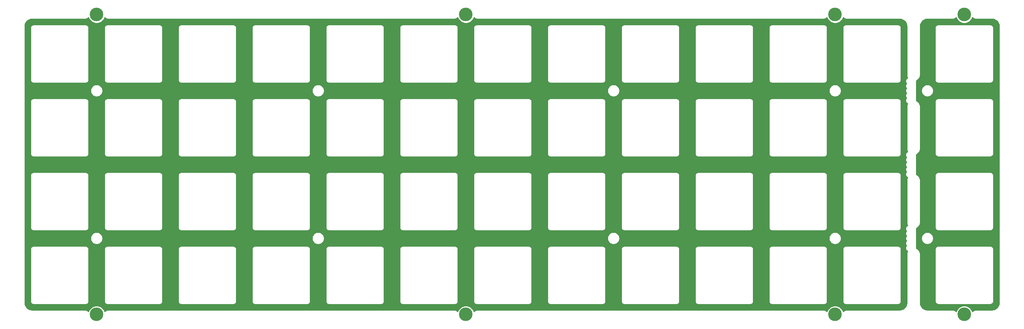
<source format=gbr>
G04 #@! TF.GenerationSoftware,KiCad,Pcbnew,(5.1.10-1-10_14)*
G04 #@! TF.CreationDate,2021-08-20T16:54:01-05:00*
G04 #@! TF.ProjectId,ori_top_plate,6f72695f-746f-4705-9f70-6c6174652e6b,rev?*
G04 #@! TF.SameCoordinates,Original*
G04 #@! TF.FileFunction,Copper,L1,Top*
G04 #@! TF.FilePolarity,Positive*
%FSLAX46Y46*%
G04 Gerber Fmt 4.6, Leading zero omitted, Abs format (unit mm)*
G04 Created by KiCad (PCBNEW (5.1.10-1-10_14)) date 2021-08-20 16:54:01*
%MOMM*%
%LPD*%
G01*
G04 APERTURE LIST*
G04 #@! TA.AperFunction,ComponentPad*
%ADD10C,3.500000*%
G04 #@! TD*
G04 #@! TA.AperFunction,ViaPad*
%ADD11C,0.500000*%
G04 #@! TD*
G04 #@! TA.AperFunction,Conductor*
%ADD12C,0.254000*%
G04 #@! TD*
G04 #@! TA.AperFunction,Conductor*
%ADD13C,0.100000*%
G04 #@! TD*
G04 APERTURE END LIST*
D10*
X165523314Y-39873575D03*
X165523314Y-117264265D03*
X260773394Y-39873575D03*
X260773394Y-117264265D03*
X356023474Y-39873575D03*
X356023474Y-117264265D03*
X389361002Y-39873575D03*
X389361002Y-117264265D03*
D11*
X373287551Y-59518904D03*
X385194165Y-59518840D03*
D12*
X358155238Y-40647850D02*
X358190762Y-40683127D01*
X358225744Y-40718849D01*
X358231682Y-40723762D01*
X358321719Y-40797194D01*
X358363399Y-40824886D01*
X358404672Y-40853146D01*
X358411451Y-40856812D01*
X358514037Y-40911357D01*
X358560321Y-40930434D01*
X358606275Y-40950130D01*
X358613638Y-40952410D01*
X358724864Y-40985991D01*
X358773953Y-40995710D01*
X358822877Y-41006110D01*
X358830541Y-41006915D01*
X358946172Y-41018253D01*
X358946180Y-41018253D01*
X358972936Y-41020888D01*
X372665553Y-41020760D01*
X373047339Y-41058194D01*
X373388619Y-41161233D01*
X373703380Y-41328594D01*
X373979641Y-41553907D01*
X374206883Y-41828594D01*
X374376436Y-42142177D01*
X374481855Y-42482730D01*
X374521810Y-42862877D01*
X374521811Y-55378712D01*
X374524561Y-55406633D01*
X374524561Y-55422093D01*
X374525366Y-55429758D01*
X374551268Y-55660680D01*
X374561675Y-55709638D01*
X374571388Y-55758695D01*
X374573667Y-55766058D01*
X374643929Y-55987551D01*
X374663646Y-56033553D01*
X374682703Y-56079790D01*
X374686368Y-56086569D01*
X374745906Y-56194868D01*
X374633035Y-56241621D01*
X374489395Y-56337598D01*
X374367240Y-56459753D01*
X374271263Y-56603393D01*
X374205153Y-56762997D01*
X374171450Y-56932431D01*
X374171450Y-57105185D01*
X374205153Y-57274619D01*
X374271263Y-57434223D01*
X374367240Y-57577863D01*
X374433185Y-57643808D01*
X374367240Y-57709753D01*
X374271263Y-57853393D01*
X374205153Y-58012997D01*
X374171450Y-58182431D01*
X374171450Y-58355185D01*
X374205153Y-58524619D01*
X374271263Y-58684223D01*
X374367240Y-58827863D01*
X374433185Y-58893808D01*
X374367240Y-58959753D01*
X374271263Y-59103393D01*
X374205153Y-59262997D01*
X374171450Y-59432431D01*
X374171450Y-59605185D01*
X374205153Y-59774619D01*
X374271263Y-59934223D01*
X374367240Y-60077863D01*
X374433185Y-60143808D01*
X374367240Y-60209753D01*
X374271263Y-60353393D01*
X374205153Y-60512997D01*
X374171450Y-60682431D01*
X374171450Y-60855185D01*
X374205153Y-61024619D01*
X374271263Y-61184223D01*
X374367240Y-61327863D01*
X374433185Y-61393808D01*
X374367240Y-61459753D01*
X374271263Y-61603393D01*
X374205153Y-61762997D01*
X374171450Y-61932431D01*
X374171450Y-62105185D01*
X374205153Y-62274619D01*
X374271263Y-62434223D01*
X374367240Y-62577863D01*
X374489395Y-62700018D01*
X374633035Y-62795995D01*
X374745423Y-62842548D01*
X374675937Y-62973233D01*
X374656873Y-63019486D01*
X374637163Y-63065472D01*
X374634884Y-63072834D01*
X374567721Y-63295287D01*
X374558002Y-63344373D01*
X374547601Y-63393304D01*
X374546795Y-63400969D01*
X374524120Y-63632230D01*
X374524120Y-63632250D01*
X374521486Y-63659003D01*
X374521811Y-74428840D01*
X374524561Y-74456750D01*
X374524561Y-74472205D01*
X374525366Y-74479870D01*
X374551268Y-74710792D01*
X374561675Y-74759750D01*
X374571388Y-74808807D01*
X374573667Y-74816170D01*
X374643929Y-75037663D01*
X374663646Y-75083665D01*
X374682703Y-75129902D01*
X374686368Y-75136681D01*
X374751575Y-75255292D01*
X374633035Y-75304393D01*
X374489395Y-75400370D01*
X374367240Y-75522525D01*
X374271263Y-75666165D01*
X374205153Y-75825769D01*
X374171450Y-75995203D01*
X374171450Y-76167957D01*
X374205153Y-76337391D01*
X374271263Y-76496995D01*
X374367240Y-76640635D01*
X374433185Y-76706580D01*
X374367240Y-76772525D01*
X374271263Y-76916165D01*
X374205153Y-77075769D01*
X374171450Y-77245203D01*
X374171450Y-77417957D01*
X374205153Y-77587391D01*
X374271263Y-77746995D01*
X374367240Y-77890635D01*
X374433185Y-77956580D01*
X374367240Y-78022525D01*
X374271263Y-78166165D01*
X374205153Y-78325769D01*
X374171450Y-78495203D01*
X374171450Y-78667957D01*
X374205153Y-78837391D01*
X374271263Y-78996995D01*
X374367240Y-79140635D01*
X374433185Y-79206580D01*
X374367240Y-79272525D01*
X374271263Y-79416165D01*
X374205153Y-79575769D01*
X374171450Y-79745203D01*
X374171450Y-79917957D01*
X374205153Y-80087391D01*
X374271263Y-80246995D01*
X374367240Y-80390635D01*
X374433185Y-80456580D01*
X374367240Y-80522525D01*
X374271263Y-80666165D01*
X374205153Y-80825769D01*
X374171450Y-80995203D01*
X374171450Y-81167957D01*
X374205153Y-81337391D01*
X374271263Y-81496995D01*
X374367240Y-81640635D01*
X374489395Y-81762790D01*
X374633035Y-81858767D01*
X374740136Y-81903130D01*
X374676261Y-82023263D01*
X374657197Y-82069516D01*
X374637487Y-82115502D01*
X374635208Y-82122864D01*
X374568045Y-82345317D01*
X374558326Y-82394403D01*
X374547925Y-82443334D01*
X374547119Y-82450999D01*
X374524444Y-82682260D01*
X374524444Y-82682277D01*
X374521811Y-82709000D01*
X374521490Y-93478837D01*
X374524561Y-93510029D01*
X374524561Y-93522317D01*
X374525366Y-93529982D01*
X374551268Y-93760904D01*
X374561675Y-93809862D01*
X374571388Y-93858919D01*
X374573667Y-93866282D01*
X374643929Y-94087775D01*
X374663646Y-94133777D01*
X374682703Y-94180014D01*
X374686368Y-94186793D01*
X374751575Y-94305404D01*
X374633035Y-94354505D01*
X374489395Y-94450482D01*
X374367240Y-94572637D01*
X374271263Y-94716277D01*
X374205153Y-94875881D01*
X374171450Y-95045315D01*
X374171450Y-95218069D01*
X374205153Y-95387503D01*
X374271263Y-95547107D01*
X374367240Y-95690747D01*
X374433185Y-95756692D01*
X374367240Y-95822637D01*
X374271263Y-95966277D01*
X374205153Y-96125881D01*
X374171450Y-96295315D01*
X374171450Y-96468069D01*
X374205153Y-96637503D01*
X374271263Y-96797107D01*
X374367240Y-96940747D01*
X374433185Y-97006692D01*
X374367240Y-97072637D01*
X374271263Y-97216277D01*
X374205153Y-97375881D01*
X374171450Y-97545315D01*
X374171450Y-97718069D01*
X374205153Y-97887503D01*
X374271263Y-98047107D01*
X374367240Y-98190747D01*
X374433185Y-98256692D01*
X374367240Y-98322637D01*
X374271263Y-98466277D01*
X374205153Y-98625881D01*
X374171450Y-98795315D01*
X374171450Y-98968069D01*
X374205153Y-99137503D01*
X374271263Y-99297107D01*
X374367240Y-99440747D01*
X374433185Y-99506692D01*
X374367240Y-99572637D01*
X374271263Y-99716277D01*
X374205153Y-99875881D01*
X374171450Y-100045315D01*
X374171450Y-100218069D01*
X374205153Y-100387503D01*
X374271263Y-100547107D01*
X374367240Y-100690747D01*
X374489395Y-100812902D01*
X374633035Y-100908879D01*
X374740136Y-100953242D01*
X374676261Y-101073375D01*
X374657197Y-101119628D01*
X374637487Y-101165614D01*
X374635208Y-101172976D01*
X374568045Y-101395429D01*
X374558326Y-101444515D01*
X374547925Y-101493446D01*
X374547119Y-101501111D01*
X374524444Y-101732372D01*
X374524444Y-101732386D01*
X374521810Y-101759129D01*
X374521811Y-114260817D01*
X374484376Y-114642610D01*
X374381337Y-114983888D01*
X374213976Y-115298650D01*
X373988661Y-115574913D01*
X373713978Y-115802151D01*
X373400392Y-115971707D01*
X373059841Y-116077125D01*
X372679687Y-116117081D01*
X358972936Y-116116952D01*
X358949458Y-116119264D01*
X358945856Y-116119239D01*
X358938186Y-116119991D01*
X358822638Y-116132135D01*
X358773649Y-116142191D01*
X358724482Y-116151570D01*
X358717103Y-116153798D01*
X358606114Y-116188155D01*
X358559970Y-116207552D01*
X358513608Y-116226283D01*
X358506803Y-116229901D01*
X358404601Y-116285161D01*
X358363132Y-116313133D01*
X358321259Y-116340533D01*
X358315286Y-116345405D01*
X358225764Y-116419464D01*
X358190506Y-116454969D01*
X358154765Y-116489969D01*
X358149852Y-116495908D01*
X358127202Y-116523680D01*
X357997016Y-116209385D01*
X357753298Y-115844635D01*
X357443104Y-115534441D01*
X357078354Y-115290723D01*
X356673066Y-115122847D01*
X356242814Y-115037265D01*
X355804134Y-115037265D01*
X355373882Y-115122847D01*
X354968594Y-115290723D01*
X354603844Y-115534441D01*
X354293650Y-115844635D01*
X354049932Y-116209385D01*
X353919691Y-116523814D01*
X353891710Y-116489990D01*
X353856205Y-116454732D01*
X353821205Y-116418991D01*
X353815266Y-116414078D01*
X353725229Y-116340646D01*
X353683567Y-116312966D01*
X353642277Y-116284694D01*
X353635497Y-116281028D01*
X353532912Y-116226483D01*
X353486642Y-116207413D01*
X353440673Y-116187710D01*
X353433310Y-116185431D01*
X353322084Y-116151849D01*
X353272959Y-116142123D01*
X353224072Y-116131731D01*
X353216407Y-116130925D01*
X353100777Y-116119587D01*
X353100771Y-116119587D01*
X353074018Y-116116952D01*
X263722850Y-116116952D01*
X263699375Y-116119264D01*
X263695776Y-116119239D01*
X263688106Y-116119991D01*
X263572558Y-116132135D01*
X263523569Y-116142191D01*
X263474402Y-116151570D01*
X263467023Y-116153798D01*
X263356034Y-116188155D01*
X263309890Y-116207552D01*
X263263528Y-116226283D01*
X263256723Y-116229901D01*
X263154521Y-116285161D01*
X263113052Y-116313133D01*
X263071179Y-116340533D01*
X263065206Y-116345405D01*
X262975684Y-116419464D01*
X262940426Y-116454969D01*
X262904685Y-116489969D01*
X262899772Y-116495908D01*
X262877122Y-116523680D01*
X262746936Y-116209385D01*
X262503218Y-115844635D01*
X262193024Y-115534441D01*
X261828274Y-115290723D01*
X261422986Y-115122847D01*
X260992734Y-115037265D01*
X260554054Y-115037265D01*
X260123802Y-115122847D01*
X259718514Y-115290723D01*
X259353764Y-115534441D01*
X259043570Y-115844635D01*
X258799852Y-116209385D01*
X258669611Y-116523814D01*
X258641630Y-116489990D01*
X258606125Y-116454732D01*
X258571125Y-116418991D01*
X258565186Y-116414078D01*
X258475149Y-116340646D01*
X258433487Y-116312966D01*
X258392197Y-116284694D01*
X258385417Y-116281028D01*
X258282832Y-116226483D01*
X258236562Y-116207413D01*
X258190593Y-116187710D01*
X258183230Y-116185431D01*
X258072004Y-116151849D01*
X258022879Y-116142123D01*
X257973992Y-116131731D01*
X257966327Y-116130925D01*
X257850697Y-116119587D01*
X257850691Y-116119587D01*
X257823938Y-116116952D01*
X168472770Y-116116952D01*
X168449295Y-116119264D01*
X168445696Y-116119239D01*
X168438026Y-116119991D01*
X168322478Y-116132135D01*
X168273489Y-116142191D01*
X168224322Y-116151570D01*
X168216943Y-116153798D01*
X168105954Y-116188155D01*
X168059810Y-116207552D01*
X168013448Y-116226283D01*
X168006643Y-116229901D01*
X167904441Y-116285161D01*
X167862972Y-116313133D01*
X167821099Y-116340533D01*
X167815126Y-116345405D01*
X167725604Y-116419464D01*
X167690346Y-116454969D01*
X167654605Y-116489969D01*
X167649692Y-116495908D01*
X167627042Y-116523680D01*
X167496856Y-116209385D01*
X167253138Y-115844635D01*
X166942944Y-115534441D01*
X166578194Y-115290723D01*
X166172906Y-115122847D01*
X165742654Y-115037265D01*
X165303974Y-115037265D01*
X164873722Y-115122847D01*
X164468434Y-115290723D01*
X164103684Y-115534441D01*
X163793490Y-115844635D01*
X163549772Y-116209385D01*
X163419531Y-116523814D01*
X163391550Y-116489990D01*
X163356045Y-116454732D01*
X163321045Y-116418991D01*
X163315106Y-116414078D01*
X163225069Y-116340646D01*
X163183407Y-116312966D01*
X163142117Y-116284694D01*
X163135337Y-116281028D01*
X163032752Y-116226483D01*
X162986482Y-116207413D01*
X162940513Y-116187710D01*
X162933150Y-116185431D01*
X162821924Y-116151849D01*
X162772799Y-116142123D01*
X162723912Y-116131731D01*
X162716247Y-116130925D01*
X162600617Y-116119587D01*
X162600608Y-116119587D01*
X162573852Y-116116952D01*
X148881107Y-116117080D01*
X148499320Y-116079646D01*
X148158042Y-115976607D01*
X147843280Y-115809246D01*
X147567017Y-115583931D01*
X147339779Y-115309248D01*
X147170223Y-114995662D01*
X147064805Y-114655111D01*
X147024850Y-114274963D01*
X147024850Y-113882580D01*
X148445530Y-113882580D01*
X148447717Y-113904789D01*
X148447705Y-113906556D01*
X148448424Y-113913879D01*
X148451423Y-113942417D01*
X148453156Y-113960009D01*
X148453334Y-113960596D01*
X148454544Y-113972109D01*
X148464149Y-114018904D01*
X148473099Y-114065818D01*
X148475224Y-114072854D01*
X148475225Y-114072861D01*
X148475228Y-114072867D01*
X148492540Y-114128795D01*
X148511050Y-114172828D01*
X148528943Y-114217115D01*
X148532398Y-114223612D01*
X148560246Y-114275115D01*
X148586956Y-114314713D01*
X148613109Y-114354680D01*
X148617757Y-114360378D01*
X148617761Y-114360384D01*
X148617765Y-114360388D01*
X148655080Y-114405495D01*
X148688969Y-114439148D01*
X148722392Y-114473278D01*
X148728062Y-114477968D01*
X148773435Y-114514973D01*
X148813205Y-114541396D01*
X148852623Y-114568387D01*
X148859096Y-114571887D01*
X148910793Y-114599375D01*
X148954957Y-114617579D01*
X148998858Y-114636395D01*
X149005882Y-114638569D01*
X149005884Y-114638570D01*
X149005886Y-114638570D01*
X149005888Y-114638571D01*
X149061939Y-114655494D01*
X149108768Y-114664766D01*
X149155520Y-114674703D01*
X149162838Y-114675472D01*
X149221107Y-114681185D01*
X149221113Y-114681185D01*
X149246649Y-114683700D01*
X162698411Y-114683700D01*
X162720620Y-114681513D01*
X162722386Y-114681525D01*
X162729709Y-114680806D01*
X162758233Y-114677808D01*
X162775840Y-114676074D01*
X162776427Y-114675896D01*
X162787939Y-114674686D01*
X162834734Y-114665081D01*
X162881648Y-114656131D01*
X162888684Y-114654006D01*
X162888691Y-114654005D01*
X162888697Y-114654002D01*
X162944625Y-114636690D01*
X162988658Y-114618180D01*
X163032945Y-114600287D01*
X163039437Y-114596835D01*
X163039441Y-114596833D01*
X163039444Y-114596831D01*
X163090945Y-114568984D01*
X163130543Y-114542274D01*
X163170510Y-114516121D01*
X163176210Y-114511472D01*
X163176214Y-114511469D01*
X163176218Y-114511465D01*
X163221325Y-114474150D01*
X163254978Y-114440261D01*
X163289108Y-114406838D01*
X163293798Y-114401168D01*
X163330803Y-114355795D01*
X163357226Y-114316025D01*
X163384217Y-114276607D01*
X163387717Y-114270134D01*
X163415205Y-114218437D01*
X163433409Y-114174273D01*
X163452225Y-114130372D01*
X163454401Y-114123342D01*
X163471324Y-114067291D01*
X163480596Y-114020462D01*
X163490533Y-113973710D01*
X163491302Y-113966392D01*
X163497015Y-113908123D01*
X163497015Y-113908117D01*
X163499530Y-113882581D01*
X163499530Y-113882580D01*
X167495610Y-113882580D01*
X167497797Y-113904789D01*
X167497785Y-113906556D01*
X167498504Y-113913879D01*
X167501503Y-113942417D01*
X167503236Y-113960009D01*
X167503414Y-113960596D01*
X167504624Y-113972109D01*
X167514229Y-114018904D01*
X167523179Y-114065818D01*
X167525304Y-114072854D01*
X167525305Y-114072861D01*
X167525308Y-114072867D01*
X167542620Y-114128795D01*
X167561130Y-114172828D01*
X167579023Y-114217115D01*
X167582478Y-114223612D01*
X167610326Y-114275115D01*
X167637036Y-114314713D01*
X167663189Y-114354680D01*
X167667837Y-114360378D01*
X167667841Y-114360384D01*
X167667845Y-114360388D01*
X167705160Y-114405495D01*
X167739049Y-114439148D01*
X167772472Y-114473278D01*
X167778142Y-114477968D01*
X167823515Y-114514973D01*
X167863285Y-114541396D01*
X167902703Y-114568387D01*
X167909176Y-114571887D01*
X167960873Y-114599375D01*
X168005037Y-114617579D01*
X168048938Y-114636395D01*
X168055962Y-114638569D01*
X168055964Y-114638570D01*
X168055966Y-114638570D01*
X168055968Y-114638571D01*
X168112019Y-114655494D01*
X168158848Y-114664766D01*
X168205600Y-114674703D01*
X168212918Y-114675472D01*
X168271187Y-114681185D01*
X168271193Y-114681185D01*
X168296729Y-114683700D01*
X181748491Y-114683700D01*
X181770700Y-114681513D01*
X181772466Y-114681525D01*
X181779789Y-114680806D01*
X181808313Y-114677808D01*
X181825920Y-114676074D01*
X181826507Y-114675896D01*
X181838019Y-114674686D01*
X181884814Y-114665081D01*
X181931728Y-114656131D01*
X181938764Y-114654006D01*
X181938771Y-114654005D01*
X181938777Y-114654002D01*
X181994705Y-114636690D01*
X182038738Y-114618180D01*
X182083025Y-114600287D01*
X182089517Y-114596835D01*
X182089521Y-114596833D01*
X182089524Y-114596831D01*
X182141025Y-114568984D01*
X182180623Y-114542274D01*
X182220590Y-114516121D01*
X182226290Y-114511472D01*
X182226294Y-114511469D01*
X182226298Y-114511465D01*
X182271405Y-114474150D01*
X182305058Y-114440261D01*
X182339188Y-114406838D01*
X182343878Y-114401168D01*
X182380883Y-114355795D01*
X182407306Y-114316025D01*
X182434297Y-114276607D01*
X182437797Y-114270134D01*
X182465285Y-114218437D01*
X182483489Y-114174273D01*
X182502305Y-114130372D01*
X182504481Y-114123342D01*
X182521404Y-114067291D01*
X182530676Y-114020462D01*
X182540613Y-113973710D01*
X182541382Y-113966392D01*
X182547095Y-113908123D01*
X182547095Y-113908117D01*
X182549610Y-113882581D01*
X182549610Y-113882580D01*
X186545690Y-113882580D01*
X186547877Y-113904789D01*
X186547865Y-113906556D01*
X186548584Y-113913879D01*
X186551583Y-113942417D01*
X186553316Y-113960009D01*
X186553494Y-113960596D01*
X186554704Y-113972109D01*
X186564309Y-114018904D01*
X186573259Y-114065818D01*
X186575384Y-114072854D01*
X186575385Y-114072861D01*
X186575388Y-114072867D01*
X186592700Y-114128795D01*
X186611210Y-114172828D01*
X186629103Y-114217115D01*
X186632558Y-114223612D01*
X186660406Y-114275115D01*
X186687116Y-114314713D01*
X186713269Y-114354680D01*
X186717917Y-114360378D01*
X186717921Y-114360384D01*
X186717925Y-114360388D01*
X186755240Y-114405495D01*
X186789129Y-114439148D01*
X186822552Y-114473278D01*
X186828222Y-114477968D01*
X186873595Y-114514973D01*
X186913365Y-114541396D01*
X186952783Y-114568387D01*
X186959256Y-114571887D01*
X187010953Y-114599375D01*
X187055117Y-114617579D01*
X187099018Y-114636395D01*
X187106042Y-114638569D01*
X187106044Y-114638570D01*
X187106046Y-114638570D01*
X187106048Y-114638571D01*
X187162099Y-114655494D01*
X187208928Y-114664766D01*
X187255680Y-114674703D01*
X187262998Y-114675472D01*
X187321267Y-114681185D01*
X187321273Y-114681185D01*
X187346809Y-114683700D01*
X200798571Y-114683700D01*
X200820780Y-114681513D01*
X200822546Y-114681525D01*
X200829869Y-114680806D01*
X200858393Y-114677808D01*
X200876000Y-114676074D01*
X200876587Y-114675896D01*
X200888099Y-114674686D01*
X200934894Y-114665081D01*
X200981808Y-114656131D01*
X200988844Y-114654006D01*
X200988851Y-114654005D01*
X200988857Y-114654002D01*
X201044785Y-114636690D01*
X201088818Y-114618180D01*
X201133105Y-114600287D01*
X201139597Y-114596835D01*
X201139601Y-114596833D01*
X201139604Y-114596831D01*
X201191105Y-114568984D01*
X201230703Y-114542274D01*
X201270670Y-114516121D01*
X201276370Y-114511472D01*
X201276374Y-114511469D01*
X201276378Y-114511465D01*
X201321485Y-114474150D01*
X201355138Y-114440261D01*
X201389268Y-114406838D01*
X201393958Y-114401168D01*
X201430963Y-114355795D01*
X201457386Y-114316025D01*
X201484377Y-114276607D01*
X201487877Y-114270134D01*
X201515365Y-114218437D01*
X201533569Y-114174273D01*
X201552385Y-114130372D01*
X201554561Y-114123342D01*
X201571484Y-114067291D01*
X201580756Y-114020462D01*
X201590693Y-113973710D01*
X201591462Y-113966392D01*
X201597175Y-113908123D01*
X201597175Y-113908117D01*
X201599690Y-113882581D01*
X201599690Y-113882580D01*
X205595770Y-113882580D01*
X205597957Y-113904789D01*
X205597945Y-113906556D01*
X205598664Y-113913879D01*
X205601663Y-113942417D01*
X205603396Y-113960009D01*
X205603574Y-113960596D01*
X205604784Y-113972109D01*
X205614389Y-114018904D01*
X205623339Y-114065818D01*
X205625464Y-114072854D01*
X205625465Y-114072861D01*
X205625468Y-114072867D01*
X205642780Y-114128795D01*
X205661290Y-114172828D01*
X205679183Y-114217115D01*
X205682638Y-114223612D01*
X205710486Y-114275115D01*
X205737196Y-114314713D01*
X205763349Y-114354680D01*
X205767997Y-114360378D01*
X205768001Y-114360384D01*
X205768005Y-114360388D01*
X205805320Y-114405495D01*
X205839209Y-114439148D01*
X205872632Y-114473278D01*
X205878302Y-114477968D01*
X205923675Y-114514973D01*
X205963445Y-114541396D01*
X206002863Y-114568387D01*
X206009336Y-114571887D01*
X206061033Y-114599375D01*
X206105197Y-114617579D01*
X206149098Y-114636395D01*
X206156122Y-114638569D01*
X206156124Y-114638570D01*
X206156126Y-114638570D01*
X206156128Y-114638571D01*
X206212179Y-114655494D01*
X206259008Y-114664766D01*
X206305760Y-114674703D01*
X206313078Y-114675472D01*
X206371347Y-114681185D01*
X206371353Y-114681185D01*
X206396889Y-114683700D01*
X219848651Y-114683700D01*
X219870860Y-114681513D01*
X219872626Y-114681525D01*
X219879949Y-114680806D01*
X219908473Y-114677808D01*
X219926080Y-114676074D01*
X219926667Y-114675896D01*
X219938179Y-114674686D01*
X219984974Y-114665081D01*
X220031888Y-114656131D01*
X220038924Y-114654006D01*
X220038931Y-114654005D01*
X220038937Y-114654002D01*
X220094865Y-114636690D01*
X220138898Y-114618180D01*
X220183185Y-114600287D01*
X220189677Y-114596835D01*
X220189681Y-114596833D01*
X220189684Y-114596831D01*
X220241185Y-114568984D01*
X220280783Y-114542274D01*
X220320750Y-114516121D01*
X220326450Y-114511472D01*
X220326454Y-114511469D01*
X220326458Y-114511465D01*
X220371565Y-114474150D01*
X220405218Y-114440261D01*
X220439348Y-114406838D01*
X220444038Y-114401168D01*
X220481043Y-114355795D01*
X220507466Y-114316025D01*
X220534457Y-114276607D01*
X220537957Y-114270134D01*
X220565445Y-114218437D01*
X220583649Y-114174273D01*
X220602465Y-114130372D01*
X220604641Y-114123342D01*
X220621564Y-114067291D01*
X220630836Y-114020462D01*
X220640773Y-113973710D01*
X220641542Y-113966392D01*
X220647255Y-113908123D01*
X220647255Y-113908117D01*
X220649770Y-113882581D01*
X220649770Y-113882580D01*
X224645850Y-113882580D01*
X224648037Y-113904789D01*
X224648025Y-113906556D01*
X224648744Y-113913879D01*
X224651743Y-113942417D01*
X224653476Y-113960009D01*
X224653654Y-113960596D01*
X224654864Y-113972109D01*
X224664469Y-114018904D01*
X224673419Y-114065818D01*
X224675544Y-114072854D01*
X224675545Y-114072861D01*
X224675548Y-114072867D01*
X224692860Y-114128795D01*
X224711370Y-114172828D01*
X224729263Y-114217115D01*
X224732718Y-114223612D01*
X224760566Y-114275115D01*
X224787276Y-114314713D01*
X224813429Y-114354680D01*
X224818077Y-114360378D01*
X224818081Y-114360384D01*
X224818085Y-114360388D01*
X224855400Y-114405495D01*
X224889289Y-114439148D01*
X224922712Y-114473278D01*
X224928382Y-114477968D01*
X224973755Y-114514973D01*
X225013525Y-114541396D01*
X225052943Y-114568387D01*
X225059416Y-114571887D01*
X225111113Y-114599375D01*
X225155277Y-114617579D01*
X225199178Y-114636395D01*
X225206202Y-114638569D01*
X225206204Y-114638570D01*
X225206206Y-114638570D01*
X225206208Y-114638571D01*
X225262259Y-114655494D01*
X225309088Y-114664766D01*
X225355840Y-114674703D01*
X225363158Y-114675472D01*
X225421427Y-114681185D01*
X225421433Y-114681185D01*
X225446969Y-114683700D01*
X238898731Y-114683700D01*
X238920940Y-114681513D01*
X238922706Y-114681525D01*
X238930029Y-114680806D01*
X238958553Y-114677808D01*
X238976160Y-114676074D01*
X238976747Y-114675896D01*
X238988259Y-114674686D01*
X239035054Y-114665081D01*
X239081968Y-114656131D01*
X239089004Y-114654006D01*
X239089011Y-114654005D01*
X239089017Y-114654002D01*
X239144945Y-114636690D01*
X239188978Y-114618180D01*
X239233265Y-114600287D01*
X239239757Y-114596835D01*
X239239761Y-114596833D01*
X239239764Y-114596831D01*
X239291265Y-114568984D01*
X239330863Y-114542274D01*
X239370830Y-114516121D01*
X239376530Y-114511472D01*
X239376534Y-114511469D01*
X239376538Y-114511465D01*
X239421645Y-114474150D01*
X239455298Y-114440261D01*
X239489428Y-114406838D01*
X239494118Y-114401168D01*
X239531123Y-114355795D01*
X239557546Y-114316025D01*
X239584537Y-114276607D01*
X239588037Y-114270134D01*
X239615525Y-114218437D01*
X239633729Y-114174273D01*
X239652545Y-114130372D01*
X239654721Y-114123342D01*
X239671644Y-114067291D01*
X239680916Y-114020462D01*
X239690853Y-113973710D01*
X239691622Y-113966392D01*
X239697335Y-113908123D01*
X239697335Y-113908117D01*
X239699850Y-113882581D01*
X239699850Y-113882580D01*
X243695930Y-113882580D01*
X243698117Y-113904789D01*
X243698105Y-113906556D01*
X243698824Y-113913879D01*
X243701823Y-113942417D01*
X243703556Y-113960009D01*
X243703734Y-113960596D01*
X243704944Y-113972109D01*
X243714549Y-114018904D01*
X243723499Y-114065818D01*
X243725624Y-114072854D01*
X243725625Y-114072861D01*
X243725628Y-114072867D01*
X243742940Y-114128795D01*
X243761450Y-114172828D01*
X243779343Y-114217115D01*
X243782798Y-114223612D01*
X243810646Y-114275115D01*
X243837356Y-114314713D01*
X243863509Y-114354680D01*
X243868157Y-114360378D01*
X243868161Y-114360384D01*
X243868165Y-114360388D01*
X243905480Y-114405495D01*
X243939369Y-114439148D01*
X243972792Y-114473278D01*
X243978462Y-114477968D01*
X244023835Y-114514973D01*
X244063605Y-114541396D01*
X244103023Y-114568387D01*
X244109496Y-114571887D01*
X244161193Y-114599375D01*
X244205357Y-114617579D01*
X244249258Y-114636395D01*
X244256282Y-114638569D01*
X244256284Y-114638570D01*
X244256286Y-114638570D01*
X244256288Y-114638571D01*
X244312339Y-114655494D01*
X244359168Y-114664766D01*
X244405920Y-114674703D01*
X244413238Y-114675472D01*
X244471507Y-114681185D01*
X244471513Y-114681185D01*
X244497049Y-114683700D01*
X257948811Y-114683700D01*
X257971020Y-114681513D01*
X257972786Y-114681525D01*
X257980109Y-114680806D01*
X258008633Y-114677808D01*
X258026240Y-114676074D01*
X258026827Y-114675896D01*
X258038339Y-114674686D01*
X258085134Y-114665081D01*
X258132048Y-114656131D01*
X258139084Y-114654006D01*
X258139091Y-114654005D01*
X258139097Y-114654002D01*
X258195025Y-114636690D01*
X258239058Y-114618180D01*
X258283345Y-114600287D01*
X258289837Y-114596835D01*
X258289841Y-114596833D01*
X258289844Y-114596831D01*
X258341345Y-114568984D01*
X258380943Y-114542274D01*
X258420910Y-114516121D01*
X258426610Y-114511472D01*
X258426614Y-114511469D01*
X258426618Y-114511465D01*
X258471725Y-114474150D01*
X258505378Y-114440261D01*
X258539508Y-114406838D01*
X258544198Y-114401168D01*
X258581203Y-114355795D01*
X258607626Y-114316025D01*
X258634617Y-114276607D01*
X258638117Y-114270134D01*
X258665605Y-114218437D01*
X258683809Y-114174273D01*
X258702625Y-114130372D01*
X258704801Y-114123342D01*
X258721724Y-114067291D01*
X258730996Y-114020462D01*
X258740933Y-113973710D01*
X258741702Y-113966392D01*
X258747415Y-113908123D01*
X258747415Y-113908117D01*
X258749930Y-113882581D01*
X258749930Y-113882580D01*
X262746010Y-113882580D01*
X262748197Y-113904789D01*
X262748185Y-113906556D01*
X262748904Y-113913879D01*
X262751903Y-113942417D01*
X262753636Y-113960009D01*
X262753814Y-113960596D01*
X262755024Y-113972109D01*
X262764629Y-114018904D01*
X262773579Y-114065818D01*
X262775704Y-114072854D01*
X262775705Y-114072861D01*
X262775708Y-114072867D01*
X262793020Y-114128795D01*
X262811530Y-114172828D01*
X262829423Y-114217115D01*
X262832878Y-114223612D01*
X262860726Y-114275115D01*
X262887436Y-114314713D01*
X262913589Y-114354680D01*
X262918237Y-114360378D01*
X262918241Y-114360384D01*
X262918245Y-114360388D01*
X262955560Y-114405495D01*
X262989449Y-114439148D01*
X263022872Y-114473278D01*
X263028542Y-114477968D01*
X263073915Y-114514973D01*
X263113685Y-114541396D01*
X263153103Y-114568387D01*
X263159576Y-114571887D01*
X263211273Y-114599375D01*
X263255437Y-114617579D01*
X263299338Y-114636395D01*
X263306362Y-114638569D01*
X263306364Y-114638570D01*
X263306366Y-114638570D01*
X263306368Y-114638571D01*
X263362419Y-114655494D01*
X263409248Y-114664766D01*
X263456000Y-114674703D01*
X263463318Y-114675472D01*
X263521587Y-114681185D01*
X263521593Y-114681185D01*
X263547129Y-114683700D01*
X276998891Y-114683700D01*
X277021100Y-114681513D01*
X277022866Y-114681525D01*
X277030189Y-114680806D01*
X277058713Y-114677808D01*
X277076320Y-114676074D01*
X277076907Y-114675896D01*
X277088419Y-114674686D01*
X277135214Y-114665081D01*
X277182128Y-114656131D01*
X277189164Y-114654006D01*
X277189171Y-114654005D01*
X277189177Y-114654002D01*
X277245105Y-114636690D01*
X277289138Y-114618180D01*
X277333425Y-114600287D01*
X277339917Y-114596835D01*
X277339921Y-114596833D01*
X277339924Y-114596831D01*
X277391425Y-114568984D01*
X277431023Y-114542274D01*
X277470990Y-114516121D01*
X277476690Y-114511472D01*
X277476694Y-114511469D01*
X277476698Y-114511465D01*
X277521805Y-114474150D01*
X277555458Y-114440261D01*
X277589588Y-114406838D01*
X277594278Y-114401168D01*
X277631283Y-114355795D01*
X277657706Y-114316025D01*
X277684697Y-114276607D01*
X277688197Y-114270134D01*
X277715685Y-114218437D01*
X277733889Y-114174273D01*
X277752705Y-114130372D01*
X277754881Y-114123342D01*
X277771804Y-114067291D01*
X277781076Y-114020462D01*
X277791013Y-113973710D01*
X277791782Y-113966392D01*
X277797495Y-113908123D01*
X277797495Y-113908117D01*
X277800010Y-113882581D01*
X277800010Y-113882580D01*
X281796090Y-113882580D01*
X281798277Y-113904789D01*
X281798265Y-113906556D01*
X281798984Y-113913879D01*
X281801983Y-113942417D01*
X281803716Y-113960009D01*
X281803894Y-113960596D01*
X281805104Y-113972109D01*
X281814709Y-114018904D01*
X281823659Y-114065818D01*
X281825784Y-114072854D01*
X281825785Y-114072861D01*
X281825788Y-114072867D01*
X281843100Y-114128795D01*
X281861610Y-114172828D01*
X281879503Y-114217115D01*
X281882958Y-114223612D01*
X281910806Y-114275115D01*
X281937516Y-114314713D01*
X281963669Y-114354680D01*
X281968317Y-114360378D01*
X281968321Y-114360384D01*
X281968325Y-114360388D01*
X282005640Y-114405495D01*
X282039529Y-114439148D01*
X282072952Y-114473278D01*
X282078622Y-114477968D01*
X282123995Y-114514973D01*
X282163765Y-114541396D01*
X282203183Y-114568387D01*
X282209656Y-114571887D01*
X282261353Y-114599375D01*
X282305517Y-114617579D01*
X282349418Y-114636395D01*
X282356442Y-114638569D01*
X282356444Y-114638570D01*
X282356446Y-114638570D01*
X282356448Y-114638571D01*
X282412499Y-114655494D01*
X282459328Y-114664766D01*
X282506080Y-114674703D01*
X282513398Y-114675472D01*
X282571667Y-114681185D01*
X282571673Y-114681185D01*
X282597209Y-114683700D01*
X296048971Y-114683700D01*
X296071180Y-114681513D01*
X296072946Y-114681525D01*
X296080269Y-114680806D01*
X296108793Y-114677808D01*
X296126400Y-114676074D01*
X296126987Y-114675896D01*
X296138499Y-114674686D01*
X296185294Y-114665081D01*
X296232208Y-114656131D01*
X296239244Y-114654006D01*
X296239251Y-114654005D01*
X296239257Y-114654002D01*
X296295185Y-114636690D01*
X296339218Y-114618180D01*
X296383505Y-114600287D01*
X296389997Y-114596835D01*
X296390001Y-114596833D01*
X296390004Y-114596831D01*
X296441505Y-114568984D01*
X296481103Y-114542274D01*
X296521070Y-114516121D01*
X296526770Y-114511472D01*
X296526774Y-114511469D01*
X296526778Y-114511465D01*
X296571885Y-114474150D01*
X296605538Y-114440261D01*
X296639668Y-114406838D01*
X296644358Y-114401168D01*
X296681363Y-114355795D01*
X296707786Y-114316025D01*
X296734777Y-114276607D01*
X296738277Y-114270134D01*
X296765765Y-114218437D01*
X296783969Y-114174273D01*
X296802785Y-114130372D01*
X296804961Y-114123342D01*
X296821884Y-114067291D01*
X296831156Y-114020462D01*
X296841093Y-113973710D01*
X296841862Y-113966392D01*
X296847575Y-113908123D01*
X296847575Y-113908117D01*
X296850090Y-113882581D01*
X296850090Y-113882580D01*
X300846170Y-113882580D01*
X300848357Y-113904789D01*
X300848345Y-113906556D01*
X300849064Y-113913879D01*
X300852063Y-113942417D01*
X300853796Y-113960009D01*
X300853974Y-113960596D01*
X300855184Y-113972109D01*
X300864789Y-114018904D01*
X300873739Y-114065818D01*
X300875864Y-114072854D01*
X300875865Y-114072861D01*
X300875868Y-114072867D01*
X300893180Y-114128795D01*
X300911690Y-114172828D01*
X300929583Y-114217115D01*
X300933038Y-114223612D01*
X300960886Y-114275115D01*
X300987596Y-114314713D01*
X301013749Y-114354680D01*
X301018397Y-114360378D01*
X301018401Y-114360384D01*
X301018405Y-114360388D01*
X301055720Y-114405495D01*
X301089609Y-114439148D01*
X301123032Y-114473278D01*
X301128702Y-114477968D01*
X301174075Y-114514973D01*
X301213845Y-114541396D01*
X301253263Y-114568387D01*
X301259736Y-114571887D01*
X301311433Y-114599375D01*
X301355597Y-114617579D01*
X301399498Y-114636395D01*
X301406522Y-114638569D01*
X301406524Y-114638570D01*
X301406526Y-114638570D01*
X301406528Y-114638571D01*
X301462579Y-114655494D01*
X301509408Y-114664766D01*
X301556160Y-114674703D01*
X301563478Y-114675472D01*
X301621747Y-114681185D01*
X301621753Y-114681185D01*
X301647289Y-114683700D01*
X315099051Y-114683700D01*
X315121260Y-114681513D01*
X315123026Y-114681525D01*
X315130349Y-114680806D01*
X315158873Y-114677808D01*
X315176480Y-114676074D01*
X315177067Y-114675896D01*
X315188579Y-114674686D01*
X315235374Y-114665081D01*
X315282288Y-114656131D01*
X315289324Y-114654006D01*
X315289331Y-114654005D01*
X315289337Y-114654002D01*
X315345265Y-114636690D01*
X315389298Y-114618180D01*
X315433585Y-114600287D01*
X315440077Y-114596835D01*
X315440081Y-114596833D01*
X315440084Y-114596831D01*
X315491585Y-114568984D01*
X315531183Y-114542274D01*
X315571150Y-114516121D01*
X315576850Y-114511472D01*
X315576854Y-114511469D01*
X315576858Y-114511465D01*
X315621965Y-114474150D01*
X315655618Y-114440261D01*
X315689748Y-114406838D01*
X315694438Y-114401168D01*
X315731443Y-114355795D01*
X315757866Y-114316025D01*
X315784857Y-114276607D01*
X315788357Y-114270134D01*
X315815845Y-114218437D01*
X315834049Y-114174273D01*
X315852865Y-114130372D01*
X315855041Y-114123342D01*
X315871964Y-114067291D01*
X315881236Y-114020462D01*
X315891173Y-113973710D01*
X315891942Y-113966392D01*
X315897655Y-113908123D01*
X315897655Y-113908117D01*
X315900170Y-113882581D01*
X315900170Y-113882580D01*
X319896250Y-113882580D01*
X319898437Y-113904789D01*
X319898425Y-113906556D01*
X319899144Y-113913879D01*
X319902143Y-113942417D01*
X319903876Y-113960009D01*
X319904054Y-113960596D01*
X319905264Y-113972109D01*
X319914869Y-114018904D01*
X319923819Y-114065818D01*
X319925944Y-114072854D01*
X319925945Y-114072861D01*
X319925948Y-114072867D01*
X319943260Y-114128795D01*
X319961770Y-114172828D01*
X319979663Y-114217115D01*
X319983118Y-114223612D01*
X320010966Y-114275115D01*
X320037676Y-114314713D01*
X320063829Y-114354680D01*
X320068477Y-114360378D01*
X320068481Y-114360384D01*
X320068485Y-114360388D01*
X320105800Y-114405495D01*
X320139689Y-114439148D01*
X320173112Y-114473278D01*
X320178782Y-114477968D01*
X320224155Y-114514973D01*
X320263925Y-114541396D01*
X320303343Y-114568387D01*
X320309816Y-114571887D01*
X320361513Y-114599375D01*
X320405677Y-114617579D01*
X320449578Y-114636395D01*
X320456602Y-114638569D01*
X320456604Y-114638570D01*
X320456606Y-114638570D01*
X320456608Y-114638571D01*
X320512659Y-114655494D01*
X320559488Y-114664766D01*
X320606240Y-114674703D01*
X320613558Y-114675472D01*
X320671827Y-114681185D01*
X320671833Y-114681185D01*
X320697369Y-114683700D01*
X334149131Y-114683700D01*
X334171340Y-114681513D01*
X334173106Y-114681525D01*
X334180429Y-114680806D01*
X334208953Y-114677808D01*
X334226560Y-114676074D01*
X334227147Y-114675896D01*
X334238659Y-114674686D01*
X334285454Y-114665081D01*
X334332368Y-114656131D01*
X334339404Y-114654006D01*
X334339411Y-114654005D01*
X334339417Y-114654002D01*
X334395345Y-114636690D01*
X334439378Y-114618180D01*
X334483665Y-114600287D01*
X334490157Y-114596835D01*
X334490161Y-114596833D01*
X334490164Y-114596831D01*
X334541665Y-114568984D01*
X334581263Y-114542274D01*
X334621230Y-114516121D01*
X334626930Y-114511472D01*
X334626934Y-114511469D01*
X334626938Y-114511465D01*
X334672045Y-114474150D01*
X334705698Y-114440261D01*
X334739828Y-114406838D01*
X334744518Y-114401168D01*
X334781523Y-114355795D01*
X334807946Y-114316025D01*
X334834937Y-114276607D01*
X334838437Y-114270134D01*
X334865925Y-114218437D01*
X334884129Y-114174273D01*
X334902945Y-114130372D01*
X334905121Y-114123342D01*
X334922044Y-114067291D01*
X334931316Y-114020462D01*
X334941253Y-113973710D01*
X334942022Y-113966392D01*
X334947735Y-113908123D01*
X334947735Y-113908117D01*
X334949925Y-113885880D01*
X338946330Y-113885880D01*
X338948517Y-113908089D01*
X338948505Y-113909856D01*
X338949224Y-113917179D01*
X338952223Y-113945717D01*
X338953956Y-113963309D01*
X338954134Y-113963896D01*
X338955344Y-113975409D01*
X338964949Y-114022204D01*
X338973899Y-114069118D01*
X338976024Y-114076154D01*
X338976025Y-114076161D01*
X338976028Y-114076167D01*
X338993340Y-114132095D01*
X339011850Y-114176128D01*
X339029743Y-114220415D01*
X339033198Y-114226912D01*
X339061046Y-114278415D01*
X339087756Y-114318013D01*
X339113909Y-114357980D01*
X339118557Y-114363678D01*
X339118561Y-114363684D01*
X339118565Y-114363688D01*
X339155880Y-114408795D01*
X339189769Y-114442448D01*
X339223192Y-114476578D01*
X339228862Y-114481268D01*
X339274235Y-114518273D01*
X339314005Y-114544696D01*
X339353423Y-114571687D01*
X339359896Y-114575187D01*
X339411593Y-114602675D01*
X339455757Y-114620879D01*
X339499658Y-114639695D01*
X339506682Y-114641869D01*
X339506684Y-114641870D01*
X339506686Y-114641870D01*
X339506688Y-114641871D01*
X339562739Y-114658794D01*
X339609568Y-114668066D01*
X339656320Y-114678003D01*
X339663638Y-114678772D01*
X339721907Y-114684485D01*
X339721913Y-114684485D01*
X339747449Y-114687000D01*
X353199211Y-114687000D01*
X353221420Y-114684813D01*
X353223186Y-114684825D01*
X353230509Y-114684106D01*
X353259033Y-114681108D01*
X353276640Y-114679374D01*
X353277227Y-114679196D01*
X353288739Y-114677986D01*
X353335534Y-114668381D01*
X353382448Y-114659431D01*
X353389484Y-114657306D01*
X353389491Y-114657305D01*
X353389497Y-114657302D01*
X353445425Y-114639990D01*
X353489458Y-114621480D01*
X353533745Y-114603587D01*
X353540237Y-114600135D01*
X353540241Y-114600133D01*
X353540244Y-114600131D01*
X353591745Y-114572284D01*
X353631343Y-114545574D01*
X353671310Y-114519421D01*
X353677010Y-114514772D01*
X353677014Y-114514769D01*
X353677018Y-114514765D01*
X353722125Y-114477450D01*
X353755778Y-114443561D01*
X353789908Y-114410138D01*
X353794598Y-114404468D01*
X353831603Y-114359095D01*
X353858026Y-114319325D01*
X353885017Y-114279907D01*
X353888517Y-114273434D01*
X353916005Y-114221737D01*
X353934209Y-114177573D01*
X353953025Y-114133672D01*
X353955201Y-114126642D01*
X353972124Y-114070591D01*
X353981396Y-114023762D01*
X353991333Y-113977010D01*
X353992102Y-113969692D01*
X353997815Y-113911423D01*
X353997815Y-113911417D01*
X354000330Y-113885881D01*
X354000330Y-113882580D01*
X357996410Y-113882580D01*
X357998597Y-113904789D01*
X357998585Y-113906556D01*
X357999304Y-113913879D01*
X358002303Y-113942417D01*
X358004036Y-113960009D01*
X358004214Y-113960596D01*
X358005424Y-113972109D01*
X358015029Y-114018904D01*
X358023979Y-114065818D01*
X358026104Y-114072854D01*
X358026105Y-114072861D01*
X358026108Y-114072867D01*
X358043420Y-114128795D01*
X358061930Y-114172828D01*
X358079823Y-114217115D01*
X358083278Y-114223612D01*
X358111126Y-114275115D01*
X358137836Y-114314713D01*
X358163989Y-114354680D01*
X358168637Y-114360378D01*
X358168641Y-114360384D01*
X358168645Y-114360388D01*
X358205960Y-114405495D01*
X358239849Y-114439148D01*
X358273272Y-114473278D01*
X358278942Y-114477968D01*
X358324315Y-114514973D01*
X358364085Y-114541396D01*
X358403503Y-114568387D01*
X358409976Y-114571887D01*
X358461673Y-114599375D01*
X358505837Y-114617579D01*
X358549738Y-114636395D01*
X358556762Y-114638569D01*
X358556764Y-114638570D01*
X358556766Y-114638570D01*
X358556768Y-114638571D01*
X358612819Y-114655494D01*
X358659648Y-114664766D01*
X358706400Y-114674703D01*
X358713718Y-114675472D01*
X358771987Y-114681185D01*
X358771993Y-114681185D01*
X358797529Y-114683700D01*
X372249291Y-114683700D01*
X372271500Y-114681513D01*
X372273266Y-114681525D01*
X372280589Y-114680806D01*
X372309113Y-114677808D01*
X372326720Y-114676074D01*
X372327307Y-114675896D01*
X372338819Y-114674686D01*
X372385614Y-114665081D01*
X372432528Y-114656131D01*
X372439564Y-114654006D01*
X372439571Y-114654005D01*
X372439577Y-114654002D01*
X372495505Y-114636690D01*
X372539538Y-114618180D01*
X372583825Y-114600287D01*
X372590317Y-114596835D01*
X372590321Y-114596833D01*
X372590324Y-114596831D01*
X372641825Y-114568984D01*
X372681423Y-114542274D01*
X372721390Y-114516121D01*
X372727090Y-114511472D01*
X372727094Y-114511469D01*
X372727098Y-114511465D01*
X372772205Y-114474150D01*
X372805858Y-114440261D01*
X372839988Y-114406838D01*
X372844678Y-114401168D01*
X372881683Y-114355795D01*
X372908106Y-114316025D01*
X372935097Y-114276607D01*
X372938597Y-114270134D01*
X372966085Y-114218437D01*
X372984289Y-114174273D01*
X373003105Y-114130372D01*
X373005281Y-114123342D01*
X373022204Y-114067291D01*
X373031476Y-114020462D01*
X373041413Y-113973710D01*
X373042182Y-113966392D01*
X373047895Y-113908123D01*
X373047895Y-113908117D01*
X373050410Y-113882581D01*
X373050410Y-100430819D01*
X373048223Y-100408610D01*
X373048235Y-100406844D01*
X373047516Y-100399521D01*
X373044519Y-100371005D01*
X373042784Y-100353390D01*
X373042606Y-100352802D01*
X373041396Y-100341292D01*
X373031800Y-100294540D01*
X373022842Y-100247582D01*
X373020716Y-100240546D01*
X373020715Y-100240539D01*
X373020712Y-100240533D01*
X373003400Y-100184606D01*
X372984908Y-100140615D01*
X372966997Y-100096285D01*
X372963542Y-100089788D01*
X372935694Y-100038285D01*
X372909005Y-99998717D01*
X372882831Y-99958720D01*
X372878180Y-99953018D01*
X372840859Y-99907905D01*
X372807006Y-99874288D01*
X372773548Y-99840122D01*
X372767878Y-99835432D01*
X372722505Y-99798427D01*
X372682773Y-99772030D01*
X372643317Y-99745013D01*
X372636844Y-99741514D01*
X372585148Y-99714025D01*
X372540969Y-99695815D01*
X372497082Y-99677005D01*
X372490058Y-99674831D01*
X372490056Y-99674830D01*
X372490054Y-99674830D01*
X372490052Y-99674829D01*
X372434001Y-99657906D01*
X372387202Y-99648640D01*
X372340420Y-99638696D01*
X372333102Y-99637928D01*
X372274832Y-99632215D01*
X372274827Y-99632215D01*
X372249291Y-99629700D01*
X358797529Y-99629700D01*
X358775320Y-99631887D01*
X358773554Y-99631875D01*
X358766231Y-99632594D01*
X358737715Y-99635591D01*
X358720100Y-99637326D01*
X358719512Y-99637504D01*
X358708002Y-99638714D01*
X358661250Y-99648310D01*
X358614292Y-99657268D01*
X358607256Y-99659394D01*
X358607249Y-99659395D01*
X358607243Y-99659398D01*
X358551316Y-99676710D01*
X358507325Y-99695202D01*
X358462995Y-99713113D01*
X358456498Y-99716568D01*
X358404995Y-99744416D01*
X358365427Y-99771105D01*
X358325430Y-99797279D01*
X358319728Y-99801930D01*
X358274615Y-99839251D01*
X358240998Y-99873104D01*
X358206832Y-99906562D01*
X358202142Y-99912232D01*
X358165137Y-99957605D01*
X358138740Y-99997337D01*
X358111723Y-100036793D01*
X358108224Y-100043266D01*
X358080735Y-100094962D01*
X358062525Y-100139141D01*
X358043715Y-100183028D01*
X358041539Y-100190058D01*
X358024616Y-100246109D01*
X358015350Y-100292908D01*
X358005406Y-100339690D01*
X358004638Y-100347008D01*
X357998925Y-100405278D01*
X357998925Y-100405294D01*
X357996411Y-100430819D01*
X357996410Y-113882580D01*
X354000330Y-113882580D01*
X354000330Y-100434119D01*
X353998143Y-100411910D01*
X353998155Y-100410144D01*
X353997436Y-100402821D01*
X353994439Y-100374305D01*
X353992704Y-100356690D01*
X353992526Y-100356102D01*
X353991316Y-100344592D01*
X353981720Y-100297840D01*
X353972762Y-100250882D01*
X353970636Y-100243846D01*
X353970635Y-100243839D01*
X353970632Y-100243833D01*
X353953320Y-100187906D01*
X353934828Y-100143915D01*
X353916917Y-100099585D01*
X353913462Y-100093088D01*
X353885614Y-100041585D01*
X353858925Y-100002017D01*
X353832751Y-99962020D01*
X353828100Y-99956318D01*
X353790779Y-99911205D01*
X353756926Y-99877588D01*
X353723468Y-99843422D01*
X353717798Y-99838732D01*
X353672425Y-99801727D01*
X353632693Y-99775330D01*
X353593237Y-99748313D01*
X353586764Y-99744814D01*
X353535068Y-99717325D01*
X353490889Y-99699115D01*
X353447002Y-99680305D01*
X353439978Y-99678131D01*
X353439976Y-99678130D01*
X353439974Y-99678130D01*
X353439972Y-99678129D01*
X353383921Y-99661206D01*
X353337122Y-99651940D01*
X353290340Y-99641996D01*
X353283022Y-99641228D01*
X353224752Y-99635515D01*
X353224747Y-99635515D01*
X353199211Y-99633000D01*
X339747449Y-99633000D01*
X339725240Y-99635187D01*
X339723474Y-99635175D01*
X339716151Y-99635894D01*
X339687635Y-99638891D01*
X339670020Y-99640626D01*
X339669432Y-99640804D01*
X339657922Y-99642014D01*
X339611170Y-99651610D01*
X339564212Y-99660568D01*
X339557176Y-99662694D01*
X339557169Y-99662695D01*
X339557163Y-99662698D01*
X339501236Y-99680010D01*
X339457245Y-99698502D01*
X339412915Y-99716413D01*
X339406418Y-99719868D01*
X339354915Y-99747716D01*
X339315347Y-99774405D01*
X339275350Y-99800579D01*
X339269648Y-99805230D01*
X339224535Y-99842551D01*
X339190918Y-99876404D01*
X339156752Y-99909862D01*
X339152062Y-99915532D01*
X339115057Y-99960905D01*
X339088660Y-100000637D01*
X339061643Y-100040093D01*
X339058144Y-100046566D01*
X339030655Y-100098262D01*
X339012445Y-100142441D01*
X338993635Y-100186328D01*
X338991459Y-100193358D01*
X338974536Y-100249409D01*
X338965270Y-100296208D01*
X338955326Y-100342990D01*
X338954558Y-100350308D01*
X338948845Y-100408578D01*
X338948845Y-100408594D01*
X338946331Y-100434119D01*
X338946330Y-113885880D01*
X334949925Y-113885880D01*
X334950250Y-113882581D01*
X334950250Y-100430819D01*
X334948063Y-100408610D01*
X334948075Y-100406844D01*
X334947356Y-100399521D01*
X334944359Y-100371005D01*
X334942624Y-100353390D01*
X334942446Y-100352802D01*
X334941236Y-100341292D01*
X334931640Y-100294540D01*
X334922682Y-100247582D01*
X334920556Y-100240546D01*
X334920555Y-100240539D01*
X334920552Y-100240533D01*
X334903240Y-100184606D01*
X334884748Y-100140615D01*
X334866837Y-100096285D01*
X334863382Y-100089788D01*
X334835534Y-100038285D01*
X334808845Y-99998717D01*
X334782671Y-99958720D01*
X334778020Y-99953018D01*
X334740699Y-99907905D01*
X334706846Y-99874288D01*
X334673388Y-99840122D01*
X334667718Y-99835432D01*
X334622345Y-99798427D01*
X334582613Y-99772030D01*
X334543157Y-99745013D01*
X334536684Y-99741514D01*
X334484988Y-99714025D01*
X334440809Y-99695815D01*
X334396922Y-99677005D01*
X334389898Y-99674831D01*
X334389896Y-99674830D01*
X334389894Y-99674830D01*
X334389892Y-99674829D01*
X334333841Y-99657906D01*
X334287042Y-99648640D01*
X334240260Y-99638696D01*
X334232942Y-99637928D01*
X334174672Y-99632215D01*
X334174667Y-99632215D01*
X334149131Y-99629700D01*
X320697369Y-99629700D01*
X320675160Y-99631887D01*
X320673394Y-99631875D01*
X320666071Y-99632594D01*
X320637555Y-99635591D01*
X320619940Y-99637326D01*
X320619352Y-99637504D01*
X320607842Y-99638714D01*
X320561090Y-99648310D01*
X320514132Y-99657268D01*
X320507096Y-99659394D01*
X320507089Y-99659395D01*
X320507083Y-99659398D01*
X320451156Y-99676710D01*
X320407165Y-99695202D01*
X320362835Y-99713113D01*
X320356338Y-99716568D01*
X320304835Y-99744416D01*
X320265267Y-99771105D01*
X320225270Y-99797279D01*
X320219568Y-99801930D01*
X320174455Y-99839251D01*
X320140838Y-99873104D01*
X320106672Y-99906562D01*
X320101982Y-99912232D01*
X320064977Y-99957605D01*
X320038580Y-99997337D01*
X320011563Y-100036793D01*
X320008064Y-100043266D01*
X319980575Y-100094962D01*
X319962365Y-100139141D01*
X319943555Y-100183028D01*
X319941379Y-100190058D01*
X319924456Y-100246109D01*
X319915190Y-100292908D01*
X319905246Y-100339690D01*
X319904478Y-100347008D01*
X319898765Y-100405278D01*
X319898765Y-100405294D01*
X319896251Y-100430819D01*
X319896250Y-113882580D01*
X315900170Y-113882580D01*
X315900170Y-100430819D01*
X315897983Y-100408610D01*
X315897995Y-100406844D01*
X315897276Y-100399521D01*
X315894279Y-100371005D01*
X315892544Y-100353390D01*
X315892366Y-100352802D01*
X315891156Y-100341292D01*
X315881560Y-100294540D01*
X315872602Y-100247582D01*
X315870476Y-100240546D01*
X315870475Y-100240539D01*
X315870472Y-100240533D01*
X315853160Y-100184606D01*
X315834668Y-100140615D01*
X315816757Y-100096285D01*
X315813302Y-100089788D01*
X315785454Y-100038285D01*
X315758765Y-99998717D01*
X315732591Y-99958720D01*
X315727940Y-99953018D01*
X315690619Y-99907905D01*
X315656766Y-99874288D01*
X315623308Y-99840122D01*
X315617638Y-99835432D01*
X315572265Y-99798427D01*
X315532533Y-99772030D01*
X315493077Y-99745013D01*
X315486604Y-99741514D01*
X315434908Y-99714025D01*
X315390729Y-99695815D01*
X315346842Y-99677005D01*
X315339818Y-99674831D01*
X315339816Y-99674830D01*
X315339814Y-99674830D01*
X315339812Y-99674829D01*
X315283761Y-99657906D01*
X315236962Y-99648640D01*
X315190180Y-99638696D01*
X315182862Y-99637928D01*
X315124592Y-99632215D01*
X315124587Y-99632215D01*
X315099051Y-99629700D01*
X301647289Y-99629700D01*
X301625080Y-99631887D01*
X301623314Y-99631875D01*
X301615991Y-99632594D01*
X301587475Y-99635591D01*
X301569860Y-99637326D01*
X301569272Y-99637504D01*
X301557762Y-99638714D01*
X301511010Y-99648310D01*
X301464052Y-99657268D01*
X301457016Y-99659394D01*
X301457009Y-99659395D01*
X301457003Y-99659398D01*
X301401076Y-99676710D01*
X301357085Y-99695202D01*
X301312755Y-99713113D01*
X301306258Y-99716568D01*
X301254755Y-99744416D01*
X301215187Y-99771105D01*
X301175190Y-99797279D01*
X301169488Y-99801930D01*
X301124375Y-99839251D01*
X301090758Y-99873104D01*
X301056592Y-99906562D01*
X301051902Y-99912232D01*
X301014897Y-99957605D01*
X300988500Y-99997337D01*
X300961483Y-100036793D01*
X300957984Y-100043266D01*
X300930495Y-100094962D01*
X300912285Y-100139141D01*
X300893475Y-100183028D01*
X300891299Y-100190058D01*
X300874376Y-100246109D01*
X300865110Y-100292908D01*
X300855166Y-100339690D01*
X300854398Y-100347008D01*
X300848685Y-100405278D01*
X300848685Y-100405294D01*
X300846171Y-100430819D01*
X300846170Y-113882580D01*
X296850090Y-113882580D01*
X296850090Y-100430819D01*
X296847903Y-100408610D01*
X296847915Y-100406844D01*
X296847196Y-100399521D01*
X296844199Y-100371005D01*
X296842464Y-100353390D01*
X296842286Y-100352802D01*
X296841076Y-100341292D01*
X296831480Y-100294540D01*
X296822522Y-100247582D01*
X296820396Y-100240546D01*
X296820395Y-100240539D01*
X296820392Y-100240533D01*
X296803080Y-100184606D01*
X296784588Y-100140615D01*
X296766677Y-100096285D01*
X296763222Y-100089788D01*
X296735374Y-100038285D01*
X296708685Y-99998717D01*
X296682511Y-99958720D01*
X296677860Y-99953018D01*
X296640539Y-99907905D01*
X296606686Y-99874288D01*
X296573228Y-99840122D01*
X296567558Y-99835432D01*
X296522185Y-99798427D01*
X296482453Y-99772030D01*
X296442997Y-99745013D01*
X296436524Y-99741514D01*
X296384828Y-99714025D01*
X296340649Y-99695815D01*
X296296762Y-99677005D01*
X296289738Y-99674831D01*
X296289736Y-99674830D01*
X296289734Y-99674830D01*
X296289732Y-99674829D01*
X296233681Y-99657906D01*
X296186882Y-99648640D01*
X296140100Y-99638696D01*
X296132782Y-99637928D01*
X296074512Y-99632215D01*
X296074507Y-99632215D01*
X296048971Y-99629700D01*
X282597209Y-99629700D01*
X282575000Y-99631887D01*
X282573234Y-99631875D01*
X282565911Y-99632594D01*
X282537395Y-99635591D01*
X282519780Y-99637326D01*
X282519192Y-99637504D01*
X282507682Y-99638714D01*
X282460930Y-99648310D01*
X282413972Y-99657268D01*
X282406936Y-99659394D01*
X282406929Y-99659395D01*
X282406923Y-99659398D01*
X282350996Y-99676710D01*
X282307005Y-99695202D01*
X282262675Y-99713113D01*
X282256178Y-99716568D01*
X282204675Y-99744416D01*
X282165107Y-99771105D01*
X282125110Y-99797279D01*
X282119408Y-99801930D01*
X282074295Y-99839251D01*
X282040678Y-99873104D01*
X282006512Y-99906562D01*
X282001822Y-99912232D01*
X281964817Y-99957605D01*
X281938420Y-99997337D01*
X281911403Y-100036793D01*
X281907904Y-100043266D01*
X281880415Y-100094962D01*
X281862205Y-100139141D01*
X281843395Y-100183028D01*
X281841219Y-100190058D01*
X281824296Y-100246109D01*
X281815030Y-100292908D01*
X281805086Y-100339690D01*
X281804318Y-100347008D01*
X281798605Y-100405278D01*
X281798605Y-100405294D01*
X281796091Y-100430819D01*
X281796090Y-113882580D01*
X277800010Y-113882580D01*
X277800010Y-100430819D01*
X277797823Y-100408610D01*
X277797835Y-100406844D01*
X277797116Y-100399521D01*
X277794119Y-100371005D01*
X277792384Y-100353390D01*
X277792206Y-100352802D01*
X277790996Y-100341292D01*
X277781400Y-100294540D01*
X277772442Y-100247582D01*
X277770316Y-100240546D01*
X277770315Y-100240539D01*
X277770312Y-100240533D01*
X277753000Y-100184606D01*
X277734508Y-100140615D01*
X277716597Y-100096285D01*
X277713142Y-100089788D01*
X277685294Y-100038285D01*
X277658605Y-99998717D01*
X277632431Y-99958720D01*
X277627780Y-99953018D01*
X277590459Y-99907905D01*
X277556606Y-99874288D01*
X277523148Y-99840122D01*
X277517478Y-99835432D01*
X277472105Y-99798427D01*
X277432373Y-99772030D01*
X277392917Y-99745013D01*
X277386444Y-99741514D01*
X277334748Y-99714025D01*
X277290569Y-99695815D01*
X277246682Y-99677005D01*
X277239658Y-99674831D01*
X277239656Y-99674830D01*
X277239654Y-99674830D01*
X277239652Y-99674829D01*
X277183601Y-99657906D01*
X277136802Y-99648640D01*
X277090020Y-99638696D01*
X277082702Y-99637928D01*
X277024432Y-99632215D01*
X277024427Y-99632215D01*
X276998891Y-99629700D01*
X263547129Y-99629700D01*
X263524920Y-99631887D01*
X263523154Y-99631875D01*
X263515831Y-99632594D01*
X263487315Y-99635591D01*
X263469700Y-99637326D01*
X263469112Y-99637504D01*
X263457602Y-99638714D01*
X263410850Y-99648310D01*
X263363892Y-99657268D01*
X263356856Y-99659394D01*
X263356849Y-99659395D01*
X263356843Y-99659398D01*
X263300916Y-99676710D01*
X263256925Y-99695202D01*
X263212595Y-99713113D01*
X263206098Y-99716568D01*
X263154595Y-99744416D01*
X263115027Y-99771105D01*
X263075030Y-99797279D01*
X263069328Y-99801930D01*
X263024215Y-99839251D01*
X262990598Y-99873104D01*
X262956432Y-99906562D01*
X262951742Y-99912232D01*
X262914737Y-99957605D01*
X262888340Y-99997337D01*
X262861323Y-100036793D01*
X262857824Y-100043266D01*
X262830335Y-100094962D01*
X262812125Y-100139141D01*
X262793315Y-100183028D01*
X262791139Y-100190058D01*
X262774216Y-100246109D01*
X262764950Y-100292908D01*
X262755006Y-100339690D01*
X262754238Y-100347008D01*
X262748525Y-100405278D01*
X262748525Y-100405294D01*
X262746011Y-100430819D01*
X262746010Y-113882580D01*
X258749930Y-113882580D01*
X258749930Y-100430819D01*
X258747743Y-100408610D01*
X258747755Y-100406844D01*
X258747036Y-100399521D01*
X258744039Y-100371005D01*
X258742304Y-100353390D01*
X258742126Y-100352802D01*
X258740916Y-100341292D01*
X258731320Y-100294540D01*
X258722362Y-100247582D01*
X258720236Y-100240546D01*
X258720235Y-100240539D01*
X258720232Y-100240533D01*
X258702920Y-100184606D01*
X258684428Y-100140615D01*
X258666517Y-100096285D01*
X258663062Y-100089788D01*
X258635214Y-100038285D01*
X258608525Y-99998717D01*
X258582351Y-99958720D01*
X258577700Y-99953018D01*
X258540379Y-99907905D01*
X258506526Y-99874288D01*
X258473068Y-99840122D01*
X258467398Y-99835432D01*
X258422025Y-99798427D01*
X258382293Y-99772030D01*
X258342837Y-99745013D01*
X258336364Y-99741514D01*
X258284668Y-99714025D01*
X258240489Y-99695815D01*
X258196602Y-99677005D01*
X258189578Y-99674831D01*
X258189576Y-99674830D01*
X258189574Y-99674830D01*
X258189572Y-99674829D01*
X258133521Y-99657906D01*
X258086722Y-99648640D01*
X258039940Y-99638696D01*
X258032622Y-99637928D01*
X257974352Y-99632215D01*
X257974347Y-99632215D01*
X257948811Y-99629700D01*
X244497049Y-99629700D01*
X244474840Y-99631887D01*
X244473074Y-99631875D01*
X244465751Y-99632594D01*
X244437235Y-99635591D01*
X244419620Y-99637326D01*
X244419032Y-99637504D01*
X244407522Y-99638714D01*
X244360770Y-99648310D01*
X244313812Y-99657268D01*
X244306776Y-99659394D01*
X244306769Y-99659395D01*
X244306763Y-99659398D01*
X244250836Y-99676710D01*
X244206845Y-99695202D01*
X244162515Y-99713113D01*
X244156018Y-99716568D01*
X244104515Y-99744416D01*
X244064947Y-99771105D01*
X244024950Y-99797279D01*
X244019248Y-99801930D01*
X243974135Y-99839251D01*
X243940518Y-99873104D01*
X243906352Y-99906562D01*
X243901662Y-99912232D01*
X243864657Y-99957605D01*
X243838260Y-99997337D01*
X243811243Y-100036793D01*
X243807744Y-100043266D01*
X243780255Y-100094962D01*
X243762045Y-100139141D01*
X243743235Y-100183028D01*
X243741059Y-100190058D01*
X243724136Y-100246109D01*
X243714870Y-100292908D01*
X243704926Y-100339690D01*
X243704158Y-100347008D01*
X243698445Y-100405278D01*
X243698445Y-100405294D01*
X243695931Y-100430819D01*
X243695930Y-113882580D01*
X239699850Y-113882580D01*
X239699850Y-100430819D01*
X239697663Y-100408610D01*
X239697675Y-100406844D01*
X239696956Y-100399521D01*
X239693959Y-100371005D01*
X239692224Y-100353390D01*
X239692046Y-100352802D01*
X239690836Y-100341292D01*
X239681240Y-100294540D01*
X239672282Y-100247582D01*
X239670156Y-100240546D01*
X239670155Y-100240539D01*
X239670152Y-100240533D01*
X239652840Y-100184606D01*
X239634348Y-100140615D01*
X239616437Y-100096285D01*
X239612982Y-100089788D01*
X239585134Y-100038285D01*
X239558445Y-99998717D01*
X239532271Y-99958720D01*
X239527620Y-99953018D01*
X239490299Y-99907905D01*
X239456446Y-99874288D01*
X239422988Y-99840122D01*
X239417318Y-99835432D01*
X239371945Y-99798427D01*
X239332213Y-99772030D01*
X239292757Y-99745013D01*
X239286284Y-99741514D01*
X239234588Y-99714025D01*
X239190409Y-99695815D01*
X239146522Y-99677005D01*
X239139498Y-99674831D01*
X239139496Y-99674830D01*
X239139494Y-99674830D01*
X239139492Y-99674829D01*
X239083441Y-99657906D01*
X239036642Y-99648640D01*
X238989860Y-99638696D01*
X238982542Y-99637928D01*
X238924272Y-99632215D01*
X238924267Y-99632215D01*
X238898731Y-99629700D01*
X225446969Y-99629700D01*
X225424760Y-99631887D01*
X225422994Y-99631875D01*
X225415671Y-99632594D01*
X225387155Y-99635591D01*
X225369540Y-99637326D01*
X225368952Y-99637504D01*
X225357442Y-99638714D01*
X225310690Y-99648310D01*
X225263732Y-99657268D01*
X225256696Y-99659394D01*
X225256689Y-99659395D01*
X225256683Y-99659398D01*
X225200756Y-99676710D01*
X225156765Y-99695202D01*
X225112435Y-99713113D01*
X225105938Y-99716568D01*
X225054435Y-99744416D01*
X225014867Y-99771105D01*
X224974870Y-99797279D01*
X224969168Y-99801930D01*
X224924055Y-99839251D01*
X224890438Y-99873104D01*
X224856272Y-99906562D01*
X224851582Y-99912232D01*
X224814577Y-99957605D01*
X224788180Y-99997337D01*
X224761163Y-100036793D01*
X224757664Y-100043266D01*
X224730175Y-100094962D01*
X224711965Y-100139141D01*
X224693155Y-100183028D01*
X224690979Y-100190058D01*
X224674056Y-100246109D01*
X224664790Y-100292908D01*
X224654846Y-100339690D01*
X224654078Y-100347008D01*
X224648365Y-100405278D01*
X224648365Y-100405294D01*
X224645851Y-100430819D01*
X224645850Y-113882580D01*
X220649770Y-113882580D01*
X220649770Y-100430819D01*
X220647583Y-100408610D01*
X220647595Y-100406844D01*
X220646876Y-100399521D01*
X220643879Y-100371005D01*
X220642144Y-100353390D01*
X220641966Y-100352802D01*
X220640756Y-100341292D01*
X220631160Y-100294540D01*
X220622202Y-100247582D01*
X220620076Y-100240546D01*
X220620075Y-100240539D01*
X220620072Y-100240533D01*
X220602760Y-100184606D01*
X220584268Y-100140615D01*
X220566357Y-100096285D01*
X220562902Y-100089788D01*
X220535054Y-100038285D01*
X220508365Y-99998717D01*
X220482191Y-99958720D01*
X220477540Y-99953018D01*
X220440219Y-99907905D01*
X220406366Y-99874288D01*
X220372908Y-99840122D01*
X220367238Y-99835432D01*
X220321865Y-99798427D01*
X220282133Y-99772030D01*
X220242677Y-99745013D01*
X220236204Y-99741514D01*
X220184508Y-99714025D01*
X220140329Y-99695815D01*
X220096442Y-99677005D01*
X220089418Y-99674831D01*
X220089416Y-99674830D01*
X220089414Y-99674830D01*
X220089412Y-99674829D01*
X220033361Y-99657906D01*
X219986562Y-99648640D01*
X219939780Y-99638696D01*
X219932462Y-99637928D01*
X219874192Y-99632215D01*
X219874187Y-99632215D01*
X219848651Y-99629700D01*
X206396889Y-99629700D01*
X206374680Y-99631887D01*
X206372914Y-99631875D01*
X206365591Y-99632594D01*
X206337075Y-99635591D01*
X206319460Y-99637326D01*
X206318872Y-99637504D01*
X206307362Y-99638714D01*
X206260610Y-99648310D01*
X206213652Y-99657268D01*
X206206616Y-99659394D01*
X206206609Y-99659395D01*
X206206603Y-99659398D01*
X206150676Y-99676710D01*
X206106685Y-99695202D01*
X206062355Y-99713113D01*
X206055858Y-99716568D01*
X206004355Y-99744416D01*
X205964787Y-99771105D01*
X205924790Y-99797279D01*
X205919088Y-99801930D01*
X205873975Y-99839251D01*
X205840358Y-99873104D01*
X205806192Y-99906562D01*
X205801502Y-99912232D01*
X205764497Y-99957605D01*
X205738100Y-99997337D01*
X205711083Y-100036793D01*
X205707584Y-100043266D01*
X205680095Y-100094962D01*
X205661885Y-100139141D01*
X205643075Y-100183028D01*
X205640899Y-100190058D01*
X205623976Y-100246109D01*
X205614710Y-100292908D01*
X205604766Y-100339690D01*
X205603998Y-100347008D01*
X205598285Y-100405278D01*
X205598285Y-100405294D01*
X205595771Y-100430819D01*
X205595770Y-113882580D01*
X201599690Y-113882580D01*
X201599690Y-100430819D01*
X201597503Y-100408610D01*
X201597515Y-100406844D01*
X201596796Y-100399521D01*
X201593799Y-100371005D01*
X201592064Y-100353390D01*
X201591886Y-100352802D01*
X201590676Y-100341292D01*
X201581080Y-100294540D01*
X201572122Y-100247582D01*
X201569996Y-100240546D01*
X201569995Y-100240539D01*
X201569992Y-100240533D01*
X201552680Y-100184606D01*
X201534188Y-100140615D01*
X201516277Y-100096285D01*
X201512822Y-100089788D01*
X201484974Y-100038285D01*
X201458285Y-99998717D01*
X201432111Y-99958720D01*
X201427460Y-99953018D01*
X201390139Y-99907905D01*
X201356286Y-99874288D01*
X201322828Y-99840122D01*
X201317158Y-99835432D01*
X201271785Y-99798427D01*
X201232053Y-99772030D01*
X201192597Y-99745013D01*
X201186124Y-99741514D01*
X201134428Y-99714025D01*
X201090249Y-99695815D01*
X201046362Y-99677005D01*
X201039338Y-99674831D01*
X201039336Y-99674830D01*
X201039334Y-99674830D01*
X201039332Y-99674829D01*
X200983281Y-99657906D01*
X200936482Y-99648640D01*
X200889700Y-99638696D01*
X200882382Y-99637928D01*
X200824112Y-99632215D01*
X200824107Y-99632215D01*
X200798571Y-99629700D01*
X187346809Y-99629700D01*
X187324600Y-99631887D01*
X187322834Y-99631875D01*
X187315511Y-99632594D01*
X187286995Y-99635591D01*
X187269380Y-99637326D01*
X187268792Y-99637504D01*
X187257282Y-99638714D01*
X187210530Y-99648310D01*
X187163572Y-99657268D01*
X187156536Y-99659394D01*
X187156529Y-99659395D01*
X187156523Y-99659398D01*
X187100596Y-99676710D01*
X187056605Y-99695202D01*
X187012275Y-99713113D01*
X187005778Y-99716568D01*
X186954275Y-99744416D01*
X186914707Y-99771105D01*
X186874710Y-99797279D01*
X186869008Y-99801930D01*
X186823895Y-99839251D01*
X186790278Y-99873104D01*
X186756112Y-99906562D01*
X186751422Y-99912232D01*
X186714417Y-99957605D01*
X186688020Y-99997337D01*
X186661003Y-100036793D01*
X186657504Y-100043266D01*
X186630015Y-100094962D01*
X186611805Y-100139141D01*
X186592995Y-100183028D01*
X186590819Y-100190058D01*
X186573896Y-100246109D01*
X186564630Y-100292908D01*
X186554686Y-100339690D01*
X186553918Y-100347008D01*
X186548205Y-100405278D01*
X186548205Y-100405294D01*
X186545691Y-100430819D01*
X186545690Y-113882580D01*
X182549610Y-113882580D01*
X182549610Y-100430819D01*
X182547423Y-100408610D01*
X182547435Y-100406844D01*
X182546716Y-100399521D01*
X182543719Y-100371005D01*
X182541984Y-100353390D01*
X182541806Y-100352802D01*
X182540596Y-100341292D01*
X182531000Y-100294540D01*
X182522042Y-100247582D01*
X182519916Y-100240546D01*
X182519915Y-100240539D01*
X182519912Y-100240533D01*
X182502600Y-100184606D01*
X182484108Y-100140615D01*
X182466197Y-100096285D01*
X182462742Y-100089788D01*
X182434894Y-100038285D01*
X182408205Y-99998717D01*
X182382031Y-99958720D01*
X182377380Y-99953018D01*
X182340059Y-99907905D01*
X182306206Y-99874288D01*
X182272748Y-99840122D01*
X182267078Y-99835432D01*
X182221705Y-99798427D01*
X182181973Y-99772030D01*
X182142517Y-99745013D01*
X182136044Y-99741514D01*
X182084348Y-99714025D01*
X182040169Y-99695815D01*
X181996282Y-99677005D01*
X181989258Y-99674831D01*
X181989256Y-99674830D01*
X181989254Y-99674830D01*
X181989252Y-99674829D01*
X181933201Y-99657906D01*
X181886402Y-99648640D01*
X181839620Y-99638696D01*
X181832302Y-99637928D01*
X181774032Y-99632215D01*
X181774027Y-99632215D01*
X181748491Y-99629700D01*
X168296729Y-99629700D01*
X168274520Y-99631887D01*
X168272754Y-99631875D01*
X168265431Y-99632594D01*
X168236915Y-99635591D01*
X168219300Y-99637326D01*
X168218712Y-99637504D01*
X168207202Y-99638714D01*
X168160450Y-99648310D01*
X168113492Y-99657268D01*
X168106456Y-99659394D01*
X168106449Y-99659395D01*
X168106443Y-99659398D01*
X168050516Y-99676710D01*
X168006525Y-99695202D01*
X167962195Y-99713113D01*
X167955698Y-99716568D01*
X167904195Y-99744416D01*
X167864627Y-99771105D01*
X167824630Y-99797279D01*
X167818928Y-99801930D01*
X167773815Y-99839251D01*
X167740198Y-99873104D01*
X167706032Y-99906562D01*
X167701342Y-99912232D01*
X167664337Y-99957605D01*
X167637940Y-99997337D01*
X167610923Y-100036793D01*
X167607424Y-100043266D01*
X167579935Y-100094962D01*
X167561725Y-100139141D01*
X167542915Y-100183028D01*
X167540739Y-100190058D01*
X167523816Y-100246109D01*
X167514550Y-100292908D01*
X167504606Y-100339690D01*
X167503838Y-100347008D01*
X167498125Y-100405278D01*
X167498125Y-100405294D01*
X167495611Y-100430819D01*
X167495610Y-113882580D01*
X163499530Y-113882580D01*
X163499530Y-100430819D01*
X163497343Y-100408610D01*
X163497355Y-100406844D01*
X163496636Y-100399521D01*
X163493639Y-100371005D01*
X163491904Y-100353390D01*
X163491726Y-100352802D01*
X163490516Y-100341292D01*
X163480920Y-100294540D01*
X163471962Y-100247582D01*
X163469836Y-100240546D01*
X163469835Y-100240539D01*
X163469832Y-100240533D01*
X163452520Y-100184606D01*
X163434028Y-100140615D01*
X163416117Y-100096285D01*
X163412662Y-100089788D01*
X163384814Y-100038285D01*
X163358125Y-99998717D01*
X163331951Y-99958720D01*
X163327300Y-99953018D01*
X163289979Y-99907905D01*
X163256126Y-99874288D01*
X163222668Y-99840122D01*
X163216998Y-99835432D01*
X163171625Y-99798427D01*
X163131893Y-99772030D01*
X163092437Y-99745013D01*
X163085964Y-99741514D01*
X163034268Y-99714025D01*
X162990089Y-99695815D01*
X162946202Y-99677005D01*
X162939178Y-99674831D01*
X162939176Y-99674830D01*
X162939174Y-99674830D01*
X162939172Y-99674829D01*
X162883121Y-99657906D01*
X162836322Y-99648640D01*
X162789540Y-99638696D01*
X162782222Y-99637928D01*
X162723952Y-99632215D01*
X162723947Y-99632215D01*
X162698411Y-99629700D01*
X149246649Y-99629700D01*
X149224440Y-99631887D01*
X149222674Y-99631875D01*
X149215351Y-99632594D01*
X149186835Y-99635591D01*
X149169220Y-99637326D01*
X149168632Y-99637504D01*
X149157122Y-99638714D01*
X149110370Y-99648310D01*
X149063412Y-99657268D01*
X149056376Y-99659394D01*
X149056369Y-99659395D01*
X149056363Y-99659398D01*
X149000436Y-99676710D01*
X148956445Y-99695202D01*
X148912115Y-99713113D01*
X148905618Y-99716568D01*
X148854115Y-99744416D01*
X148814547Y-99771105D01*
X148774550Y-99797279D01*
X148768848Y-99801930D01*
X148723735Y-99839251D01*
X148690118Y-99873104D01*
X148655952Y-99906562D01*
X148651262Y-99912232D01*
X148614257Y-99957605D01*
X148587860Y-99997337D01*
X148560843Y-100036793D01*
X148557344Y-100043266D01*
X148529855Y-100094962D01*
X148511645Y-100139141D01*
X148492835Y-100183028D01*
X148490659Y-100190058D01*
X148473736Y-100246109D01*
X148464470Y-100292908D01*
X148454526Y-100339690D01*
X148453758Y-100347008D01*
X148448045Y-100405278D01*
X148448045Y-100405294D01*
X148445531Y-100430819D01*
X148445530Y-113882580D01*
X147024850Y-113882580D01*
X147024850Y-97463583D01*
X163946506Y-97463583D01*
X163946506Y-97774225D01*
X164007110Y-98078898D01*
X164125987Y-98365893D01*
X164298570Y-98624183D01*
X164518227Y-98843840D01*
X164776517Y-99016423D01*
X165063512Y-99135300D01*
X165368185Y-99195904D01*
X165678827Y-99195904D01*
X165983500Y-99135300D01*
X166270495Y-99016423D01*
X166528785Y-98843840D01*
X166748442Y-98624183D01*
X166921025Y-98365893D01*
X167039902Y-98078898D01*
X167100506Y-97774225D01*
X167100506Y-97463583D01*
X221096458Y-97463583D01*
X221096458Y-97774225D01*
X221157062Y-98078898D01*
X221275939Y-98365893D01*
X221448522Y-98624183D01*
X221668179Y-98843840D01*
X221926469Y-99016423D01*
X222213464Y-99135300D01*
X222518137Y-99195904D01*
X222828779Y-99195904D01*
X223133452Y-99135300D01*
X223420447Y-99016423D01*
X223678737Y-98843840D01*
X223898394Y-98624183D01*
X224070977Y-98365893D01*
X224189854Y-98078898D01*
X224250458Y-97774225D01*
X224250458Y-97463583D01*
X297296394Y-97463583D01*
X297296394Y-97774225D01*
X297356998Y-98078898D01*
X297475875Y-98365893D01*
X297648458Y-98624183D01*
X297868115Y-98843840D01*
X298126405Y-99016423D01*
X298413400Y-99135300D01*
X298718073Y-99195904D01*
X299028715Y-99195904D01*
X299333388Y-99135300D01*
X299620383Y-99016423D01*
X299878673Y-98843840D01*
X300098330Y-98624183D01*
X300270913Y-98365893D01*
X300389790Y-98078898D01*
X300450394Y-97774225D01*
X300450394Y-97463583D01*
X354446346Y-97463583D01*
X354446346Y-97774225D01*
X354506950Y-98078898D01*
X354625827Y-98365893D01*
X354798410Y-98624183D01*
X355018067Y-98843840D01*
X355276357Y-99016423D01*
X355563352Y-99135300D01*
X355868025Y-99195904D01*
X356178667Y-99195904D01*
X356483340Y-99135300D01*
X356770335Y-99016423D01*
X357028625Y-98843840D01*
X357248282Y-98624183D01*
X357420865Y-98365893D01*
X357539742Y-98078898D01*
X357600346Y-97774225D01*
X357600346Y-97463583D01*
X357539742Y-97158910D01*
X357420865Y-96871915D01*
X357248282Y-96613625D01*
X357028625Y-96393968D01*
X356770335Y-96221385D01*
X356483340Y-96102508D01*
X356178667Y-96041904D01*
X355868025Y-96041904D01*
X355563352Y-96102508D01*
X355276357Y-96221385D01*
X355018067Y-96393968D01*
X354798410Y-96613625D01*
X354625827Y-96871915D01*
X354506950Y-97158910D01*
X354446346Y-97463583D01*
X300450394Y-97463583D01*
X300389790Y-97158910D01*
X300270913Y-96871915D01*
X300098330Y-96613625D01*
X299878673Y-96393968D01*
X299620383Y-96221385D01*
X299333388Y-96102508D01*
X299028715Y-96041904D01*
X298718073Y-96041904D01*
X298413400Y-96102508D01*
X298126405Y-96221385D01*
X297868115Y-96393968D01*
X297648458Y-96613625D01*
X297475875Y-96871915D01*
X297356998Y-97158910D01*
X297296394Y-97463583D01*
X224250458Y-97463583D01*
X224189854Y-97158910D01*
X224070977Y-96871915D01*
X223898394Y-96613625D01*
X223678737Y-96393968D01*
X223420447Y-96221385D01*
X223133452Y-96102508D01*
X222828779Y-96041904D01*
X222518137Y-96041904D01*
X222213464Y-96102508D01*
X221926469Y-96221385D01*
X221668179Y-96393968D01*
X221448522Y-96613625D01*
X221275939Y-96871915D01*
X221157062Y-97158910D01*
X221096458Y-97463583D01*
X167100506Y-97463583D01*
X167039902Y-97158910D01*
X166921025Y-96871915D01*
X166748442Y-96613625D01*
X166528785Y-96393968D01*
X166270495Y-96221385D01*
X165983500Y-96102508D01*
X165678827Y-96041904D01*
X165368185Y-96041904D01*
X165063512Y-96102508D01*
X164776517Y-96221385D01*
X164518227Y-96393968D01*
X164298570Y-96613625D01*
X164125987Y-96871915D01*
X164007110Y-97158910D01*
X163946506Y-97463583D01*
X147024850Y-97463583D01*
X147024850Y-94832500D01*
X148445530Y-94832500D01*
X148447717Y-94854709D01*
X148447705Y-94856476D01*
X148448424Y-94863799D01*
X148451423Y-94892337D01*
X148453156Y-94909929D01*
X148453334Y-94910516D01*
X148454544Y-94922029D01*
X148464149Y-94968824D01*
X148473099Y-95015738D01*
X148475224Y-95022774D01*
X148475225Y-95022781D01*
X148475228Y-95022787D01*
X148492540Y-95078715D01*
X148511050Y-95122748D01*
X148528943Y-95167035D01*
X148532398Y-95173532D01*
X148560246Y-95225035D01*
X148586956Y-95264633D01*
X148613109Y-95304600D01*
X148617757Y-95310298D01*
X148617761Y-95310304D01*
X148617765Y-95310308D01*
X148655080Y-95355415D01*
X148688969Y-95389068D01*
X148722392Y-95423198D01*
X148728062Y-95427888D01*
X148773435Y-95464893D01*
X148813205Y-95491316D01*
X148852623Y-95518307D01*
X148859096Y-95521807D01*
X148910793Y-95549295D01*
X148954957Y-95567499D01*
X148998858Y-95586315D01*
X149005882Y-95588489D01*
X149005884Y-95588490D01*
X149005886Y-95588490D01*
X149005888Y-95588491D01*
X149061939Y-95605414D01*
X149108768Y-95614686D01*
X149155520Y-95624623D01*
X149162838Y-95625392D01*
X149221107Y-95631105D01*
X149221113Y-95631105D01*
X149246649Y-95633620D01*
X162698411Y-95633620D01*
X162720620Y-95631433D01*
X162722386Y-95631445D01*
X162729709Y-95630726D01*
X162758233Y-95627728D01*
X162775840Y-95625994D01*
X162776427Y-95625816D01*
X162787939Y-95624606D01*
X162834734Y-95615001D01*
X162881648Y-95606051D01*
X162888684Y-95603926D01*
X162888691Y-95603925D01*
X162888697Y-95603922D01*
X162944625Y-95586610D01*
X162988658Y-95568100D01*
X163032945Y-95550207D01*
X163039437Y-95546755D01*
X163039441Y-95546753D01*
X163039444Y-95546751D01*
X163090945Y-95518904D01*
X163130543Y-95492194D01*
X163170510Y-95466041D01*
X163176210Y-95461392D01*
X163176214Y-95461389D01*
X163176218Y-95461385D01*
X163221325Y-95424070D01*
X163254978Y-95390181D01*
X163289108Y-95356758D01*
X163293798Y-95351088D01*
X163330803Y-95305715D01*
X163357226Y-95265945D01*
X163384217Y-95226527D01*
X163387717Y-95220054D01*
X163415205Y-95168357D01*
X163433409Y-95124193D01*
X163452225Y-95080292D01*
X163454401Y-95073262D01*
X163471324Y-95017211D01*
X163480596Y-94970382D01*
X163490533Y-94923630D01*
X163491302Y-94916312D01*
X163497015Y-94858043D01*
X163497015Y-94858037D01*
X163499530Y-94832501D01*
X163499530Y-94832500D01*
X167495610Y-94832500D01*
X167497797Y-94854709D01*
X167497785Y-94856476D01*
X167498504Y-94863799D01*
X167501503Y-94892337D01*
X167503236Y-94909929D01*
X167503414Y-94910516D01*
X167504624Y-94922029D01*
X167514229Y-94968824D01*
X167523179Y-95015738D01*
X167525304Y-95022774D01*
X167525305Y-95022781D01*
X167525308Y-95022787D01*
X167542620Y-95078715D01*
X167561130Y-95122748D01*
X167579023Y-95167035D01*
X167582478Y-95173532D01*
X167610326Y-95225035D01*
X167637036Y-95264633D01*
X167663189Y-95304600D01*
X167667837Y-95310298D01*
X167667841Y-95310304D01*
X167667845Y-95310308D01*
X167705160Y-95355415D01*
X167739049Y-95389068D01*
X167772472Y-95423198D01*
X167778142Y-95427888D01*
X167823515Y-95464893D01*
X167863285Y-95491316D01*
X167902703Y-95518307D01*
X167909176Y-95521807D01*
X167960873Y-95549295D01*
X168005037Y-95567499D01*
X168048938Y-95586315D01*
X168055962Y-95588489D01*
X168055964Y-95588490D01*
X168055966Y-95588490D01*
X168055968Y-95588491D01*
X168112019Y-95605414D01*
X168158848Y-95614686D01*
X168205600Y-95624623D01*
X168212918Y-95625392D01*
X168271187Y-95631105D01*
X168271193Y-95631105D01*
X168296729Y-95633620D01*
X181748491Y-95633620D01*
X181770700Y-95631433D01*
X181772466Y-95631445D01*
X181779789Y-95630726D01*
X181808313Y-95627728D01*
X181825920Y-95625994D01*
X181826507Y-95625816D01*
X181838019Y-95624606D01*
X181884814Y-95615001D01*
X181931728Y-95606051D01*
X181938764Y-95603926D01*
X181938771Y-95603925D01*
X181938777Y-95603922D01*
X181994705Y-95586610D01*
X182038738Y-95568100D01*
X182083025Y-95550207D01*
X182089517Y-95546755D01*
X182089521Y-95546753D01*
X182089524Y-95546751D01*
X182141025Y-95518904D01*
X182180623Y-95492194D01*
X182220590Y-95466041D01*
X182226290Y-95461392D01*
X182226294Y-95461389D01*
X182226298Y-95461385D01*
X182271405Y-95424070D01*
X182305058Y-95390181D01*
X182339188Y-95356758D01*
X182343878Y-95351088D01*
X182380883Y-95305715D01*
X182407306Y-95265945D01*
X182434297Y-95226527D01*
X182437797Y-95220054D01*
X182465285Y-95168357D01*
X182483489Y-95124193D01*
X182502305Y-95080292D01*
X182504481Y-95073262D01*
X182521404Y-95017211D01*
X182530676Y-94970382D01*
X182540613Y-94923630D01*
X182541382Y-94916312D01*
X182547095Y-94858043D01*
X182547095Y-94858037D01*
X182549610Y-94832501D01*
X182549610Y-94832500D01*
X186545690Y-94832500D01*
X186547877Y-94854709D01*
X186547865Y-94856476D01*
X186548584Y-94863799D01*
X186551583Y-94892337D01*
X186553316Y-94909929D01*
X186553494Y-94910516D01*
X186554704Y-94922029D01*
X186564309Y-94968824D01*
X186573259Y-95015738D01*
X186575384Y-95022774D01*
X186575385Y-95022781D01*
X186575388Y-95022787D01*
X186592700Y-95078715D01*
X186611210Y-95122748D01*
X186629103Y-95167035D01*
X186632558Y-95173532D01*
X186660406Y-95225035D01*
X186687116Y-95264633D01*
X186713269Y-95304600D01*
X186717917Y-95310298D01*
X186717921Y-95310304D01*
X186717925Y-95310308D01*
X186755240Y-95355415D01*
X186789129Y-95389068D01*
X186822552Y-95423198D01*
X186828222Y-95427888D01*
X186873595Y-95464893D01*
X186913365Y-95491316D01*
X186952783Y-95518307D01*
X186959256Y-95521807D01*
X187010953Y-95549295D01*
X187055117Y-95567499D01*
X187099018Y-95586315D01*
X187106042Y-95588489D01*
X187106044Y-95588490D01*
X187106046Y-95588490D01*
X187106048Y-95588491D01*
X187162099Y-95605414D01*
X187208928Y-95614686D01*
X187255680Y-95624623D01*
X187262998Y-95625392D01*
X187321267Y-95631105D01*
X187321273Y-95631105D01*
X187346809Y-95633620D01*
X200798571Y-95633620D01*
X200820780Y-95631433D01*
X200822546Y-95631445D01*
X200829869Y-95630726D01*
X200858393Y-95627728D01*
X200876000Y-95625994D01*
X200876587Y-95625816D01*
X200888099Y-95624606D01*
X200934894Y-95615001D01*
X200981808Y-95606051D01*
X200988844Y-95603926D01*
X200988851Y-95603925D01*
X200988857Y-95603922D01*
X201044785Y-95586610D01*
X201088818Y-95568100D01*
X201133105Y-95550207D01*
X201139597Y-95546755D01*
X201139601Y-95546753D01*
X201139604Y-95546751D01*
X201191105Y-95518904D01*
X201230703Y-95492194D01*
X201270670Y-95466041D01*
X201276370Y-95461392D01*
X201276374Y-95461389D01*
X201276378Y-95461385D01*
X201321485Y-95424070D01*
X201355138Y-95390181D01*
X201389268Y-95356758D01*
X201393958Y-95351088D01*
X201430963Y-95305715D01*
X201457386Y-95265945D01*
X201484377Y-95226527D01*
X201487877Y-95220054D01*
X201515365Y-95168357D01*
X201533569Y-95124193D01*
X201552385Y-95080292D01*
X201554561Y-95073262D01*
X201571484Y-95017211D01*
X201580756Y-94970382D01*
X201590693Y-94923630D01*
X201591462Y-94916312D01*
X201597175Y-94858043D01*
X201597175Y-94858037D01*
X201599690Y-94832501D01*
X201599690Y-94832500D01*
X205595770Y-94832500D01*
X205597957Y-94854709D01*
X205597945Y-94856476D01*
X205598664Y-94863799D01*
X205601663Y-94892337D01*
X205603396Y-94909929D01*
X205603574Y-94910516D01*
X205604784Y-94922029D01*
X205614389Y-94968824D01*
X205623339Y-95015738D01*
X205625464Y-95022774D01*
X205625465Y-95022781D01*
X205625468Y-95022787D01*
X205642780Y-95078715D01*
X205661290Y-95122748D01*
X205679183Y-95167035D01*
X205682638Y-95173532D01*
X205710486Y-95225035D01*
X205737196Y-95264633D01*
X205763349Y-95304600D01*
X205767997Y-95310298D01*
X205768001Y-95310304D01*
X205768005Y-95310308D01*
X205805320Y-95355415D01*
X205839209Y-95389068D01*
X205872632Y-95423198D01*
X205878302Y-95427888D01*
X205923675Y-95464893D01*
X205963445Y-95491316D01*
X206002863Y-95518307D01*
X206009336Y-95521807D01*
X206061033Y-95549295D01*
X206105197Y-95567499D01*
X206149098Y-95586315D01*
X206156122Y-95588489D01*
X206156124Y-95588490D01*
X206156126Y-95588490D01*
X206156128Y-95588491D01*
X206212179Y-95605414D01*
X206259008Y-95614686D01*
X206305760Y-95624623D01*
X206313078Y-95625392D01*
X206371347Y-95631105D01*
X206371353Y-95631105D01*
X206396889Y-95633620D01*
X219848651Y-95633620D01*
X219870860Y-95631433D01*
X219872626Y-95631445D01*
X219879949Y-95630726D01*
X219908473Y-95627728D01*
X219926080Y-95625994D01*
X219926667Y-95625816D01*
X219938179Y-95624606D01*
X219984974Y-95615001D01*
X220031888Y-95606051D01*
X220038924Y-95603926D01*
X220038931Y-95603925D01*
X220038937Y-95603922D01*
X220094865Y-95586610D01*
X220138898Y-95568100D01*
X220183185Y-95550207D01*
X220189677Y-95546755D01*
X220189681Y-95546753D01*
X220189684Y-95546751D01*
X220241185Y-95518904D01*
X220280783Y-95492194D01*
X220320750Y-95466041D01*
X220326450Y-95461392D01*
X220326454Y-95461389D01*
X220326458Y-95461385D01*
X220371565Y-95424070D01*
X220405218Y-95390181D01*
X220439348Y-95356758D01*
X220444038Y-95351088D01*
X220481043Y-95305715D01*
X220507466Y-95265945D01*
X220534457Y-95226527D01*
X220537957Y-95220054D01*
X220565445Y-95168357D01*
X220583649Y-95124193D01*
X220602465Y-95080292D01*
X220604641Y-95073262D01*
X220621564Y-95017211D01*
X220630836Y-94970382D01*
X220640773Y-94923630D01*
X220641542Y-94916312D01*
X220647255Y-94858043D01*
X220647255Y-94858037D01*
X220649770Y-94832501D01*
X220649770Y-94832500D01*
X224645850Y-94832500D01*
X224648037Y-94854709D01*
X224648025Y-94856476D01*
X224648744Y-94863799D01*
X224651743Y-94892337D01*
X224653476Y-94909929D01*
X224653654Y-94910516D01*
X224654864Y-94922029D01*
X224664469Y-94968824D01*
X224673419Y-95015738D01*
X224675544Y-95022774D01*
X224675545Y-95022781D01*
X224675548Y-95022787D01*
X224692860Y-95078715D01*
X224711370Y-95122748D01*
X224729263Y-95167035D01*
X224732718Y-95173532D01*
X224760566Y-95225035D01*
X224787276Y-95264633D01*
X224813429Y-95304600D01*
X224818077Y-95310298D01*
X224818081Y-95310304D01*
X224818085Y-95310308D01*
X224855400Y-95355415D01*
X224889289Y-95389068D01*
X224922712Y-95423198D01*
X224928382Y-95427888D01*
X224973755Y-95464893D01*
X225013525Y-95491316D01*
X225052943Y-95518307D01*
X225059416Y-95521807D01*
X225111113Y-95549295D01*
X225155277Y-95567499D01*
X225199178Y-95586315D01*
X225206202Y-95588489D01*
X225206204Y-95588490D01*
X225206206Y-95588490D01*
X225206208Y-95588491D01*
X225262259Y-95605414D01*
X225309088Y-95614686D01*
X225355840Y-95624623D01*
X225363158Y-95625392D01*
X225421427Y-95631105D01*
X225421433Y-95631105D01*
X225446969Y-95633620D01*
X238898731Y-95633620D01*
X238920940Y-95631433D01*
X238922706Y-95631445D01*
X238930029Y-95630726D01*
X238958553Y-95627728D01*
X238976160Y-95625994D01*
X238976747Y-95625816D01*
X238988259Y-95624606D01*
X239035054Y-95615001D01*
X239081968Y-95606051D01*
X239089004Y-95603926D01*
X239089011Y-95603925D01*
X239089017Y-95603922D01*
X239144945Y-95586610D01*
X239188978Y-95568100D01*
X239233265Y-95550207D01*
X239239757Y-95546755D01*
X239239761Y-95546753D01*
X239239764Y-95546751D01*
X239291265Y-95518904D01*
X239330863Y-95492194D01*
X239370830Y-95466041D01*
X239376530Y-95461392D01*
X239376534Y-95461389D01*
X239376538Y-95461385D01*
X239421645Y-95424070D01*
X239455298Y-95390181D01*
X239489428Y-95356758D01*
X239494118Y-95351088D01*
X239531123Y-95305715D01*
X239557546Y-95265945D01*
X239584537Y-95226527D01*
X239588037Y-95220054D01*
X239615525Y-95168357D01*
X239633729Y-95124193D01*
X239652545Y-95080292D01*
X239654721Y-95073262D01*
X239671644Y-95017211D01*
X239680916Y-94970382D01*
X239690853Y-94923630D01*
X239691622Y-94916312D01*
X239697335Y-94858043D01*
X239697335Y-94858037D01*
X239699850Y-94832501D01*
X239699850Y-94832500D01*
X243695930Y-94832500D01*
X243698117Y-94854709D01*
X243698105Y-94856476D01*
X243698824Y-94863799D01*
X243701823Y-94892337D01*
X243703556Y-94909929D01*
X243703734Y-94910516D01*
X243704944Y-94922029D01*
X243714549Y-94968824D01*
X243723499Y-95015738D01*
X243725624Y-95022774D01*
X243725625Y-95022781D01*
X243725628Y-95022787D01*
X243742940Y-95078715D01*
X243761450Y-95122748D01*
X243779343Y-95167035D01*
X243782798Y-95173532D01*
X243810646Y-95225035D01*
X243837356Y-95264633D01*
X243863509Y-95304600D01*
X243868157Y-95310298D01*
X243868161Y-95310304D01*
X243868165Y-95310308D01*
X243905480Y-95355415D01*
X243939369Y-95389068D01*
X243972792Y-95423198D01*
X243978462Y-95427888D01*
X244023835Y-95464893D01*
X244063605Y-95491316D01*
X244103023Y-95518307D01*
X244109496Y-95521807D01*
X244161193Y-95549295D01*
X244205357Y-95567499D01*
X244249258Y-95586315D01*
X244256282Y-95588489D01*
X244256284Y-95588490D01*
X244256286Y-95588490D01*
X244256288Y-95588491D01*
X244312339Y-95605414D01*
X244359168Y-95614686D01*
X244405920Y-95624623D01*
X244413238Y-95625392D01*
X244471507Y-95631105D01*
X244471513Y-95631105D01*
X244497049Y-95633620D01*
X257948811Y-95633620D01*
X257971020Y-95631433D01*
X257972786Y-95631445D01*
X257980109Y-95630726D01*
X258008633Y-95627728D01*
X258026240Y-95625994D01*
X258026827Y-95625816D01*
X258038339Y-95624606D01*
X258085134Y-95615001D01*
X258132048Y-95606051D01*
X258139084Y-95603926D01*
X258139091Y-95603925D01*
X258139097Y-95603922D01*
X258195025Y-95586610D01*
X258239058Y-95568100D01*
X258283345Y-95550207D01*
X258289837Y-95546755D01*
X258289841Y-95546753D01*
X258289844Y-95546751D01*
X258341345Y-95518904D01*
X258380943Y-95492194D01*
X258420910Y-95466041D01*
X258426610Y-95461392D01*
X258426614Y-95461389D01*
X258426618Y-95461385D01*
X258471725Y-95424070D01*
X258505378Y-95390181D01*
X258539508Y-95356758D01*
X258544198Y-95351088D01*
X258581203Y-95305715D01*
X258607626Y-95265945D01*
X258634617Y-95226527D01*
X258638117Y-95220054D01*
X258665605Y-95168357D01*
X258683809Y-95124193D01*
X258702625Y-95080292D01*
X258704801Y-95073262D01*
X258721724Y-95017211D01*
X258730996Y-94970382D01*
X258740933Y-94923630D01*
X258741702Y-94916312D01*
X258747415Y-94858043D01*
X258747415Y-94858037D01*
X258749930Y-94832501D01*
X258749930Y-94832500D01*
X262746010Y-94832500D01*
X262748197Y-94854709D01*
X262748185Y-94856476D01*
X262748904Y-94863799D01*
X262751903Y-94892337D01*
X262753636Y-94909929D01*
X262753814Y-94910516D01*
X262755024Y-94922029D01*
X262764629Y-94968824D01*
X262773579Y-95015738D01*
X262775704Y-95022774D01*
X262775705Y-95022781D01*
X262775708Y-95022787D01*
X262793020Y-95078715D01*
X262811530Y-95122748D01*
X262829423Y-95167035D01*
X262832878Y-95173532D01*
X262860726Y-95225035D01*
X262887436Y-95264633D01*
X262913589Y-95304600D01*
X262918237Y-95310298D01*
X262918241Y-95310304D01*
X262918245Y-95310308D01*
X262955560Y-95355415D01*
X262989449Y-95389068D01*
X263022872Y-95423198D01*
X263028542Y-95427888D01*
X263073915Y-95464893D01*
X263113685Y-95491316D01*
X263153103Y-95518307D01*
X263159576Y-95521807D01*
X263211273Y-95549295D01*
X263255437Y-95567499D01*
X263299338Y-95586315D01*
X263306362Y-95588489D01*
X263306364Y-95588490D01*
X263306366Y-95588490D01*
X263306368Y-95588491D01*
X263362419Y-95605414D01*
X263409248Y-95614686D01*
X263456000Y-95624623D01*
X263463318Y-95625392D01*
X263521587Y-95631105D01*
X263521593Y-95631105D01*
X263547129Y-95633620D01*
X276998891Y-95633620D01*
X277021100Y-95631433D01*
X277022866Y-95631445D01*
X277030189Y-95630726D01*
X277058713Y-95627728D01*
X277076320Y-95625994D01*
X277076907Y-95625816D01*
X277088419Y-95624606D01*
X277135214Y-95615001D01*
X277182128Y-95606051D01*
X277189164Y-95603926D01*
X277189171Y-95603925D01*
X277189177Y-95603922D01*
X277245105Y-95586610D01*
X277289138Y-95568100D01*
X277333425Y-95550207D01*
X277339917Y-95546755D01*
X277339921Y-95546753D01*
X277339924Y-95546751D01*
X277391425Y-95518904D01*
X277431023Y-95492194D01*
X277470990Y-95466041D01*
X277476690Y-95461392D01*
X277476694Y-95461389D01*
X277476698Y-95461385D01*
X277521805Y-95424070D01*
X277555458Y-95390181D01*
X277589588Y-95356758D01*
X277594278Y-95351088D01*
X277631283Y-95305715D01*
X277657706Y-95265945D01*
X277684697Y-95226527D01*
X277688197Y-95220054D01*
X277715685Y-95168357D01*
X277733889Y-95124193D01*
X277752705Y-95080292D01*
X277754881Y-95073262D01*
X277771804Y-95017211D01*
X277781076Y-94970382D01*
X277791013Y-94923630D01*
X277791782Y-94916312D01*
X277797495Y-94858043D01*
X277797495Y-94858037D01*
X277800010Y-94832501D01*
X277800010Y-94832500D01*
X281796090Y-94832500D01*
X281798277Y-94854709D01*
X281798265Y-94856476D01*
X281798984Y-94863799D01*
X281801983Y-94892337D01*
X281803716Y-94909929D01*
X281803894Y-94910516D01*
X281805104Y-94922029D01*
X281814709Y-94968824D01*
X281823659Y-95015738D01*
X281825784Y-95022774D01*
X281825785Y-95022781D01*
X281825788Y-95022787D01*
X281843100Y-95078715D01*
X281861610Y-95122748D01*
X281879503Y-95167035D01*
X281882958Y-95173532D01*
X281910806Y-95225035D01*
X281937516Y-95264633D01*
X281963669Y-95304600D01*
X281968317Y-95310298D01*
X281968321Y-95310304D01*
X281968325Y-95310308D01*
X282005640Y-95355415D01*
X282039529Y-95389068D01*
X282072952Y-95423198D01*
X282078622Y-95427888D01*
X282123995Y-95464893D01*
X282163765Y-95491316D01*
X282203183Y-95518307D01*
X282209656Y-95521807D01*
X282261353Y-95549295D01*
X282305517Y-95567499D01*
X282349418Y-95586315D01*
X282356442Y-95588489D01*
X282356444Y-95588490D01*
X282356446Y-95588490D01*
X282356448Y-95588491D01*
X282412499Y-95605414D01*
X282459328Y-95614686D01*
X282506080Y-95624623D01*
X282513398Y-95625392D01*
X282571667Y-95631105D01*
X282571673Y-95631105D01*
X282597209Y-95633620D01*
X296048971Y-95633620D01*
X296071180Y-95631433D01*
X296072946Y-95631445D01*
X296080269Y-95630726D01*
X296108793Y-95627728D01*
X296126400Y-95625994D01*
X296126987Y-95625816D01*
X296138499Y-95624606D01*
X296185294Y-95615001D01*
X296232208Y-95606051D01*
X296239244Y-95603926D01*
X296239251Y-95603925D01*
X296239257Y-95603922D01*
X296295185Y-95586610D01*
X296339218Y-95568100D01*
X296383505Y-95550207D01*
X296389997Y-95546755D01*
X296390001Y-95546753D01*
X296390004Y-95546751D01*
X296441505Y-95518904D01*
X296481103Y-95492194D01*
X296521070Y-95466041D01*
X296526770Y-95461392D01*
X296526774Y-95461389D01*
X296526778Y-95461385D01*
X296571885Y-95424070D01*
X296605538Y-95390181D01*
X296639668Y-95356758D01*
X296644358Y-95351088D01*
X296681363Y-95305715D01*
X296707786Y-95265945D01*
X296734777Y-95226527D01*
X296738277Y-95220054D01*
X296765765Y-95168357D01*
X296783969Y-95124193D01*
X296802785Y-95080292D01*
X296804961Y-95073262D01*
X296821884Y-95017211D01*
X296831156Y-94970382D01*
X296841093Y-94923630D01*
X296841862Y-94916312D01*
X296847575Y-94858043D01*
X296847575Y-94858037D01*
X296850090Y-94832501D01*
X296850090Y-94832500D01*
X300846170Y-94832500D01*
X300848357Y-94854709D01*
X300848345Y-94856476D01*
X300849064Y-94863799D01*
X300852063Y-94892337D01*
X300853796Y-94909929D01*
X300853974Y-94910516D01*
X300855184Y-94922029D01*
X300864789Y-94968824D01*
X300873739Y-95015738D01*
X300875864Y-95022774D01*
X300875865Y-95022781D01*
X300875868Y-95022787D01*
X300893180Y-95078715D01*
X300911690Y-95122748D01*
X300929583Y-95167035D01*
X300933038Y-95173532D01*
X300960886Y-95225035D01*
X300987596Y-95264633D01*
X301013749Y-95304600D01*
X301018397Y-95310298D01*
X301018401Y-95310304D01*
X301018405Y-95310308D01*
X301055720Y-95355415D01*
X301089609Y-95389068D01*
X301123032Y-95423198D01*
X301128702Y-95427888D01*
X301174075Y-95464893D01*
X301213845Y-95491316D01*
X301253263Y-95518307D01*
X301259736Y-95521807D01*
X301311433Y-95549295D01*
X301355597Y-95567499D01*
X301399498Y-95586315D01*
X301406522Y-95588489D01*
X301406524Y-95588490D01*
X301406526Y-95588490D01*
X301406528Y-95588491D01*
X301462579Y-95605414D01*
X301509408Y-95614686D01*
X301556160Y-95624623D01*
X301563478Y-95625392D01*
X301621747Y-95631105D01*
X301621753Y-95631105D01*
X301647289Y-95633620D01*
X315099051Y-95633620D01*
X315121260Y-95631433D01*
X315123026Y-95631445D01*
X315130349Y-95630726D01*
X315158873Y-95627728D01*
X315176480Y-95625994D01*
X315177067Y-95625816D01*
X315188579Y-95624606D01*
X315235374Y-95615001D01*
X315282288Y-95606051D01*
X315289324Y-95603926D01*
X315289331Y-95603925D01*
X315289337Y-95603922D01*
X315345265Y-95586610D01*
X315389298Y-95568100D01*
X315433585Y-95550207D01*
X315440077Y-95546755D01*
X315440081Y-95546753D01*
X315440084Y-95546751D01*
X315491585Y-95518904D01*
X315531183Y-95492194D01*
X315571150Y-95466041D01*
X315576850Y-95461392D01*
X315576854Y-95461389D01*
X315576858Y-95461385D01*
X315621965Y-95424070D01*
X315655618Y-95390181D01*
X315689748Y-95356758D01*
X315694438Y-95351088D01*
X315731443Y-95305715D01*
X315757866Y-95265945D01*
X315784857Y-95226527D01*
X315788357Y-95220054D01*
X315815845Y-95168357D01*
X315834049Y-95124193D01*
X315852865Y-95080292D01*
X315855041Y-95073262D01*
X315871964Y-95017211D01*
X315881236Y-94970382D01*
X315891173Y-94923630D01*
X315891942Y-94916312D01*
X315897655Y-94858043D01*
X315897655Y-94858037D01*
X315900170Y-94832501D01*
X315900170Y-94832500D01*
X319896250Y-94832500D01*
X319898437Y-94854709D01*
X319898425Y-94856476D01*
X319899144Y-94863799D01*
X319902143Y-94892337D01*
X319903876Y-94909929D01*
X319904054Y-94910516D01*
X319905264Y-94922029D01*
X319914869Y-94968824D01*
X319923819Y-95015738D01*
X319925944Y-95022774D01*
X319925945Y-95022781D01*
X319925948Y-95022787D01*
X319943260Y-95078715D01*
X319961770Y-95122748D01*
X319979663Y-95167035D01*
X319983118Y-95173532D01*
X320010966Y-95225035D01*
X320037676Y-95264633D01*
X320063829Y-95304600D01*
X320068477Y-95310298D01*
X320068481Y-95310304D01*
X320068485Y-95310308D01*
X320105800Y-95355415D01*
X320139689Y-95389068D01*
X320173112Y-95423198D01*
X320178782Y-95427888D01*
X320224155Y-95464893D01*
X320263925Y-95491316D01*
X320303343Y-95518307D01*
X320309816Y-95521807D01*
X320361513Y-95549295D01*
X320405677Y-95567499D01*
X320449578Y-95586315D01*
X320456602Y-95588489D01*
X320456604Y-95588490D01*
X320456606Y-95588490D01*
X320456608Y-95588491D01*
X320512659Y-95605414D01*
X320559488Y-95614686D01*
X320606240Y-95624623D01*
X320613558Y-95625392D01*
X320671827Y-95631105D01*
X320671833Y-95631105D01*
X320697369Y-95633620D01*
X334149131Y-95633620D01*
X334171340Y-95631433D01*
X334173106Y-95631445D01*
X334180429Y-95630726D01*
X334208953Y-95627728D01*
X334226560Y-95625994D01*
X334227147Y-95625816D01*
X334238659Y-95624606D01*
X334285454Y-95615001D01*
X334332368Y-95606051D01*
X334339404Y-95603926D01*
X334339411Y-95603925D01*
X334339417Y-95603922D01*
X334395345Y-95586610D01*
X334439378Y-95568100D01*
X334483665Y-95550207D01*
X334490157Y-95546755D01*
X334490161Y-95546753D01*
X334490164Y-95546751D01*
X334541665Y-95518904D01*
X334581263Y-95492194D01*
X334621230Y-95466041D01*
X334626930Y-95461392D01*
X334626934Y-95461389D01*
X334626938Y-95461385D01*
X334672045Y-95424070D01*
X334705698Y-95390181D01*
X334739828Y-95356758D01*
X334744518Y-95351088D01*
X334781523Y-95305715D01*
X334807946Y-95265945D01*
X334834937Y-95226527D01*
X334838437Y-95220054D01*
X334865925Y-95168357D01*
X334884129Y-95124193D01*
X334902945Y-95080292D01*
X334905121Y-95073262D01*
X334922044Y-95017211D01*
X334931316Y-94970382D01*
X334941253Y-94923630D01*
X334942022Y-94916312D01*
X334947735Y-94858043D01*
X334947735Y-94858037D01*
X334950250Y-94832501D01*
X334950250Y-94832500D01*
X338946330Y-94832500D01*
X338948517Y-94854709D01*
X338948505Y-94856476D01*
X338949224Y-94863799D01*
X338952223Y-94892337D01*
X338953956Y-94909929D01*
X338954134Y-94910516D01*
X338955344Y-94922029D01*
X338964949Y-94968824D01*
X338973899Y-95015738D01*
X338976024Y-95022774D01*
X338976025Y-95022781D01*
X338976028Y-95022787D01*
X338993340Y-95078715D01*
X339011850Y-95122748D01*
X339029743Y-95167035D01*
X339033198Y-95173532D01*
X339061046Y-95225035D01*
X339087756Y-95264633D01*
X339113909Y-95304600D01*
X339118557Y-95310298D01*
X339118561Y-95310304D01*
X339118565Y-95310308D01*
X339155880Y-95355415D01*
X339189769Y-95389068D01*
X339223192Y-95423198D01*
X339228862Y-95427888D01*
X339274235Y-95464893D01*
X339314005Y-95491316D01*
X339353423Y-95518307D01*
X339359896Y-95521807D01*
X339411593Y-95549295D01*
X339455757Y-95567499D01*
X339499658Y-95586315D01*
X339506682Y-95588489D01*
X339506684Y-95588490D01*
X339506686Y-95588490D01*
X339506688Y-95588491D01*
X339562739Y-95605414D01*
X339609568Y-95614686D01*
X339656320Y-95624623D01*
X339663638Y-95625392D01*
X339721907Y-95631105D01*
X339721913Y-95631105D01*
X339747449Y-95633620D01*
X353199211Y-95633620D01*
X353221420Y-95631433D01*
X353223186Y-95631445D01*
X353230509Y-95630726D01*
X353259033Y-95627728D01*
X353276640Y-95625994D01*
X353277227Y-95625816D01*
X353288739Y-95624606D01*
X353335534Y-95615001D01*
X353382448Y-95606051D01*
X353389484Y-95603926D01*
X353389491Y-95603925D01*
X353389497Y-95603922D01*
X353445425Y-95586610D01*
X353489458Y-95568100D01*
X353533745Y-95550207D01*
X353540237Y-95546755D01*
X353540241Y-95546753D01*
X353540244Y-95546751D01*
X353591745Y-95518904D01*
X353631343Y-95492194D01*
X353671310Y-95466041D01*
X353677010Y-95461392D01*
X353677014Y-95461389D01*
X353677018Y-95461385D01*
X353722125Y-95424070D01*
X353755778Y-95390181D01*
X353789908Y-95356758D01*
X353794598Y-95351088D01*
X353831603Y-95305715D01*
X353858026Y-95265945D01*
X353885017Y-95226527D01*
X353888517Y-95220054D01*
X353916005Y-95168357D01*
X353934209Y-95124193D01*
X353953025Y-95080292D01*
X353955201Y-95073262D01*
X353972124Y-95017211D01*
X353981396Y-94970382D01*
X353991333Y-94923630D01*
X353992102Y-94916312D01*
X353997815Y-94858043D01*
X353997815Y-94858037D01*
X354000330Y-94832501D01*
X354000330Y-94832500D01*
X357996410Y-94832500D01*
X357998597Y-94854709D01*
X357998585Y-94856476D01*
X357999304Y-94863799D01*
X358002303Y-94892337D01*
X358004036Y-94909929D01*
X358004214Y-94910516D01*
X358005424Y-94922029D01*
X358015029Y-94968824D01*
X358023979Y-95015738D01*
X358026104Y-95022774D01*
X358026105Y-95022781D01*
X358026108Y-95022787D01*
X358043420Y-95078715D01*
X358061930Y-95122748D01*
X358079823Y-95167035D01*
X358083278Y-95173532D01*
X358111126Y-95225035D01*
X358137836Y-95264633D01*
X358163989Y-95304600D01*
X358168637Y-95310298D01*
X358168641Y-95310304D01*
X358168645Y-95310308D01*
X358205960Y-95355415D01*
X358239849Y-95389068D01*
X358273272Y-95423198D01*
X358278942Y-95427888D01*
X358324315Y-95464893D01*
X358364085Y-95491316D01*
X358403503Y-95518307D01*
X358409976Y-95521807D01*
X358461673Y-95549295D01*
X358505837Y-95567499D01*
X358549738Y-95586315D01*
X358556762Y-95588489D01*
X358556764Y-95588490D01*
X358556766Y-95588490D01*
X358556768Y-95588491D01*
X358612819Y-95605414D01*
X358659648Y-95614686D01*
X358706400Y-95624623D01*
X358713718Y-95625392D01*
X358771987Y-95631105D01*
X358771993Y-95631105D01*
X358797529Y-95633620D01*
X372249291Y-95633620D01*
X372271500Y-95631433D01*
X372273266Y-95631445D01*
X372280589Y-95630726D01*
X372309113Y-95627728D01*
X372326720Y-95625994D01*
X372327307Y-95625816D01*
X372338819Y-95624606D01*
X372385614Y-95615001D01*
X372432528Y-95606051D01*
X372439564Y-95603926D01*
X372439571Y-95603925D01*
X372439577Y-95603922D01*
X372495505Y-95586610D01*
X372539538Y-95568100D01*
X372583825Y-95550207D01*
X372590317Y-95546755D01*
X372590321Y-95546753D01*
X372590324Y-95546751D01*
X372641825Y-95518904D01*
X372681423Y-95492194D01*
X372721390Y-95466041D01*
X372727090Y-95461392D01*
X372727094Y-95461389D01*
X372727098Y-95461385D01*
X372772205Y-95424070D01*
X372805858Y-95390181D01*
X372839988Y-95356758D01*
X372844678Y-95351088D01*
X372881683Y-95305715D01*
X372908106Y-95265945D01*
X372935097Y-95226527D01*
X372938597Y-95220054D01*
X372966085Y-95168357D01*
X372984289Y-95124193D01*
X373003105Y-95080292D01*
X373005281Y-95073262D01*
X373022204Y-95017211D01*
X373031476Y-94970382D01*
X373041413Y-94923630D01*
X373042182Y-94916312D01*
X373047895Y-94858043D01*
X373047895Y-94858037D01*
X373050410Y-94832501D01*
X373050410Y-81380739D01*
X373048223Y-81358530D01*
X373048235Y-81356764D01*
X373047516Y-81349441D01*
X373044519Y-81320925D01*
X373042784Y-81303310D01*
X373042606Y-81302722D01*
X373041396Y-81291212D01*
X373031800Y-81244460D01*
X373022842Y-81197502D01*
X373020716Y-81190466D01*
X373020715Y-81190459D01*
X373020712Y-81190453D01*
X373003400Y-81134526D01*
X372984908Y-81090535D01*
X372966997Y-81046205D01*
X372963542Y-81039708D01*
X372935694Y-80988205D01*
X372909005Y-80948637D01*
X372882831Y-80908640D01*
X372878180Y-80902938D01*
X372840859Y-80857825D01*
X372807006Y-80824208D01*
X372773548Y-80790042D01*
X372767878Y-80785352D01*
X372722505Y-80748347D01*
X372682773Y-80721950D01*
X372643317Y-80694933D01*
X372636844Y-80691434D01*
X372585148Y-80663945D01*
X372540969Y-80645735D01*
X372497082Y-80626925D01*
X372490058Y-80624751D01*
X372490056Y-80624750D01*
X372490054Y-80624750D01*
X372490052Y-80624749D01*
X372434001Y-80607826D01*
X372387202Y-80598560D01*
X372340420Y-80588616D01*
X372333102Y-80587848D01*
X372274832Y-80582135D01*
X372274827Y-80582135D01*
X372249291Y-80579620D01*
X358797529Y-80579620D01*
X358775320Y-80581807D01*
X358773554Y-80581795D01*
X358766231Y-80582514D01*
X358737715Y-80585511D01*
X358720100Y-80587246D01*
X358719512Y-80587424D01*
X358708002Y-80588634D01*
X358661250Y-80598230D01*
X358614292Y-80607188D01*
X358607256Y-80609314D01*
X358607249Y-80609315D01*
X358607243Y-80609318D01*
X358551316Y-80626630D01*
X358507325Y-80645122D01*
X358462995Y-80663033D01*
X358456498Y-80666488D01*
X358404995Y-80694336D01*
X358365427Y-80721025D01*
X358325430Y-80747199D01*
X358319728Y-80751850D01*
X358274615Y-80789171D01*
X358240998Y-80823024D01*
X358206832Y-80856482D01*
X358202142Y-80862152D01*
X358165137Y-80907525D01*
X358138740Y-80947257D01*
X358111723Y-80986713D01*
X358108224Y-80993186D01*
X358080735Y-81044882D01*
X358062525Y-81089061D01*
X358043715Y-81132948D01*
X358041539Y-81139978D01*
X358024616Y-81196029D01*
X358015350Y-81242828D01*
X358005406Y-81289610D01*
X358004638Y-81296928D01*
X357998925Y-81355198D01*
X357998925Y-81355214D01*
X357996411Y-81380739D01*
X357996410Y-94832500D01*
X354000330Y-94832500D01*
X354000330Y-81380739D01*
X353998143Y-81358530D01*
X353998155Y-81356764D01*
X353997436Y-81349441D01*
X353994439Y-81320925D01*
X353992704Y-81303310D01*
X353992526Y-81302722D01*
X353991316Y-81291212D01*
X353981720Y-81244460D01*
X353972762Y-81197502D01*
X353970636Y-81190466D01*
X353970635Y-81190459D01*
X353970632Y-81190453D01*
X353953320Y-81134526D01*
X353934828Y-81090535D01*
X353916917Y-81046205D01*
X353913462Y-81039708D01*
X353885614Y-80988205D01*
X353858925Y-80948637D01*
X353832751Y-80908640D01*
X353828100Y-80902938D01*
X353790779Y-80857825D01*
X353756926Y-80824208D01*
X353723468Y-80790042D01*
X353717798Y-80785352D01*
X353672425Y-80748347D01*
X353632693Y-80721950D01*
X353593237Y-80694933D01*
X353586764Y-80691434D01*
X353535068Y-80663945D01*
X353490889Y-80645735D01*
X353447002Y-80626925D01*
X353439978Y-80624751D01*
X353439976Y-80624750D01*
X353439974Y-80624750D01*
X353439972Y-80624749D01*
X353383921Y-80607826D01*
X353337122Y-80598560D01*
X353290340Y-80588616D01*
X353283022Y-80587848D01*
X353224752Y-80582135D01*
X353224747Y-80582135D01*
X353199211Y-80579620D01*
X339747449Y-80579620D01*
X339725240Y-80581807D01*
X339723474Y-80581795D01*
X339716151Y-80582514D01*
X339687635Y-80585511D01*
X339670020Y-80587246D01*
X339669432Y-80587424D01*
X339657922Y-80588634D01*
X339611170Y-80598230D01*
X339564212Y-80607188D01*
X339557176Y-80609314D01*
X339557169Y-80609315D01*
X339557163Y-80609318D01*
X339501236Y-80626630D01*
X339457245Y-80645122D01*
X339412915Y-80663033D01*
X339406418Y-80666488D01*
X339354915Y-80694336D01*
X339315347Y-80721025D01*
X339275350Y-80747199D01*
X339269648Y-80751850D01*
X339224535Y-80789171D01*
X339190918Y-80823024D01*
X339156752Y-80856482D01*
X339152062Y-80862152D01*
X339115057Y-80907525D01*
X339088660Y-80947257D01*
X339061643Y-80986713D01*
X339058144Y-80993186D01*
X339030655Y-81044882D01*
X339012445Y-81089061D01*
X338993635Y-81132948D01*
X338991459Y-81139978D01*
X338974536Y-81196029D01*
X338965270Y-81242828D01*
X338955326Y-81289610D01*
X338954558Y-81296928D01*
X338948845Y-81355198D01*
X338948845Y-81355214D01*
X338946331Y-81380739D01*
X338946330Y-94832500D01*
X334950250Y-94832500D01*
X334950250Y-81380739D01*
X334948063Y-81358530D01*
X334948075Y-81356764D01*
X334947356Y-81349441D01*
X334944359Y-81320925D01*
X334942624Y-81303310D01*
X334942446Y-81302722D01*
X334941236Y-81291212D01*
X334931640Y-81244460D01*
X334922682Y-81197502D01*
X334920556Y-81190466D01*
X334920555Y-81190459D01*
X334920552Y-81190453D01*
X334903240Y-81134526D01*
X334884748Y-81090535D01*
X334866837Y-81046205D01*
X334863382Y-81039708D01*
X334835534Y-80988205D01*
X334808845Y-80948637D01*
X334782671Y-80908640D01*
X334778020Y-80902938D01*
X334740699Y-80857825D01*
X334706846Y-80824208D01*
X334673388Y-80790042D01*
X334667718Y-80785352D01*
X334622345Y-80748347D01*
X334582613Y-80721950D01*
X334543157Y-80694933D01*
X334536684Y-80691434D01*
X334484988Y-80663945D01*
X334440809Y-80645735D01*
X334396922Y-80626925D01*
X334389898Y-80624751D01*
X334389896Y-80624750D01*
X334389894Y-80624750D01*
X334389892Y-80624749D01*
X334333841Y-80607826D01*
X334287042Y-80598560D01*
X334240260Y-80588616D01*
X334232942Y-80587848D01*
X334174672Y-80582135D01*
X334174667Y-80582135D01*
X334149131Y-80579620D01*
X320697369Y-80579620D01*
X320675160Y-80581807D01*
X320673394Y-80581795D01*
X320666071Y-80582514D01*
X320637555Y-80585511D01*
X320619940Y-80587246D01*
X320619352Y-80587424D01*
X320607842Y-80588634D01*
X320561090Y-80598230D01*
X320514132Y-80607188D01*
X320507096Y-80609314D01*
X320507089Y-80609315D01*
X320507083Y-80609318D01*
X320451156Y-80626630D01*
X320407165Y-80645122D01*
X320362835Y-80663033D01*
X320356338Y-80666488D01*
X320304835Y-80694336D01*
X320265267Y-80721025D01*
X320225270Y-80747199D01*
X320219568Y-80751850D01*
X320174455Y-80789171D01*
X320140838Y-80823024D01*
X320106672Y-80856482D01*
X320101982Y-80862152D01*
X320064977Y-80907525D01*
X320038580Y-80947257D01*
X320011563Y-80986713D01*
X320008064Y-80993186D01*
X319980575Y-81044882D01*
X319962365Y-81089061D01*
X319943555Y-81132948D01*
X319941379Y-81139978D01*
X319924456Y-81196029D01*
X319915190Y-81242828D01*
X319905246Y-81289610D01*
X319904478Y-81296928D01*
X319898765Y-81355198D01*
X319898765Y-81355214D01*
X319896251Y-81380739D01*
X319896250Y-94832500D01*
X315900170Y-94832500D01*
X315900170Y-81380739D01*
X315897983Y-81358530D01*
X315897995Y-81356764D01*
X315897276Y-81349441D01*
X315894279Y-81320925D01*
X315892544Y-81303310D01*
X315892366Y-81302722D01*
X315891156Y-81291212D01*
X315881560Y-81244460D01*
X315872602Y-81197502D01*
X315870476Y-81190466D01*
X315870475Y-81190459D01*
X315870472Y-81190453D01*
X315853160Y-81134526D01*
X315834668Y-81090535D01*
X315816757Y-81046205D01*
X315813302Y-81039708D01*
X315785454Y-80988205D01*
X315758765Y-80948637D01*
X315732591Y-80908640D01*
X315727940Y-80902938D01*
X315690619Y-80857825D01*
X315656766Y-80824208D01*
X315623308Y-80790042D01*
X315617638Y-80785352D01*
X315572265Y-80748347D01*
X315532533Y-80721950D01*
X315493077Y-80694933D01*
X315486604Y-80691434D01*
X315434908Y-80663945D01*
X315390729Y-80645735D01*
X315346842Y-80626925D01*
X315339818Y-80624751D01*
X315339816Y-80624750D01*
X315339814Y-80624750D01*
X315339812Y-80624749D01*
X315283761Y-80607826D01*
X315236962Y-80598560D01*
X315190180Y-80588616D01*
X315182862Y-80587848D01*
X315124592Y-80582135D01*
X315124587Y-80582135D01*
X315099051Y-80579620D01*
X301647289Y-80579620D01*
X301625080Y-80581807D01*
X301623314Y-80581795D01*
X301615991Y-80582514D01*
X301587475Y-80585511D01*
X301569860Y-80587246D01*
X301569272Y-80587424D01*
X301557762Y-80588634D01*
X301511010Y-80598230D01*
X301464052Y-80607188D01*
X301457016Y-80609314D01*
X301457009Y-80609315D01*
X301457003Y-80609318D01*
X301401076Y-80626630D01*
X301357085Y-80645122D01*
X301312755Y-80663033D01*
X301306258Y-80666488D01*
X301254755Y-80694336D01*
X301215187Y-80721025D01*
X301175190Y-80747199D01*
X301169488Y-80751850D01*
X301124375Y-80789171D01*
X301090758Y-80823024D01*
X301056592Y-80856482D01*
X301051902Y-80862152D01*
X301014897Y-80907525D01*
X300988500Y-80947257D01*
X300961483Y-80986713D01*
X300957984Y-80993186D01*
X300930495Y-81044882D01*
X300912285Y-81089061D01*
X300893475Y-81132948D01*
X300891299Y-81139978D01*
X300874376Y-81196029D01*
X300865110Y-81242828D01*
X300855166Y-81289610D01*
X300854398Y-81296928D01*
X300848685Y-81355198D01*
X300848685Y-81355214D01*
X300846171Y-81380739D01*
X300846170Y-94832500D01*
X296850090Y-94832500D01*
X296850090Y-81380739D01*
X296847903Y-81358530D01*
X296847915Y-81356764D01*
X296847196Y-81349441D01*
X296844199Y-81320925D01*
X296842464Y-81303310D01*
X296842286Y-81302722D01*
X296841076Y-81291212D01*
X296831480Y-81244460D01*
X296822522Y-81197502D01*
X296820396Y-81190466D01*
X296820395Y-81190459D01*
X296820392Y-81190453D01*
X296803080Y-81134526D01*
X296784588Y-81090535D01*
X296766677Y-81046205D01*
X296763222Y-81039708D01*
X296735374Y-80988205D01*
X296708685Y-80948637D01*
X296682511Y-80908640D01*
X296677860Y-80902938D01*
X296640539Y-80857825D01*
X296606686Y-80824208D01*
X296573228Y-80790042D01*
X296567558Y-80785352D01*
X296522185Y-80748347D01*
X296482453Y-80721950D01*
X296442997Y-80694933D01*
X296436524Y-80691434D01*
X296384828Y-80663945D01*
X296340649Y-80645735D01*
X296296762Y-80626925D01*
X296289738Y-80624751D01*
X296289736Y-80624750D01*
X296289734Y-80624750D01*
X296289732Y-80624749D01*
X296233681Y-80607826D01*
X296186882Y-80598560D01*
X296140100Y-80588616D01*
X296132782Y-80587848D01*
X296074512Y-80582135D01*
X296074507Y-80582135D01*
X296048971Y-80579620D01*
X282597209Y-80579620D01*
X282575000Y-80581807D01*
X282573234Y-80581795D01*
X282565911Y-80582514D01*
X282537395Y-80585511D01*
X282519780Y-80587246D01*
X282519192Y-80587424D01*
X282507682Y-80588634D01*
X282460930Y-80598230D01*
X282413972Y-80607188D01*
X282406936Y-80609314D01*
X282406929Y-80609315D01*
X282406923Y-80609318D01*
X282350996Y-80626630D01*
X282307005Y-80645122D01*
X282262675Y-80663033D01*
X282256178Y-80666488D01*
X282204675Y-80694336D01*
X282165107Y-80721025D01*
X282125110Y-80747199D01*
X282119408Y-80751850D01*
X282074295Y-80789171D01*
X282040678Y-80823024D01*
X282006512Y-80856482D01*
X282001822Y-80862152D01*
X281964817Y-80907525D01*
X281938420Y-80947257D01*
X281911403Y-80986713D01*
X281907904Y-80993186D01*
X281880415Y-81044882D01*
X281862205Y-81089061D01*
X281843395Y-81132948D01*
X281841219Y-81139978D01*
X281824296Y-81196029D01*
X281815030Y-81242828D01*
X281805086Y-81289610D01*
X281804318Y-81296928D01*
X281798605Y-81355198D01*
X281798605Y-81355214D01*
X281796091Y-81380739D01*
X281796090Y-94832500D01*
X277800010Y-94832500D01*
X277800010Y-81380739D01*
X277797823Y-81358530D01*
X277797835Y-81356764D01*
X277797116Y-81349441D01*
X277794119Y-81320925D01*
X277792384Y-81303310D01*
X277792206Y-81302722D01*
X277790996Y-81291212D01*
X277781400Y-81244460D01*
X277772442Y-81197502D01*
X277770316Y-81190466D01*
X277770315Y-81190459D01*
X277770312Y-81190453D01*
X277753000Y-81134526D01*
X277734508Y-81090535D01*
X277716597Y-81046205D01*
X277713142Y-81039708D01*
X277685294Y-80988205D01*
X277658605Y-80948637D01*
X277632431Y-80908640D01*
X277627780Y-80902938D01*
X277590459Y-80857825D01*
X277556606Y-80824208D01*
X277523148Y-80790042D01*
X277517478Y-80785352D01*
X277472105Y-80748347D01*
X277432373Y-80721950D01*
X277392917Y-80694933D01*
X277386444Y-80691434D01*
X277334748Y-80663945D01*
X277290569Y-80645735D01*
X277246682Y-80626925D01*
X277239658Y-80624751D01*
X277239656Y-80624750D01*
X277239654Y-80624750D01*
X277239652Y-80624749D01*
X277183601Y-80607826D01*
X277136802Y-80598560D01*
X277090020Y-80588616D01*
X277082702Y-80587848D01*
X277024432Y-80582135D01*
X277024427Y-80582135D01*
X276998891Y-80579620D01*
X263547129Y-80579620D01*
X263524920Y-80581807D01*
X263523154Y-80581795D01*
X263515831Y-80582514D01*
X263487315Y-80585511D01*
X263469700Y-80587246D01*
X263469112Y-80587424D01*
X263457602Y-80588634D01*
X263410850Y-80598230D01*
X263363892Y-80607188D01*
X263356856Y-80609314D01*
X263356849Y-80609315D01*
X263356843Y-80609318D01*
X263300916Y-80626630D01*
X263256925Y-80645122D01*
X263212595Y-80663033D01*
X263206098Y-80666488D01*
X263154595Y-80694336D01*
X263115027Y-80721025D01*
X263075030Y-80747199D01*
X263069328Y-80751850D01*
X263024215Y-80789171D01*
X262990598Y-80823024D01*
X262956432Y-80856482D01*
X262951742Y-80862152D01*
X262914737Y-80907525D01*
X262888340Y-80947257D01*
X262861323Y-80986713D01*
X262857824Y-80993186D01*
X262830335Y-81044882D01*
X262812125Y-81089061D01*
X262793315Y-81132948D01*
X262791139Y-81139978D01*
X262774216Y-81196029D01*
X262764950Y-81242828D01*
X262755006Y-81289610D01*
X262754238Y-81296928D01*
X262748525Y-81355198D01*
X262748525Y-81355214D01*
X262746011Y-81380739D01*
X262746010Y-94832500D01*
X258749930Y-94832500D01*
X258749930Y-81380739D01*
X258747743Y-81358530D01*
X258747755Y-81356764D01*
X258747036Y-81349441D01*
X258744039Y-81320925D01*
X258742304Y-81303310D01*
X258742126Y-81302722D01*
X258740916Y-81291212D01*
X258731320Y-81244460D01*
X258722362Y-81197502D01*
X258720236Y-81190466D01*
X258720235Y-81190459D01*
X258720232Y-81190453D01*
X258702920Y-81134526D01*
X258684428Y-81090535D01*
X258666517Y-81046205D01*
X258663062Y-81039708D01*
X258635214Y-80988205D01*
X258608525Y-80948637D01*
X258582351Y-80908640D01*
X258577700Y-80902938D01*
X258540379Y-80857825D01*
X258506526Y-80824208D01*
X258473068Y-80790042D01*
X258467398Y-80785352D01*
X258422025Y-80748347D01*
X258382293Y-80721950D01*
X258342837Y-80694933D01*
X258336364Y-80691434D01*
X258284668Y-80663945D01*
X258240489Y-80645735D01*
X258196602Y-80626925D01*
X258189578Y-80624751D01*
X258189576Y-80624750D01*
X258189574Y-80624750D01*
X258189572Y-80624749D01*
X258133521Y-80607826D01*
X258086722Y-80598560D01*
X258039940Y-80588616D01*
X258032622Y-80587848D01*
X257974352Y-80582135D01*
X257974347Y-80582135D01*
X257948811Y-80579620D01*
X244497049Y-80579620D01*
X244474840Y-80581807D01*
X244473074Y-80581795D01*
X244465751Y-80582514D01*
X244437235Y-80585511D01*
X244419620Y-80587246D01*
X244419032Y-80587424D01*
X244407522Y-80588634D01*
X244360770Y-80598230D01*
X244313812Y-80607188D01*
X244306776Y-80609314D01*
X244306769Y-80609315D01*
X244306763Y-80609318D01*
X244250836Y-80626630D01*
X244206845Y-80645122D01*
X244162515Y-80663033D01*
X244156018Y-80666488D01*
X244104515Y-80694336D01*
X244064947Y-80721025D01*
X244024950Y-80747199D01*
X244019248Y-80751850D01*
X243974135Y-80789171D01*
X243940518Y-80823024D01*
X243906352Y-80856482D01*
X243901662Y-80862152D01*
X243864657Y-80907525D01*
X243838260Y-80947257D01*
X243811243Y-80986713D01*
X243807744Y-80993186D01*
X243780255Y-81044882D01*
X243762045Y-81089061D01*
X243743235Y-81132948D01*
X243741059Y-81139978D01*
X243724136Y-81196029D01*
X243714870Y-81242828D01*
X243704926Y-81289610D01*
X243704158Y-81296928D01*
X243698445Y-81355198D01*
X243698445Y-81355214D01*
X243695931Y-81380739D01*
X243695930Y-94832500D01*
X239699850Y-94832500D01*
X239699850Y-81380739D01*
X239697663Y-81358530D01*
X239697675Y-81356764D01*
X239696956Y-81349441D01*
X239693959Y-81320925D01*
X239692224Y-81303310D01*
X239692046Y-81302722D01*
X239690836Y-81291212D01*
X239681240Y-81244460D01*
X239672282Y-81197502D01*
X239670156Y-81190466D01*
X239670155Y-81190459D01*
X239670152Y-81190453D01*
X239652840Y-81134526D01*
X239634348Y-81090535D01*
X239616437Y-81046205D01*
X239612982Y-81039708D01*
X239585134Y-80988205D01*
X239558445Y-80948637D01*
X239532271Y-80908640D01*
X239527620Y-80902938D01*
X239490299Y-80857825D01*
X239456446Y-80824208D01*
X239422988Y-80790042D01*
X239417318Y-80785352D01*
X239371945Y-80748347D01*
X239332213Y-80721950D01*
X239292757Y-80694933D01*
X239286284Y-80691434D01*
X239234588Y-80663945D01*
X239190409Y-80645735D01*
X239146522Y-80626925D01*
X239139498Y-80624751D01*
X239139496Y-80624750D01*
X239139494Y-80624750D01*
X239139492Y-80624749D01*
X239083441Y-80607826D01*
X239036642Y-80598560D01*
X238989860Y-80588616D01*
X238982542Y-80587848D01*
X238924272Y-80582135D01*
X238924267Y-80582135D01*
X238898731Y-80579620D01*
X225446969Y-80579620D01*
X225424760Y-80581807D01*
X225422994Y-80581795D01*
X225415671Y-80582514D01*
X225387155Y-80585511D01*
X225369540Y-80587246D01*
X225368952Y-80587424D01*
X225357442Y-80588634D01*
X225310690Y-80598230D01*
X225263732Y-80607188D01*
X225256696Y-80609314D01*
X225256689Y-80609315D01*
X225256683Y-80609318D01*
X225200756Y-80626630D01*
X225156765Y-80645122D01*
X225112435Y-80663033D01*
X225105938Y-80666488D01*
X225054435Y-80694336D01*
X225014867Y-80721025D01*
X224974870Y-80747199D01*
X224969168Y-80751850D01*
X224924055Y-80789171D01*
X224890438Y-80823024D01*
X224856272Y-80856482D01*
X224851582Y-80862152D01*
X224814577Y-80907525D01*
X224788180Y-80947257D01*
X224761163Y-80986713D01*
X224757664Y-80993186D01*
X224730175Y-81044882D01*
X224711965Y-81089061D01*
X224693155Y-81132948D01*
X224690979Y-81139978D01*
X224674056Y-81196029D01*
X224664790Y-81242828D01*
X224654846Y-81289610D01*
X224654078Y-81296928D01*
X224648365Y-81355198D01*
X224648365Y-81355214D01*
X224645851Y-81380739D01*
X224645850Y-94832500D01*
X220649770Y-94832500D01*
X220649770Y-81380739D01*
X220647583Y-81358530D01*
X220647595Y-81356764D01*
X220646876Y-81349441D01*
X220643879Y-81320925D01*
X220642144Y-81303310D01*
X220641966Y-81302722D01*
X220640756Y-81291212D01*
X220631160Y-81244460D01*
X220622202Y-81197502D01*
X220620076Y-81190466D01*
X220620075Y-81190459D01*
X220620072Y-81190453D01*
X220602760Y-81134526D01*
X220584268Y-81090535D01*
X220566357Y-81046205D01*
X220562902Y-81039708D01*
X220535054Y-80988205D01*
X220508365Y-80948637D01*
X220482191Y-80908640D01*
X220477540Y-80902938D01*
X220440219Y-80857825D01*
X220406366Y-80824208D01*
X220372908Y-80790042D01*
X220367238Y-80785352D01*
X220321865Y-80748347D01*
X220282133Y-80721950D01*
X220242677Y-80694933D01*
X220236204Y-80691434D01*
X220184508Y-80663945D01*
X220140329Y-80645735D01*
X220096442Y-80626925D01*
X220089418Y-80624751D01*
X220089416Y-80624750D01*
X220089414Y-80624750D01*
X220089412Y-80624749D01*
X220033361Y-80607826D01*
X219986562Y-80598560D01*
X219939780Y-80588616D01*
X219932462Y-80587848D01*
X219874192Y-80582135D01*
X219874187Y-80582135D01*
X219848651Y-80579620D01*
X206396889Y-80579620D01*
X206374680Y-80581807D01*
X206372914Y-80581795D01*
X206365591Y-80582514D01*
X206337075Y-80585511D01*
X206319460Y-80587246D01*
X206318872Y-80587424D01*
X206307362Y-80588634D01*
X206260610Y-80598230D01*
X206213652Y-80607188D01*
X206206616Y-80609314D01*
X206206609Y-80609315D01*
X206206603Y-80609318D01*
X206150676Y-80626630D01*
X206106685Y-80645122D01*
X206062355Y-80663033D01*
X206055858Y-80666488D01*
X206004355Y-80694336D01*
X205964787Y-80721025D01*
X205924790Y-80747199D01*
X205919088Y-80751850D01*
X205873975Y-80789171D01*
X205840358Y-80823024D01*
X205806192Y-80856482D01*
X205801502Y-80862152D01*
X205764497Y-80907525D01*
X205738100Y-80947257D01*
X205711083Y-80986713D01*
X205707584Y-80993186D01*
X205680095Y-81044882D01*
X205661885Y-81089061D01*
X205643075Y-81132948D01*
X205640899Y-81139978D01*
X205623976Y-81196029D01*
X205614710Y-81242828D01*
X205604766Y-81289610D01*
X205603998Y-81296928D01*
X205598285Y-81355198D01*
X205598285Y-81355214D01*
X205595771Y-81380739D01*
X205595770Y-94832500D01*
X201599690Y-94832500D01*
X201599690Y-81380739D01*
X201597503Y-81358530D01*
X201597515Y-81356764D01*
X201596796Y-81349441D01*
X201593799Y-81320925D01*
X201592064Y-81303310D01*
X201591886Y-81302722D01*
X201590676Y-81291212D01*
X201581080Y-81244460D01*
X201572122Y-81197502D01*
X201569996Y-81190466D01*
X201569995Y-81190459D01*
X201569992Y-81190453D01*
X201552680Y-81134526D01*
X201534188Y-81090535D01*
X201516277Y-81046205D01*
X201512822Y-81039708D01*
X201484974Y-80988205D01*
X201458285Y-80948637D01*
X201432111Y-80908640D01*
X201427460Y-80902938D01*
X201390139Y-80857825D01*
X201356286Y-80824208D01*
X201322828Y-80790042D01*
X201317158Y-80785352D01*
X201271785Y-80748347D01*
X201232053Y-80721950D01*
X201192597Y-80694933D01*
X201186124Y-80691434D01*
X201134428Y-80663945D01*
X201090249Y-80645735D01*
X201046362Y-80626925D01*
X201039338Y-80624751D01*
X201039336Y-80624750D01*
X201039334Y-80624750D01*
X201039332Y-80624749D01*
X200983281Y-80607826D01*
X200936482Y-80598560D01*
X200889700Y-80588616D01*
X200882382Y-80587848D01*
X200824112Y-80582135D01*
X200824107Y-80582135D01*
X200798571Y-80579620D01*
X187346809Y-80579620D01*
X187324600Y-80581807D01*
X187322834Y-80581795D01*
X187315511Y-80582514D01*
X187286995Y-80585511D01*
X187269380Y-80587246D01*
X187268792Y-80587424D01*
X187257282Y-80588634D01*
X187210530Y-80598230D01*
X187163572Y-80607188D01*
X187156536Y-80609314D01*
X187156529Y-80609315D01*
X187156523Y-80609318D01*
X187100596Y-80626630D01*
X187056605Y-80645122D01*
X187012275Y-80663033D01*
X187005778Y-80666488D01*
X186954275Y-80694336D01*
X186914707Y-80721025D01*
X186874710Y-80747199D01*
X186869008Y-80751850D01*
X186823895Y-80789171D01*
X186790278Y-80823024D01*
X186756112Y-80856482D01*
X186751422Y-80862152D01*
X186714417Y-80907525D01*
X186688020Y-80947257D01*
X186661003Y-80986713D01*
X186657504Y-80993186D01*
X186630015Y-81044882D01*
X186611805Y-81089061D01*
X186592995Y-81132948D01*
X186590819Y-81139978D01*
X186573896Y-81196029D01*
X186564630Y-81242828D01*
X186554686Y-81289610D01*
X186553918Y-81296928D01*
X186548205Y-81355198D01*
X186548205Y-81355214D01*
X186545691Y-81380739D01*
X186545690Y-94832500D01*
X182549610Y-94832500D01*
X182549610Y-81380739D01*
X182547423Y-81358530D01*
X182547435Y-81356764D01*
X182546716Y-81349441D01*
X182543719Y-81320925D01*
X182541984Y-81303310D01*
X182541806Y-81302722D01*
X182540596Y-81291212D01*
X182531000Y-81244460D01*
X182522042Y-81197502D01*
X182519916Y-81190466D01*
X182519915Y-81190459D01*
X182519912Y-81190453D01*
X182502600Y-81134526D01*
X182484108Y-81090535D01*
X182466197Y-81046205D01*
X182462742Y-81039708D01*
X182434894Y-80988205D01*
X182408205Y-80948637D01*
X182382031Y-80908640D01*
X182377380Y-80902938D01*
X182340059Y-80857825D01*
X182306206Y-80824208D01*
X182272748Y-80790042D01*
X182267078Y-80785352D01*
X182221705Y-80748347D01*
X182181973Y-80721950D01*
X182142517Y-80694933D01*
X182136044Y-80691434D01*
X182084348Y-80663945D01*
X182040169Y-80645735D01*
X181996282Y-80626925D01*
X181989258Y-80624751D01*
X181989256Y-80624750D01*
X181989254Y-80624750D01*
X181989252Y-80624749D01*
X181933201Y-80607826D01*
X181886402Y-80598560D01*
X181839620Y-80588616D01*
X181832302Y-80587848D01*
X181774032Y-80582135D01*
X181774027Y-80582135D01*
X181748491Y-80579620D01*
X168296729Y-80579620D01*
X168274520Y-80581807D01*
X168272754Y-80581795D01*
X168265431Y-80582514D01*
X168236915Y-80585511D01*
X168219300Y-80587246D01*
X168218712Y-80587424D01*
X168207202Y-80588634D01*
X168160450Y-80598230D01*
X168113492Y-80607188D01*
X168106456Y-80609314D01*
X168106449Y-80609315D01*
X168106443Y-80609318D01*
X168050516Y-80626630D01*
X168006525Y-80645122D01*
X167962195Y-80663033D01*
X167955698Y-80666488D01*
X167904195Y-80694336D01*
X167864627Y-80721025D01*
X167824630Y-80747199D01*
X167818928Y-80751850D01*
X167773815Y-80789171D01*
X167740198Y-80823024D01*
X167706032Y-80856482D01*
X167701342Y-80862152D01*
X167664337Y-80907525D01*
X167637940Y-80947257D01*
X167610923Y-80986713D01*
X167607424Y-80993186D01*
X167579935Y-81044882D01*
X167561725Y-81089061D01*
X167542915Y-81132948D01*
X167540739Y-81139978D01*
X167523816Y-81196029D01*
X167514550Y-81242828D01*
X167504606Y-81289610D01*
X167503838Y-81296928D01*
X167498125Y-81355198D01*
X167498125Y-81355214D01*
X167495611Y-81380739D01*
X167495610Y-94832500D01*
X163499530Y-94832500D01*
X163499530Y-81380739D01*
X163497343Y-81358530D01*
X163497355Y-81356764D01*
X163496636Y-81349441D01*
X163493639Y-81320925D01*
X163491904Y-81303310D01*
X163491726Y-81302722D01*
X163490516Y-81291212D01*
X163480920Y-81244460D01*
X163471962Y-81197502D01*
X163469836Y-81190466D01*
X163469835Y-81190459D01*
X163469832Y-81190453D01*
X163452520Y-81134526D01*
X163434028Y-81090535D01*
X163416117Y-81046205D01*
X163412662Y-81039708D01*
X163384814Y-80988205D01*
X163358125Y-80948637D01*
X163331951Y-80908640D01*
X163327300Y-80902938D01*
X163289979Y-80857825D01*
X163256126Y-80824208D01*
X163222668Y-80790042D01*
X163216998Y-80785352D01*
X163171625Y-80748347D01*
X163131893Y-80721950D01*
X163092437Y-80694933D01*
X163085964Y-80691434D01*
X163034268Y-80663945D01*
X162990089Y-80645735D01*
X162946202Y-80626925D01*
X162939178Y-80624751D01*
X162939176Y-80624750D01*
X162939174Y-80624750D01*
X162939172Y-80624749D01*
X162883121Y-80607826D01*
X162836322Y-80598560D01*
X162789540Y-80588616D01*
X162782222Y-80587848D01*
X162723952Y-80582135D01*
X162723947Y-80582135D01*
X162698411Y-80579620D01*
X149246649Y-80579620D01*
X149224440Y-80581807D01*
X149222674Y-80581795D01*
X149215351Y-80582514D01*
X149186835Y-80585511D01*
X149169220Y-80587246D01*
X149168632Y-80587424D01*
X149157122Y-80588634D01*
X149110370Y-80598230D01*
X149063412Y-80607188D01*
X149056376Y-80609314D01*
X149056369Y-80609315D01*
X149056363Y-80609318D01*
X149000436Y-80626630D01*
X148956445Y-80645122D01*
X148912115Y-80663033D01*
X148905618Y-80666488D01*
X148854115Y-80694336D01*
X148814547Y-80721025D01*
X148774550Y-80747199D01*
X148768848Y-80751850D01*
X148723735Y-80789171D01*
X148690118Y-80823024D01*
X148655952Y-80856482D01*
X148651262Y-80862152D01*
X148614257Y-80907525D01*
X148587860Y-80947257D01*
X148560843Y-80986713D01*
X148557344Y-80993186D01*
X148529855Y-81044882D01*
X148511645Y-81089061D01*
X148492835Y-81132948D01*
X148490659Y-81139978D01*
X148473736Y-81196029D01*
X148464470Y-81242828D01*
X148454526Y-81289610D01*
X148453758Y-81296928D01*
X148448045Y-81355198D01*
X148448045Y-81355214D01*
X148445531Y-81380739D01*
X148445530Y-94832500D01*
X147024850Y-94832500D01*
X147024850Y-75782420D01*
X148445530Y-75782420D01*
X148447717Y-75804629D01*
X148447705Y-75806396D01*
X148448424Y-75813719D01*
X148451423Y-75842257D01*
X148453156Y-75859849D01*
X148453334Y-75860436D01*
X148454544Y-75871949D01*
X148464149Y-75918744D01*
X148473099Y-75965658D01*
X148475224Y-75972694D01*
X148475225Y-75972701D01*
X148475228Y-75972707D01*
X148492540Y-76028635D01*
X148511050Y-76072668D01*
X148528943Y-76116955D01*
X148532398Y-76123452D01*
X148560246Y-76174955D01*
X148586956Y-76214553D01*
X148613109Y-76254520D01*
X148617757Y-76260218D01*
X148617761Y-76260224D01*
X148617765Y-76260228D01*
X148655080Y-76305335D01*
X148688969Y-76338988D01*
X148722392Y-76373118D01*
X148728062Y-76377808D01*
X148773435Y-76414813D01*
X148813205Y-76441236D01*
X148852623Y-76468227D01*
X148859096Y-76471727D01*
X148910793Y-76499215D01*
X148954957Y-76517419D01*
X148998858Y-76536235D01*
X149005882Y-76538409D01*
X149005884Y-76538410D01*
X149005886Y-76538410D01*
X149005888Y-76538411D01*
X149061939Y-76555334D01*
X149108768Y-76564606D01*
X149155520Y-76574543D01*
X149162838Y-76575312D01*
X149221107Y-76581025D01*
X149221113Y-76581025D01*
X149246649Y-76583540D01*
X162698411Y-76583540D01*
X162720620Y-76581353D01*
X162722386Y-76581365D01*
X162729709Y-76580646D01*
X162758233Y-76577648D01*
X162775840Y-76575914D01*
X162776427Y-76575736D01*
X162787939Y-76574526D01*
X162834734Y-76564921D01*
X162881648Y-76555971D01*
X162888684Y-76553846D01*
X162888691Y-76553845D01*
X162888697Y-76553842D01*
X162944625Y-76536530D01*
X162988658Y-76518020D01*
X163032945Y-76500127D01*
X163039437Y-76496675D01*
X163039441Y-76496673D01*
X163039444Y-76496671D01*
X163090945Y-76468824D01*
X163130543Y-76442114D01*
X163170510Y-76415961D01*
X163176210Y-76411312D01*
X163176214Y-76411309D01*
X163176218Y-76411305D01*
X163221325Y-76373990D01*
X163254978Y-76340101D01*
X163289108Y-76306678D01*
X163293798Y-76301008D01*
X163330803Y-76255635D01*
X163357226Y-76215865D01*
X163384217Y-76176447D01*
X163387717Y-76169974D01*
X163415205Y-76118277D01*
X163433409Y-76074113D01*
X163452225Y-76030212D01*
X163454401Y-76023182D01*
X163471324Y-75967131D01*
X163480596Y-75920302D01*
X163490533Y-75873550D01*
X163491302Y-75866232D01*
X163497015Y-75807963D01*
X163497015Y-75807957D01*
X163499530Y-75782421D01*
X163499530Y-75782420D01*
X167495610Y-75782420D01*
X167497797Y-75804629D01*
X167497785Y-75806396D01*
X167498504Y-75813719D01*
X167501503Y-75842257D01*
X167503236Y-75859849D01*
X167503414Y-75860436D01*
X167504624Y-75871949D01*
X167514229Y-75918744D01*
X167523179Y-75965658D01*
X167525304Y-75972694D01*
X167525305Y-75972701D01*
X167525308Y-75972707D01*
X167542620Y-76028635D01*
X167561130Y-76072668D01*
X167579023Y-76116955D01*
X167582478Y-76123452D01*
X167610326Y-76174955D01*
X167637036Y-76214553D01*
X167663189Y-76254520D01*
X167667837Y-76260218D01*
X167667841Y-76260224D01*
X167667845Y-76260228D01*
X167705160Y-76305335D01*
X167739049Y-76338988D01*
X167772472Y-76373118D01*
X167778142Y-76377808D01*
X167823515Y-76414813D01*
X167863285Y-76441236D01*
X167902703Y-76468227D01*
X167909176Y-76471727D01*
X167960873Y-76499215D01*
X168005037Y-76517419D01*
X168048938Y-76536235D01*
X168055962Y-76538409D01*
X168055964Y-76538410D01*
X168055966Y-76538410D01*
X168055968Y-76538411D01*
X168112019Y-76555334D01*
X168158848Y-76564606D01*
X168205600Y-76574543D01*
X168212918Y-76575312D01*
X168271187Y-76581025D01*
X168271193Y-76581025D01*
X168296729Y-76583540D01*
X181748491Y-76583540D01*
X181770700Y-76581353D01*
X181772466Y-76581365D01*
X181779789Y-76580646D01*
X181808313Y-76577648D01*
X181825920Y-76575914D01*
X181826507Y-76575736D01*
X181838019Y-76574526D01*
X181884814Y-76564921D01*
X181931728Y-76555971D01*
X181938764Y-76553846D01*
X181938771Y-76553845D01*
X181938777Y-76553842D01*
X181994705Y-76536530D01*
X182038738Y-76518020D01*
X182083025Y-76500127D01*
X182089517Y-76496675D01*
X182089521Y-76496673D01*
X182089524Y-76496671D01*
X182141025Y-76468824D01*
X182180623Y-76442114D01*
X182220590Y-76415961D01*
X182226290Y-76411312D01*
X182226294Y-76411309D01*
X182226298Y-76411305D01*
X182271405Y-76373990D01*
X182305058Y-76340101D01*
X182339188Y-76306678D01*
X182343878Y-76301008D01*
X182380883Y-76255635D01*
X182407306Y-76215865D01*
X182434297Y-76176447D01*
X182437797Y-76169974D01*
X182465285Y-76118277D01*
X182483489Y-76074113D01*
X182502305Y-76030212D01*
X182504481Y-76023182D01*
X182521404Y-75967131D01*
X182530676Y-75920302D01*
X182540613Y-75873550D01*
X182541382Y-75866232D01*
X182547095Y-75807963D01*
X182547095Y-75807957D01*
X182549610Y-75782421D01*
X182549610Y-75782420D01*
X186545690Y-75782420D01*
X186547877Y-75804629D01*
X186547865Y-75806396D01*
X186548584Y-75813719D01*
X186551583Y-75842257D01*
X186553316Y-75859849D01*
X186553494Y-75860436D01*
X186554704Y-75871949D01*
X186564309Y-75918744D01*
X186573259Y-75965658D01*
X186575384Y-75972694D01*
X186575385Y-75972701D01*
X186575388Y-75972707D01*
X186592700Y-76028635D01*
X186611210Y-76072668D01*
X186629103Y-76116955D01*
X186632558Y-76123452D01*
X186660406Y-76174955D01*
X186687116Y-76214553D01*
X186713269Y-76254520D01*
X186717917Y-76260218D01*
X186717921Y-76260224D01*
X186717925Y-76260228D01*
X186755240Y-76305335D01*
X186789129Y-76338988D01*
X186822552Y-76373118D01*
X186828222Y-76377808D01*
X186873595Y-76414813D01*
X186913365Y-76441236D01*
X186952783Y-76468227D01*
X186959256Y-76471727D01*
X187010953Y-76499215D01*
X187055117Y-76517419D01*
X187099018Y-76536235D01*
X187106042Y-76538409D01*
X187106044Y-76538410D01*
X187106046Y-76538410D01*
X187106048Y-76538411D01*
X187162099Y-76555334D01*
X187208928Y-76564606D01*
X187255680Y-76574543D01*
X187262998Y-76575312D01*
X187321267Y-76581025D01*
X187321273Y-76581025D01*
X187346809Y-76583540D01*
X200798571Y-76583540D01*
X200820780Y-76581353D01*
X200822546Y-76581365D01*
X200829869Y-76580646D01*
X200858393Y-76577648D01*
X200876000Y-76575914D01*
X200876587Y-76575736D01*
X200888099Y-76574526D01*
X200934894Y-76564921D01*
X200981808Y-76555971D01*
X200988844Y-76553846D01*
X200988851Y-76553845D01*
X200988857Y-76553842D01*
X201044785Y-76536530D01*
X201088818Y-76518020D01*
X201133105Y-76500127D01*
X201139597Y-76496675D01*
X201139601Y-76496673D01*
X201139604Y-76496671D01*
X201191105Y-76468824D01*
X201230703Y-76442114D01*
X201270670Y-76415961D01*
X201276370Y-76411312D01*
X201276374Y-76411309D01*
X201276378Y-76411305D01*
X201321485Y-76373990D01*
X201355138Y-76340101D01*
X201389268Y-76306678D01*
X201393958Y-76301008D01*
X201430963Y-76255635D01*
X201457386Y-76215865D01*
X201484377Y-76176447D01*
X201487877Y-76169974D01*
X201515365Y-76118277D01*
X201533569Y-76074113D01*
X201552385Y-76030212D01*
X201554561Y-76023182D01*
X201571484Y-75967131D01*
X201580756Y-75920302D01*
X201590693Y-75873550D01*
X201591462Y-75866232D01*
X201597175Y-75807963D01*
X201597175Y-75807957D01*
X201599690Y-75782421D01*
X201599690Y-75782420D01*
X205595770Y-75782420D01*
X205597957Y-75804629D01*
X205597945Y-75806396D01*
X205598664Y-75813719D01*
X205601663Y-75842257D01*
X205603396Y-75859849D01*
X205603574Y-75860436D01*
X205604784Y-75871949D01*
X205614389Y-75918744D01*
X205623339Y-75965658D01*
X205625464Y-75972694D01*
X205625465Y-75972701D01*
X205625468Y-75972707D01*
X205642780Y-76028635D01*
X205661290Y-76072668D01*
X205679183Y-76116955D01*
X205682638Y-76123452D01*
X205710486Y-76174955D01*
X205737196Y-76214553D01*
X205763349Y-76254520D01*
X205767997Y-76260218D01*
X205768001Y-76260224D01*
X205768005Y-76260228D01*
X205805320Y-76305335D01*
X205839209Y-76338988D01*
X205872632Y-76373118D01*
X205878302Y-76377808D01*
X205923675Y-76414813D01*
X205963445Y-76441236D01*
X206002863Y-76468227D01*
X206009336Y-76471727D01*
X206061033Y-76499215D01*
X206105197Y-76517419D01*
X206149098Y-76536235D01*
X206156122Y-76538409D01*
X206156124Y-76538410D01*
X206156126Y-76538410D01*
X206156128Y-76538411D01*
X206212179Y-76555334D01*
X206259008Y-76564606D01*
X206305760Y-76574543D01*
X206313078Y-76575312D01*
X206371347Y-76581025D01*
X206371353Y-76581025D01*
X206396889Y-76583540D01*
X219848651Y-76583540D01*
X219870860Y-76581353D01*
X219872626Y-76581365D01*
X219879949Y-76580646D01*
X219908473Y-76577648D01*
X219926080Y-76575914D01*
X219926667Y-76575736D01*
X219938179Y-76574526D01*
X219984974Y-76564921D01*
X220031888Y-76555971D01*
X220038924Y-76553846D01*
X220038931Y-76553845D01*
X220038937Y-76553842D01*
X220094865Y-76536530D01*
X220138898Y-76518020D01*
X220183185Y-76500127D01*
X220189677Y-76496675D01*
X220189681Y-76496673D01*
X220189684Y-76496671D01*
X220241185Y-76468824D01*
X220280783Y-76442114D01*
X220320750Y-76415961D01*
X220326450Y-76411312D01*
X220326454Y-76411309D01*
X220326458Y-76411305D01*
X220371565Y-76373990D01*
X220405218Y-76340101D01*
X220439348Y-76306678D01*
X220444038Y-76301008D01*
X220481043Y-76255635D01*
X220507466Y-76215865D01*
X220534457Y-76176447D01*
X220537957Y-76169974D01*
X220565445Y-76118277D01*
X220583649Y-76074113D01*
X220602465Y-76030212D01*
X220604641Y-76023182D01*
X220621564Y-75967131D01*
X220630836Y-75920302D01*
X220640773Y-75873550D01*
X220641542Y-75866232D01*
X220647255Y-75807963D01*
X220647255Y-75807957D01*
X220649770Y-75782421D01*
X220649770Y-75782420D01*
X224645850Y-75782420D01*
X224648037Y-75804629D01*
X224648025Y-75806396D01*
X224648744Y-75813719D01*
X224651743Y-75842257D01*
X224653476Y-75859849D01*
X224653654Y-75860436D01*
X224654864Y-75871949D01*
X224664469Y-75918744D01*
X224673419Y-75965658D01*
X224675544Y-75972694D01*
X224675545Y-75972701D01*
X224675548Y-75972707D01*
X224692860Y-76028635D01*
X224711370Y-76072668D01*
X224729263Y-76116955D01*
X224732718Y-76123452D01*
X224760566Y-76174955D01*
X224787276Y-76214553D01*
X224813429Y-76254520D01*
X224818077Y-76260218D01*
X224818081Y-76260224D01*
X224818085Y-76260228D01*
X224855400Y-76305335D01*
X224889289Y-76338988D01*
X224922712Y-76373118D01*
X224928382Y-76377808D01*
X224973755Y-76414813D01*
X225013525Y-76441236D01*
X225052943Y-76468227D01*
X225059416Y-76471727D01*
X225111113Y-76499215D01*
X225155277Y-76517419D01*
X225199178Y-76536235D01*
X225206202Y-76538409D01*
X225206204Y-76538410D01*
X225206206Y-76538410D01*
X225206208Y-76538411D01*
X225262259Y-76555334D01*
X225309088Y-76564606D01*
X225355840Y-76574543D01*
X225363158Y-76575312D01*
X225421427Y-76581025D01*
X225421433Y-76581025D01*
X225446969Y-76583540D01*
X238898731Y-76583540D01*
X238920940Y-76581353D01*
X238922706Y-76581365D01*
X238930029Y-76580646D01*
X238958553Y-76577648D01*
X238976160Y-76575914D01*
X238976747Y-76575736D01*
X238988259Y-76574526D01*
X239035054Y-76564921D01*
X239081968Y-76555971D01*
X239089004Y-76553846D01*
X239089011Y-76553845D01*
X239089017Y-76553842D01*
X239144945Y-76536530D01*
X239188978Y-76518020D01*
X239233265Y-76500127D01*
X239239757Y-76496675D01*
X239239761Y-76496673D01*
X239239764Y-76496671D01*
X239291265Y-76468824D01*
X239330863Y-76442114D01*
X239370830Y-76415961D01*
X239376530Y-76411312D01*
X239376534Y-76411309D01*
X239376538Y-76411305D01*
X239421645Y-76373990D01*
X239455298Y-76340101D01*
X239489428Y-76306678D01*
X239494118Y-76301008D01*
X239531123Y-76255635D01*
X239557546Y-76215865D01*
X239584537Y-76176447D01*
X239588037Y-76169974D01*
X239615525Y-76118277D01*
X239633729Y-76074113D01*
X239652545Y-76030212D01*
X239654721Y-76023182D01*
X239671644Y-75967131D01*
X239680916Y-75920302D01*
X239690853Y-75873550D01*
X239691622Y-75866232D01*
X239697335Y-75807963D01*
X239697335Y-75807957D01*
X239699850Y-75782421D01*
X239699850Y-75782420D01*
X243695930Y-75782420D01*
X243698117Y-75804629D01*
X243698105Y-75806396D01*
X243698824Y-75813719D01*
X243701823Y-75842257D01*
X243703556Y-75859849D01*
X243703734Y-75860436D01*
X243704944Y-75871949D01*
X243714549Y-75918744D01*
X243723499Y-75965658D01*
X243725624Y-75972694D01*
X243725625Y-75972701D01*
X243725628Y-75972707D01*
X243742940Y-76028635D01*
X243761450Y-76072668D01*
X243779343Y-76116955D01*
X243782798Y-76123452D01*
X243810646Y-76174955D01*
X243837356Y-76214553D01*
X243863509Y-76254520D01*
X243868157Y-76260218D01*
X243868161Y-76260224D01*
X243868165Y-76260228D01*
X243905480Y-76305335D01*
X243939369Y-76338988D01*
X243972792Y-76373118D01*
X243978462Y-76377808D01*
X244023835Y-76414813D01*
X244063605Y-76441236D01*
X244103023Y-76468227D01*
X244109496Y-76471727D01*
X244161193Y-76499215D01*
X244205357Y-76517419D01*
X244249258Y-76536235D01*
X244256282Y-76538409D01*
X244256284Y-76538410D01*
X244256286Y-76538410D01*
X244256288Y-76538411D01*
X244312339Y-76555334D01*
X244359168Y-76564606D01*
X244405920Y-76574543D01*
X244413238Y-76575312D01*
X244471507Y-76581025D01*
X244471513Y-76581025D01*
X244497049Y-76583540D01*
X257948811Y-76583540D01*
X257971020Y-76581353D01*
X257972786Y-76581365D01*
X257980109Y-76580646D01*
X258008633Y-76577648D01*
X258026240Y-76575914D01*
X258026827Y-76575736D01*
X258038339Y-76574526D01*
X258085134Y-76564921D01*
X258132048Y-76555971D01*
X258139084Y-76553846D01*
X258139091Y-76553845D01*
X258139097Y-76553842D01*
X258195025Y-76536530D01*
X258239058Y-76518020D01*
X258283345Y-76500127D01*
X258289837Y-76496675D01*
X258289841Y-76496673D01*
X258289844Y-76496671D01*
X258341345Y-76468824D01*
X258380943Y-76442114D01*
X258420910Y-76415961D01*
X258426610Y-76411312D01*
X258426614Y-76411309D01*
X258426618Y-76411305D01*
X258471725Y-76373990D01*
X258505378Y-76340101D01*
X258539508Y-76306678D01*
X258544198Y-76301008D01*
X258581203Y-76255635D01*
X258607626Y-76215865D01*
X258634617Y-76176447D01*
X258638117Y-76169974D01*
X258665605Y-76118277D01*
X258683809Y-76074113D01*
X258702625Y-76030212D01*
X258704801Y-76023182D01*
X258721724Y-75967131D01*
X258730996Y-75920302D01*
X258740933Y-75873550D01*
X258741702Y-75866232D01*
X258747415Y-75807963D01*
X258747415Y-75807957D01*
X258749930Y-75782421D01*
X258749930Y-75782420D01*
X262746010Y-75782420D01*
X262748197Y-75804629D01*
X262748185Y-75806396D01*
X262748904Y-75813719D01*
X262751903Y-75842257D01*
X262753636Y-75859849D01*
X262753814Y-75860436D01*
X262755024Y-75871949D01*
X262764629Y-75918744D01*
X262773579Y-75965658D01*
X262775704Y-75972694D01*
X262775705Y-75972701D01*
X262775708Y-75972707D01*
X262793020Y-76028635D01*
X262811530Y-76072668D01*
X262829423Y-76116955D01*
X262832878Y-76123452D01*
X262860726Y-76174955D01*
X262887436Y-76214553D01*
X262913589Y-76254520D01*
X262918237Y-76260218D01*
X262918241Y-76260224D01*
X262918245Y-76260228D01*
X262955560Y-76305335D01*
X262989449Y-76338988D01*
X263022872Y-76373118D01*
X263028542Y-76377808D01*
X263073915Y-76414813D01*
X263113685Y-76441236D01*
X263153103Y-76468227D01*
X263159576Y-76471727D01*
X263211273Y-76499215D01*
X263255437Y-76517419D01*
X263299338Y-76536235D01*
X263306362Y-76538409D01*
X263306364Y-76538410D01*
X263306366Y-76538410D01*
X263306368Y-76538411D01*
X263362419Y-76555334D01*
X263409248Y-76564606D01*
X263456000Y-76574543D01*
X263463318Y-76575312D01*
X263521587Y-76581025D01*
X263521593Y-76581025D01*
X263547129Y-76583540D01*
X276998891Y-76583540D01*
X277021100Y-76581353D01*
X277022866Y-76581365D01*
X277030189Y-76580646D01*
X277058713Y-76577648D01*
X277076320Y-76575914D01*
X277076907Y-76575736D01*
X277088419Y-76574526D01*
X277135214Y-76564921D01*
X277182128Y-76555971D01*
X277189164Y-76553846D01*
X277189171Y-76553845D01*
X277189177Y-76553842D01*
X277245105Y-76536530D01*
X277289138Y-76518020D01*
X277333425Y-76500127D01*
X277339917Y-76496675D01*
X277339921Y-76496673D01*
X277339924Y-76496671D01*
X277391425Y-76468824D01*
X277431023Y-76442114D01*
X277470990Y-76415961D01*
X277476690Y-76411312D01*
X277476694Y-76411309D01*
X277476698Y-76411305D01*
X277521805Y-76373990D01*
X277555458Y-76340101D01*
X277589588Y-76306678D01*
X277594278Y-76301008D01*
X277631283Y-76255635D01*
X277657706Y-76215865D01*
X277684697Y-76176447D01*
X277688197Y-76169974D01*
X277715685Y-76118277D01*
X277733889Y-76074113D01*
X277752705Y-76030212D01*
X277754881Y-76023182D01*
X277771804Y-75967131D01*
X277781076Y-75920302D01*
X277791013Y-75873550D01*
X277791782Y-75866232D01*
X277797495Y-75807963D01*
X277797495Y-75807957D01*
X277800010Y-75782421D01*
X277800010Y-75782420D01*
X281796090Y-75782420D01*
X281798277Y-75804629D01*
X281798265Y-75806396D01*
X281798984Y-75813719D01*
X281801983Y-75842257D01*
X281803716Y-75859849D01*
X281803894Y-75860436D01*
X281805104Y-75871949D01*
X281814709Y-75918744D01*
X281823659Y-75965658D01*
X281825784Y-75972694D01*
X281825785Y-75972701D01*
X281825788Y-75972707D01*
X281843100Y-76028635D01*
X281861610Y-76072668D01*
X281879503Y-76116955D01*
X281882958Y-76123452D01*
X281910806Y-76174955D01*
X281937516Y-76214553D01*
X281963669Y-76254520D01*
X281968317Y-76260218D01*
X281968321Y-76260224D01*
X281968325Y-76260228D01*
X282005640Y-76305335D01*
X282039529Y-76338988D01*
X282072952Y-76373118D01*
X282078622Y-76377808D01*
X282123995Y-76414813D01*
X282163765Y-76441236D01*
X282203183Y-76468227D01*
X282209656Y-76471727D01*
X282261353Y-76499215D01*
X282305517Y-76517419D01*
X282349418Y-76536235D01*
X282356442Y-76538409D01*
X282356444Y-76538410D01*
X282356446Y-76538410D01*
X282356448Y-76538411D01*
X282412499Y-76555334D01*
X282459328Y-76564606D01*
X282506080Y-76574543D01*
X282513398Y-76575312D01*
X282571667Y-76581025D01*
X282571673Y-76581025D01*
X282597209Y-76583540D01*
X296048971Y-76583540D01*
X296071180Y-76581353D01*
X296072946Y-76581365D01*
X296080269Y-76580646D01*
X296108793Y-76577648D01*
X296126400Y-76575914D01*
X296126987Y-76575736D01*
X296138499Y-76574526D01*
X296185294Y-76564921D01*
X296232208Y-76555971D01*
X296239244Y-76553846D01*
X296239251Y-76553845D01*
X296239257Y-76553842D01*
X296295185Y-76536530D01*
X296339218Y-76518020D01*
X296383505Y-76500127D01*
X296389997Y-76496675D01*
X296390001Y-76496673D01*
X296390004Y-76496671D01*
X296441505Y-76468824D01*
X296481103Y-76442114D01*
X296521070Y-76415961D01*
X296526770Y-76411312D01*
X296526774Y-76411309D01*
X296526778Y-76411305D01*
X296571885Y-76373990D01*
X296605538Y-76340101D01*
X296639668Y-76306678D01*
X296644358Y-76301008D01*
X296681363Y-76255635D01*
X296707786Y-76215865D01*
X296734777Y-76176447D01*
X296738277Y-76169974D01*
X296765765Y-76118277D01*
X296783969Y-76074113D01*
X296802785Y-76030212D01*
X296804961Y-76023182D01*
X296821884Y-75967131D01*
X296831156Y-75920302D01*
X296841093Y-75873550D01*
X296841862Y-75866232D01*
X296847575Y-75807963D01*
X296847575Y-75807957D01*
X296850090Y-75782421D01*
X296850090Y-75782420D01*
X300846170Y-75782420D01*
X300848357Y-75804629D01*
X300848345Y-75806396D01*
X300849064Y-75813719D01*
X300852063Y-75842257D01*
X300853796Y-75859849D01*
X300853974Y-75860436D01*
X300855184Y-75871949D01*
X300864789Y-75918744D01*
X300873739Y-75965658D01*
X300875864Y-75972694D01*
X300875865Y-75972701D01*
X300875868Y-75972707D01*
X300893180Y-76028635D01*
X300911690Y-76072668D01*
X300929583Y-76116955D01*
X300933038Y-76123452D01*
X300960886Y-76174955D01*
X300987596Y-76214553D01*
X301013749Y-76254520D01*
X301018397Y-76260218D01*
X301018401Y-76260224D01*
X301018405Y-76260228D01*
X301055720Y-76305335D01*
X301089609Y-76338988D01*
X301123032Y-76373118D01*
X301128702Y-76377808D01*
X301174075Y-76414813D01*
X301213845Y-76441236D01*
X301253263Y-76468227D01*
X301259736Y-76471727D01*
X301311433Y-76499215D01*
X301355597Y-76517419D01*
X301399498Y-76536235D01*
X301406522Y-76538409D01*
X301406524Y-76538410D01*
X301406526Y-76538410D01*
X301406528Y-76538411D01*
X301462579Y-76555334D01*
X301509408Y-76564606D01*
X301556160Y-76574543D01*
X301563478Y-76575312D01*
X301621747Y-76581025D01*
X301621753Y-76581025D01*
X301647289Y-76583540D01*
X315099051Y-76583540D01*
X315121260Y-76581353D01*
X315123026Y-76581365D01*
X315130349Y-76580646D01*
X315158873Y-76577648D01*
X315176480Y-76575914D01*
X315177067Y-76575736D01*
X315188579Y-76574526D01*
X315235374Y-76564921D01*
X315282288Y-76555971D01*
X315289324Y-76553846D01*
X315289331Y-76553845D01*
X315289337Y-76553842D01*
X315345265Y-76536530D01*
X315389298Y-76518020D01*
X315433585Y-76500127D01*
X315440077Y-76496675D01*
X315440081Y-76496673D01*
X315440084Y-76496671D01*
X315491585Y-76468824D01*
X315531183Y-76442114D01*
X315571150Y-76415961D01*
X315576850Y-76411312D01*
X315576854Y-76411309D01*
X315576858Y-76411305D01*
X315621965Y-76373990D01*
X315655618Y-76340101D01*
X315689748Y-76306678D01*
X315694438Y-76301008D01*
X315731443Y-76255635D01*
X315757866Y-76215865D01*
X315784857Y-76176447D01*
X315788357Y-76169974D01*
X315815845Y-76118277D01*
X315834049Y-76074113D01*
X315852865Y-76030212D01*
X315855041Y-76023182D01*
X315871964Y-75967131D01*
X315881236Y-75920302D01*
X315891173Y-75873550D01*
X315891942Y-75866232D01*
X315897655Y-75807963D01*
X315897655Y-75807957D01*
X315900170Y-75782421D01*
X315900170Y-75782420D01*
X319896250Y-75782420D01*
X319898437Y-75804629D01*
X319898425Y-75806396D01*
X319899144Y-75813719D01*
X319902143Y-75842257D01*
X319903876Y-75859849D01*
X319904054Y-75860436D01*
X319905264Y-75871949D01*
X319914869Y-75918744D01*
X319923819Y-75965658D01*
X319925944Y-75972694D01*
X319925945Y-75972701D01*
X319925948Y-75972707D01*
X319943260Y-76028635D01*
X319961770Y-76072668D01*
X319979663Y-76116955D01*
X319983118Y-76123452D01*
X320010966Y-76174955D01*
X320037676Y-76214553D01*
X320063829Y-76254520D01*
X320068477Y-76260218D01*
X320068481Y-76260224D01*
X320068485Y-76260228D01*
X320105800Y-76305335D01*
X320139689Y-76338988D01*
X320173112Y-76373118D01*
X320178782Y-76377808D01*
X320224155Y-76414813D01*
X320263925Y-76441236D01*
X320303343Y-76468227D01*
X320309816Y-76471727D01*
X320361513Y-76499215D01*
X320405677Y-76517419D01*
X320449578Y-76536235D01*
X320456602Y-76538409D01*
X320456604Y-76538410D01*
X320456606Y-76538410D01*
X320456608Y-76538411D01*
X320512659Y-76555334D01*
X320559488Y-76564606D01*
X320606240Y-76574543D01*
X320613558Y-76575312D01*
X320671827Y-76581025D01*
X320671833Y-76581025D01*
X320697369Y-76583540D01*
X334149131Y-76583540D01*
X334171340Y-76581353D01*
X334173106Y-76581365D01*
X334180429Y-76580646D01*
X334208953Y-76577648D01*
X334226560Y-76575914D01*
X334227147Y-76575736D01*
X334238659Y-76574526D01*
X334285454Y-76564921D01*
X334332368Y-76555971D01*
X334339404Y-76553846D01*
X334339411Y-76553845D01*
X334339417Y-76553842D01*
X334395345Y-76536530D01*
X334439378Y-76518020D01*
X334483665Y-76500127D01*
X334490157Y-76496675D01*
X334490161Y-76496673D01*
X334490164Y-76496671D01*
X334541665Y-76468824D01*
X334581263Y-76442114D01*
X334621230Y-76415961D01*
X334626930Y-76411312D01*
X334626934Y-76411309D01*
X334626938Y-76411305D01*
X334672045Y-76373990D01*
X334705698Y-76340101D01*
X334739828Y-76306678D01*
X334744518Y-76301008D01*
X334781523Y-76255635D01*
X334807946Y-76215865D01*
X334834937Y-76176447D01*
X334838437Y-76169974D01*
X334865925Y-76118277D01*
X334884129Y-76074113D01*
X334902945Y-76030212D01*
X334905121Y-76023182D01*
X334922044Y-75967131D01*
X334931316Y-75920302D01*
X334941253Y-75873550D01*
X334942022Y-75866232D01*
X334947735Y-75807963D01*
X334947735Y-75807957D01*
X334950250Y-75782421D01*
X334950250Y-75782420D01*
X338946330Y-75782420D01*
X338948517Y-75804629D01*
X338948505Y-75806396D01*
X338949224Y-75813719D01*
X338952223Y-75842257D01*
X338953956Y-75859849D01*
X338954134Y-75860436D01*
X338955344Y-75871949D01*
X338964949Y-75918744D01*
X338973899Y-75965658D01*
X338976024Y-75972694D01*
X338976025Y-75972701D01*
X338976028Y-75972707D01*
X338993340Y-76028635D01*
X339011850Y-76072668D01*
X339029743Y-76116955D01*
X339033198Y-76123452D01*
X339061046Y-76174955D01*
X339087756Y-76214553D01*
X339113909Y-76254520D01*
X339118557Y-76260218D01*
X339118561Y-76260224D01*
X339118565Y-76260228D01*
X339155880Y-76305335D01*
X339189769Y-76338988D01*
X339223192Y-76373118D01*
X339228862Y-76377808D01*
X339274235Y-76414813D01*
X339314005Y-76441236D01*
X339353423Y-76468227D01*
X339359896Y-76471727D01*
X339411593Y-76499215D01*
X339455757Y-76517419D01*
X339499658Y-76536235D01*
X339506682Y-76538409D01*
X339506684Y-76538410D01*
X339506686Y-76538410D01*
X339506688Y-76538411D01*
X339562739Y-76555334D01*
X339609568Y-76564606D01*
X339656320Y-76574543D01*
X339663638Y-76575312D01*
X339721907Y-76581025D01*
X339721913Y-76581025D01*
X339747449Y-76583540D01*
X353199211Y-76583540D01*
X353221420Y-76581353D01*
X353223186Y-76581365D01*
X353230509Y-76580646D01*
X353259033Y-76577648D01*
X353276640Y-76575914D01*
X353277227Y-76575736D01*
X353288739Y-76574526D01*
X353335534Y-76564921D01*
X353382448Y-76555971D01*
X353389484Y-76553846D01*
X353389491Y-76553845D01*
X353389497Y-76553842D01*
X353445425Y-76536530D01*
X353489458Y-76518020D01*
X353533745Y-76500127D01*
X353540237Y-76496675D01*
X353540241Y-76496673D01*
X353540244Y-76496671D01*
X353591745Y-76468824D01*
X353631343Y-76442114D01*
X353671310Y-76415961D01*
X353677010Y-76411312D01*
X353677014Y-76411309D01*
X353677018Y-76411305D01*
X353722125Y-76373990D01*
X353755778Y-76340101D01*
X353789908Y-76306678D01*
X353794598Y-76301008D01*
X353831603Y-76255635D01*
X353858026Y-76215865D01*
X353885017Y-76176447D01*
X353888517Y-76169974D01*
X353916005Y-76118277D01*
X353934209Y-76074113D01*
X353953025Y-76030212D01*
X353955201Y-76023182D01*
X353972124Y-75967131D01*
X353981396Y-75920302D01*
X353991333Y-75873550D01*
X353992102Y-75866232D01*
X353997815Y-75807963D01*
X353997815Y-75807957D01*
X354000330Y-75782421D01*
X354000330Y-75782420D01*
X357996410Y-75782420D01*
X357998597Y-75804629D01*
X357998585Y-75806396D01*
X357999304Y-75813719D01*
X358002303Y-75842257D01*
X358004036Y-75859849D01*
X358004214Y-75860436D01*
X358005424Y-75871949D01*
X358015029Y-75918744D01*
X358023979Y-75965658D01*
X358026104Y-75972694D01*
X358026105Y-75972701D01*
X358026108Y-75972707D01*
X358043420Y-76028635D01*
X358061930Y-76072668D01*
X358079823Y-76116955D01*
X358083278Y-76123452D01*
X358111126Y-76174955D01*
X358137836Y-76214553D01*
X358163989Y-76254520D01*
X358168637Y-76260218D01*
X358168641Y-76260224D01*
X358168645Y-76260228D01*
X358205960Y-76305335D01*
X358239849Y-76338988D01*
X358273272Y-76373118D01*
X358278942Y-76377808D01*
X358324315Y-76414813D01*
X358364085Y-76441236D01*
X358403503Y-76468227D01*
X358409976Y-76471727D01*
X358461673Y-76499215D01*
X358505837Y-76517419D01*
X358549738Y-76536235D01*
X358556762Y-76538409D01*
X358556764Y-76538410D01*
X358556766Y-76538410D01*
X358556768Y-76538411D01*
X358612819Y-76555334D01*
X358659648Y-76564606D01*
X358706400Y-76574543D01*
X358713718Y-76575312D01*
X358771987Y-76581025D01*
X358771993Y-76581025D01*
X358797529Y-76583540D01*
X372249291Y-76583540D01*
X372271500Y-76581353D01*
X372273266Y-76581365D01*
X372280589Y-76580646D01*
X372309113Y-76577648D01*
X372326720Y-76575914D01*
X372327307Y-76575736D01*
X372338819Y-76574526D01*
X372385614Y-76564921D01*
X372432528Y-76555971D01*
X372439564Y-76553846D01*
X372439571Y-76553845D01*
X372439577Y-76553842D01*
X372495505Y-76536530D01*
X372539538Y-76518020D01*
X372583825Y-76500127D01*
X372590317Y-76496675D01*
X372590321Y-76496673D01*
X372590324Y-76496671D01*
X372641825Y-76468824D01*
X372681423Y-76442114D01*
X372721390Y-76415961D01*
X372727090Y-76411312D01*
X372727094Y-76411309D01*
X372727098Y-76411305D01*
X372772205Y-76373990D01*
X372805858Y-76340101D01*
X372839988Y-76306678D01*
X372844678Y-76301008D01*
X372881683Y-76255635D01*
X372908106Y-76215865D01*
X372935097Y-76176447D01*
X372938597Y-76169974D01*
X372966085Y-76118277D01*
X372984289Y-76074113D01*
X373003105Y-76030212D01*
X373005281Y-76023182D01*
X373022204Y-75967131D01*
X373031476Y-75920302D01*
X373041413Y-75873550D01*
X373042182Y-75866232D01*
X373047895Y-75807963D01*
X373047895Y-75807957D01*
X373050410Y-75782421D01*
X373050410Y-62330659D01*
X373048223Y-62308450D01*
X373048235Y-62306684D01*
X373047516Y-62299361D01*
X373044519Y-62270845D01*
X373042784Y-62253230D01*
X373042606Y-62252642D01*
X373041396Y-62241132D01*
X373031800Y-62194380D01*
X373022842Y-62147422D01*
X373020716Y-62140386D01*
X373020715Y-62140379D01*
X373020712Y-62140373D01*
X373003400Y-62084446D01*
X372984908Y-62040455D01*
X372966997Y-61996125D01*
X372963542Y-61989628D01*
X372935694Y-61938125D01*
X372909005Y-61898557D01*
X372882831Y-61858560D01*
X372878180Y-61852858D01*
X372840859Y-61807745D01*
X372807006Y-61774128D01*
X372773548Y-61739962D01*
X372767878Y-61735272D01*
X372722505Y-61698267D01*
X372682773Y-61671870D01*
X372643317Y-61644853D01*
X372636844Y-61641354D01*
X372585148Y-61613865D01*
X372540969Y-61595655D01*
X372497082Y-61576845D01*
X372490058Y-61574671D01*
X372490056Y-61574670D01*
X372490054Y-61574670D01*
X372490052Y-61574669D01*
X372434001Y-61557746D01*
X372387202Y-61548480D01*
X372340420Y-61538536D01*
X372333102Y-61537768D01*
X372274832Y-61532055D01*
X372274827Y-61532055D01*
X372249291Y-61529540D01*
X358797529Y-61529540D01*
X358775320Y-61531727D01*
X358773554Y-61531715D01*
X358766231Y-61532434D01*
X358737715Y-61535431D01*
X358720100Y-61537166D01*
X358719512Y-61537344D01*
X358708002Y-61538554D01*
X358661250Y-61548150D01*
X358614292Y-61557108D01*
X358607256Y-61559234D01*
X358607249Y-61559235D01*
X358607243Y-61559238D01*
X358551316Y-61576550D01*
X358507325Y-61595042D01*
X358462995Y-61612953D01*
X358456498Y-61616408D01*
X358404995Y-61644256D01*
X358365427Y-61670945D01*
X358325430Y-61697119D01*
X358319728Y-61701770D01*
X358274615Y-61739091D01*
X358240998Y-61772944D01*
X358206832Y-61806402D01*
X358202142Y-61812072D01*
X358165137Y-61857445D01*
X358138740Y-61897177D01*
X358111723Y-61936633D01*
X358108224Y-61943106D01*
X358080735Y-61994802D01*
X358062525Y-62038981D01*
X358043715Y-62082868D01*
X358041539Y-62089898D01*
X358024616Y-62145949D01*
X358015350Y-62192748D01*
X358005406Y-62239530D01*
X358004638Y-62246848D01*
X357998925Y-62305118D01*
X357998925Y-62305134D01*
X357996411Y-62330659D01*
X357996410Y-75782420D01*
X354000330Y-75782420D01*
X354000330Y-62330659D01*
X353998143Y-62308450D01*
X353998155Y-62306684D01*
X353997436Y-62299361D01*
X353994439Y-62270845D01*
X353992704Y-62253230D01*
X353992526Y-62252642D01*
X353991316Y-62241132D01*
X353981720Y-62194380D01*
X353972762Y-62147422D01*
X353970636Y-62140386D01*
X353970635Y-62140379D01*
X353970632Y-62140373D01*
X353953320Y-62084446D01*
X353934828Y-62040455D01*
X353916917Y-61996125D01*
X353913462Y-61989628D01*
X353885614Y-61938125D01*
X353858925Y-61898557D01*
X353832751Y-61858560D01*
X353828100Y-61852858D01*
X353790779Y-61807745D01*
X353756926Y-61774128D01*
X353723468Y-61739962D01*
X353717798Y-61735272D01*
X353672425Y-61698267D01*
X353632693Y-61671870D01*
X353593237Y-61644853D01*
X353586764Y-61641354D01*
X353535068Y-61613865D01*
X353490889Y-61595655D01*
X353447002Y-61576845D01*
X353439978Y-61574671D01*
X353439976Y-61574670D01*
X353439974Y-61574670D01*
X353439972Y-61574669D01*
X353383921Y-61557746D01*
X353337122Y-61548480D01*
X353290340Y-61538536D01*
X353283022Y-61537768D01*
X353224752Y-61532055D01*
X353224747Y-61532055D01*
X353199211Y-61529540D01*
X339747449Y-61529540D01*
X339725240Y-61531727D01*
X339723474Y-61531715D01*
X339716151Y-61532434D01*
X339687635Y-61535431D01*
X339670020Y-61537166D01*
X339669432Y-61537344D01*
X339657922Y-61538554D01*
X339611170Y-61548150D01*
X339564212Y-61557108D01*
X339557176Y-61559234D01*
X339557169Y-61559235D01*
X339557163Y-61559238D01*
X339501236Y-61576550D01*
X339457245Y-61595042D01*
X339412915Y-61612953D01*
X339406418Y-61616408D01*
X339354915Y-61644256D01*
X339315347Y-61670945D01*
X339275350Y-61697119D01*
X339269648Y-61701770D01*
X339224535Y-61739091D01*
X339190918Y-61772944D01*
X339156752Y-61806402D01*
X339152062Y-61812072D01*
X339115057Y-61857445D01*
X339088660Y-61897177D01*
X339061643Y-61936633D01*
X339058144Y-61943106D01*
X339030655Y-61994802D01*
X339012445Y-62038981D01*
X338993635Y-62082868D01*
X338991459Y-62089898D01*
X338974536Y-62145949D01*
X338965270Y-62192748D01*
X338955326Y-62239530D01*
X338954558Y-62246848D01*
X338948845Y-62305118D01*
X338948845Y-62305134D01*
X338946331Y-62330659D01*
X338946330Y-75782420D01*
X334950250Y-75782420D01*
X334950250Y-62330659D01*
X334948063Y-62308450D01*
X334948075Y-62306684D01*
X334947356Y-62299361D01*
X334944359Y-62270845D01*
X334942624Y-62253230D01*
X334942446Y-62252642D01*
X334941236Y-62241132D01*
X334931640Y-62194380D01*
X334922682Y-62147422D01*
X334920556Y-62140386D01*
X334920555Y-62140379D01*
X334920552Y-62140373D01*
X334903240Y-62084446D01*
X334884748Y-62040455D01*
X334866837Y-61996125D01*
X334863382Y-61989628D01*
X334835534Y-61938125D01*
X334808845Y-61898557D01*
X334782671Y-61858560D01*
X334778020Y-61852858D01*
X334740699Y-61807745D01*
X334706846Y-61774128D01*
X334673388Y-61739962D01*
X334667718Y-61735272D01*
X334622345Y-61698267D01*
X334582613Y-61671870D01*
X334543157Y-61644853D01*
X334536684Y-61641354D01*
X334484988Y-61613865D01*
X334440809Y-61595655D01*
X334396922Y-61576845D01*
X334389898Y-61574671D01*
X334389896Y-61574670D01*
X334389894Y-61574670D01*
X334389892Y-61574669D01*
X334333841Y-61557746D01*
X334287042Y-61548480D01*
X334240260Y-61538536D01*
X334232942Y-61537768D01*
X334174672Y-61532055D01*
X334174667Y-61532055D01*
X334149131Y-61529540D01*
X320697369Y-61529540D01*
X320675160Y-61531727D01*
X320673394Y-61531715D01*
X320666071Y-61532434D01*
X320637555Y-61535431D01*
X320619940Y-61537166D01*
X320619352Y-61537344D01*
X320607842Y-61538554D01*
X320561090Y-61548150D01*
X320514132Y-61557108D01*
X320507096Y-61559234D01*
X320507089Y-61559235D01*
X320507083Y-61559238D01*
X320451156Y-61576550D01*
X320407165Y-61595042D01*
X320362835Y-61612953D01*
X320356338Y-61616408D01*
X320304835Y-61644256D01*
X320265267Y-61670945D01*
X320225270Y-61697119D01*
X320219568Y-61701770D01*
X320174455Y-61739091D01*
X320140838Y-61772944D01*
X320106672Y-61806402D01*
X320101982Y-61812072D01*
X320064977Y-61857445D01*
X320038580Y-61897177D01*
X320011563Y-61936633D01*
X320008064Y-61943106D01*
X319980575Y-61994802D01*
X319962365Y-62038981D01*
X319943555Y-62082868D01*
X319941379Y-62089898D01*
X319924456Y-62145949D01*
X319915190Y-62192748D01*
X319905246Y-62239530D01*
X319904478Y-62246848D01*
X319898765Y-62305118D01*
X319898765Y-62305134D01*
X319896251Y-62330659D01*
X319896250Y-75782420D01*
X315900170Y-75782420D01*
X315900170Y-62330659D01*
X315897983Y-62308450D01*
X315897995Y-62306684D01*
X315897276Y-62299361D01*
X315894279Y-62270845D01*
X315892544Y-62253230D01*
X315892366Y-62252642D01*
X315891156Y-62241132D01*
X315881560Y-62194380D01*
X315872602Y-62147422D01*
X315870476Y-62140386D01*
X315870475Y-62140379D01*
X315870472Y-62140373D01*
X315853160Y-62084446D01*
X315834668Y-62040455D01*
X315816757Y-61996125D01*
X315813302Y-61989628D01*
X315785454Y-61938125D01*
X315758765Y-61898557D01*
X315732591Y-61858560D01*
X315727940Y-61852858D01*
X315690619Y-61807745D01*
X315656766Y-61774128D01*
X315623308Y-61739962D01*
X315617638Y-61735272D01*
X315572265Y-61698267D01*
X315532533Y-61671870D01*
X315493077Y-61644853D01*
X315486604Y-61641354D01*
X315434908Y-61613865D01*
X315390729Y-61595655D01*
X315346842Y-61576845D01*
X315339818Y-61574671D01*
X315339816Y-61574670D01*
X315339814Y-61574670D01*
X315339812Y-61574669D01*
X315283761Y-61557746D01*
X315236962Y-61548480D01*
X315190180Y-61538536D01*
X315182862Y-61537768D01*
X315124592Y-61532055D01*
X315124587Y-61532055D01*
X315099051Y-61529540D01*
X301647289Y-61529540D01*
X301625080Y-61531727D01*
X301623314Y-61531715D01*
X301615991Y-61532434D01*
X301587475Y-61535431D01*
X301569860Y-61537166D01*
X301569272Y-61537344D01*
X301557762Y-61538554D01*
X301511010Y-61548150D01*
X301464052Y-61557108D01*
X301457016Y-61559234D01*
X301457009Y-61559235D01*
X301457003Y-61559238D01*
X301401076Y-61576550D01*
X301357085Y-61595042D01*
X301312755Y-61612953D01*
X301306258Y-61616408D01*
X301254755Y-61644256D01*
X301215187Y-61670945D01*
X301175190Y-61697119D01*
X301169488Y-61701770D01*
X301124375Y-61739091D01*
X301090758Y-61772944D01*
X301056592Y-61806402D01*
X301051902Y-61812072D01*
X301014897Y-61857445D01*
X300988500Y-61897177D01*
X300961483Y-61936633D01*
X300957984Y-61943106D01*
X300930495Y-61994802D01*
X300912285Y-62038981D01*
X300893475Y-62082868D01*
X300891299Y-62089898D01*
X300874376Y-62145949D01*
X300865110Y-62192748D01*
X300855166Y-62239530D01*
X300854398Y-62246848D01*
X300848685Y-62305118D01*
X300848685Y-62305134D01*
X300846171Y-62330659D01*
X300846170Y-75782420D01*
X296850090Y-75782420D01*
X296850090Y-62330659D01*
X296847903Y-62308450D01*
X296847915Y-62306684D01*
X296847196Y-62299361D01*
X296844199Y-62270845D01*
X296842464Y-62253230D01*
X296842286Y-62252642D01*
X296841076Y-62241132D01*
X296831480Y-62194380D01*
X296822522Y-62147422D01*
X296820396Y-62140386D01*
X296820395Y-62140379D01*
X296820392Y-62140373D01*
X296803080Y-62084446D01*
X296784588Y-62040455D01*
X296766677Y-61996125D01*
X296763222Y-61989628D01*
X296735374Y-61938125D01*
X296708685Y-61898557D01*
X296682511Y-61858560D01*
X296677860Y-61852858D01*
X296640539Y-61807745D01*
X296606686Y-61774128D01*
X296573228Y-61739962D01*
X296567558Y-61735272D01*
X296522185Y-61698267D01*
X296482453Y-61671870D01*
X296442997Y-61644853D01*
X296436524Y-61641354D01*
X296384828Y-61613865D01*
X296340649Y-61595655D01*
X296296762Y-61576845D01*
X296289738Y-61574671D01*
X296289736Y-61574670D01*
X296289734Y-61574670D01*
X296289732Y-61574669D01*
X296233681Y-61557746D01*
X296186882Y-61548480D01*
X296140100Y-61538536D01*
X296132782Y-61537768D01*
X296074512Y-61532055D01*
X296074507Y-61532055D01*
X296048971Y-61529540D01*
X282597209Y-61529540D01*
X282575000Y-61531727D01*
X282573234Y-61531715D01*
X282565911Y-61532434D01*
X282537395Y-61535431D01*
X282519780Y-61537166D01*
X282519192Y-61537344D01*
X282507682Y-61538554D01*
X282460930Y-61548150D01*
X282413972Y-61557108D01*
X282406936Y-61559234D01*
X282406929Y-61559235D01*
X282406923Y-61559238D01*
X282350996Y-61576550D01*
X282307005Y-61595042D01*
X282262675Y-61612953D01*
X282256178Y-61616408D01*
X282204675Y-61644256D01*
X282165107Y-61670945D01*
X282125110Y-61697119D01*
X282119408Y-61701770D01*
X282074295Y-61739091D01*
X282040678Y-61772944D01*
X282006512Y-61806402D01*
X282001822Y-61812072D01*
X281964817Y-61857445D01*
X281938420Y-61897177D01*
X281911403Y-61936633D01*
X281907904Y-61943106D01*
X281880415Y-61994802D01*
X281862205Y-62038981D01*
X281843395Y-62082868D01*
X281841219Y-62089898D01*
X281824296Y-62145949D01*
X281815030Y-62192748D01*
X281805086Y-62239530D01*
X281804318Y-62246848D01*
X281798605Y-62305118D01*
X281798605Y-62305134D01*
X281796091Y-62330659D01*
X281796090Y-75782420D01*
X277800010Y-75782420D01*
X277800010Y-62330659D01*
X277797823Y-62308450D01*
X277797835Y-62306684D01*
X277797116Y-62299361D01*
X277794119Y-62270845D01*
X277792384Y-62253230D01*
X277792206Y-62252642D01*
X277790996Y-62241132D01*
X277781400Y-62194380D01*
X277772442Y-62147422D01*
X277770316Y-62140386D01*
X277770315Y-62140379D01*
X277770312Y-62140373D01*
X277753000Y-62084446D01*
X277734508Y-62040455D01*
X277716597Y-61996125D01*
X277713142Y-61989628D01*
X277685294Y-61938125D01*
X277658605Y-61898557D01*
X277632431Y-61858560D01*
X277627780Y-61852858D01*
X277590459Y-61807745D01*
X277556606Y-61774128D01*
X277523148Y-61739962D01*
X277517478Y-61735272D01*
X277472105Y-61698267D01*
X277432373Y-61671870D01*
X277392917Y-61644853D01*
X277386444Y-61641354D01*
X277334748Y-61613865D01*
X277290569Y-61595655D01*
X277246682Y-61576845D01*
X277239658Y-61574671D01*
X277239656Y-61574670D01*
X277239654Y-61574670D01*
X277239652Y-61574669D01*
X277183601Y-61557746D01*
X277136802Y-61548480D01*
X277090020Y-61538536D01*
X277082702Y-61537768D01*
X277024432Y-61532055D01*
X277024427Y-61532055D01*
X276998891Y-61529540D01*
X263547129Y-61529540D01*
X263524920Y-61531727D01*
X263523154Y-61531715D01*
X263515831Y-61532434D01*
X263487315Y-61535431D01*
X263469700Y-61537166D01*
X263469112Y-61537344D01*
X263457602Y-61538554D01*
X263410850Y-61548150D01*
X263363892Y-61557108D01*
X263356856Y-61559234D01*
X263356849Y-61559235D01*
X263356843Y-61559238D01*
X263300916Y-61576550D01*
X263256925Y-61595042D01*
X263212595Y-61612953D01*
X263206098Y-61616408D01*
X263154595Y-61644256D01*
X263115027Y-61670945D01*
X263075030Y-61697119D01*
X263069328Y-61701770D01*
X263024215Y-61739091D01*
X262990598Y-61772944D01*
X262956432Y-61806402D01*
X262951742Y-61812072D01*
X262914737Y-61857445D01*
X262888340Y-61897177D01*
X262861323Y-61936633D01*
X262857824Y-61943106D01*
X262830335Y-61994802D01*
X262812125Y-62038981D01*
X262793315Y-62082868D01*
X262791139Y-62089898D01*
X262774216Y-62145949D01*
X262764950Y-62192748D01*
X262755006Y-62239530D01*
X262754238Y-62246848D01*
X262748525Y-62305118D01*
X262748525Y-62305134D01*
X262746011Y-62330659D01*
X262746010Y-75782420D01*
X258749930Y-75782420D01*
X258749930Y-62330659D01*
X258747743Y-62308450D01*
X258747755Y-62306684D01*
X258747036Y-62299361D01*
X258744039Y-62270845D01*
X258742304Y-62253230D01*
X258742126Y-62252642D01*
X258740916Y-62241132D01*
X258731320Y-62194380D01*
X258722362Y-62147422D01*
X258720236Y-62140386D01*
X258720235Y-62140379D01*
X258720232Y-62140373D01*
X258702920Y-62084446D01*
X258684428Y-62040455D01*
X258666517Y-61996125D01*
X258663062Y-61989628D01*
X258635214Y-61938125D01*
X258608525Y-61898557D01*
X258582351Y-61858560D01*
X258577700Y-61852858D01*
X258540379Y-61807745D01*
X258506526Y-61774128D01*
X258473068Y-61739962D01*
X258467398Y-61735272D01*
X258422025Y-61698267D01*
X258382293Y-61671870D01*
X258342837Y-61644853D01*
X258336364Y-61641354D01*
X258284668Y-61613865D01*
X258240489Y-61595655D01*
X258196602Y-61576845D01*
X258189578Y-61574671D01*
X258189576Y-61574670D01*
X258189574Y-61574670D01*
X258189572Y-61574669D01*
X258133521Y-61557746D01*
X258086722Y-61548480D01*
X258039940Y-61538536D01*
X258032622Y-61537768D01*
X257974352Y-61532055D01*
X257974347Y-61532055D01*
X257948811Y-61529540D01*
X244497049Y-61529540D01*
X244474840Y-61531727D01*
X244473074Y-61531715D01*
X244465751Y-61532434D01*
X244437235Y-61535431D01*
X244419620Y-61537166D01*
X244419032Y-61537344D01*
X244407522Y-61538554D01*
X244360770Y-61548150D01*
X244313812Y-61557108D01*
X244306776Y-61559234D01*
X244306769Y-61559235D01*
X244306763Y-61559238D01*
X244250836Y-61576550D01*
X244206845Y-61595042D01*
X244162515Y-61612953D01*
X244156018Y-61616408D01*
X244104515Y-61644256D01*
X244064947Y-61670945D01*
X244024950Y-61697119D01*
X244019248Y-61701770D01*
X243974135Y-61739091D01*
X243940518Y-61772944D01*
X243906352Y-61806402D01*
X243901662Y-61812072D01*
X243864657Y-61857445D01*
X243838260Y-61897177D01*
X243811243Y-61936633D01*
X243807744Y-61943106D01*
X243780255Y-61994802D01*
X243762045Y-62038981D01*
X243743235Y-62082868D01*
X243741059Y-62089898D01*
X243724136Y-62145949D01*
X243714870Y-62192748D01*
X243704926Y-62239530D01*
X243704158Y-62246848D01*
X243698445Y-62305118D01*
X243698445Y-62305134D01*
X243695931Y-62330659D01*
X243695930Y-75782420D01*
X239699850Y-75782420D01*
X239699850Y-62330659D01*
X239697663Y-62308450D01*
X239697675Y-62306684D01*
X239696956Y-62299361D01*
X239693959Y-62270845D01*
X239692224Y-62253230D01*
X239692046Y-62252642D01*
X239690836Y-62241132D01*
X239681240Y-62194380D01*
X239672282Y-62147422D01*
X239670156Y-62140386D01*
X239670155Y-62140379D01*
X239670152Y-62140373D01*
X239652840Y-62084446D01*
X239634348Y-62040455D01*
X239616437Y-61996125D01*
X239612982Y-61989628D01*
X239585134Y-61938125D01*
X239558445Y-61898557D01*
X239532271Y-61858560D01*
X239527620Y-61852858D01*
X239490299Y-61807745D01*
X239456446Y-61774128D01*
X239422988Y-61739962D01*
X239417318Y-61735272D01*
X239371945Y-61698267D01*
X239332213Y-61671870D01*
X239292757Y-61644853D01*
X239286284Y-61641354D01*
X239234588Y-61613865D01*
X239190409Y-61595655D01*
X239146522Y-61576845D01*
X239139498Y-61574671D01*
X239139496Y-61574670D01*
X239139494Y-61574670D01*
X239139492Y-61574669D01*
X239083441Y-61557746D01*
X239036642Y-61548480D01*
X238989860Y-61538536D01*
X238982542Y-61537768D01*
X238924272Y-61532055D01*
X238924267Y-61532055D01*
X238898731Y-61529540D01*
X225446969Y-61529540D01*
X225424760Y-61531727D01*
X225422994Y-61531715D01*
X225415671Y-61532434D01*
X225387155Y-61535431D01*
X225369540Y-61537166D01*
X225368952Y-61537344D01*
X225357442Y-61538554D01*
X225310690Y-61548150D01*
X225263732Y-61557108D01*
X225256696Y-61559234D01*
X225256689Y-61559235D01*
X225256683Y-61559238D01*
X225200756Y-61576550D01*
X225156765Y-61595042D01*
X225112435Y-61612953D01*
X225105938Y-61616408D01*
X225054435Y-61644256D01*
X225014867Y-61670945D01*
X224974870Y-61697119D01*
X224969168Y-61701770D01*
X224924055Y-61739091D01*
X224890438Y-61772944D01*
X224856272Y-61806402D01*
X224851582Y-61812072D01*
X224814577Y-61857445D01*
X224788180Y-61897177D01*
X224761163Y-61936633D01*
X224757664Y-61943106D01*
X224730175Y-61994802D01*
X224711965Y-62038981D01*
X224693155Y-62082868D01*
X224690979Y-62089898D01*
X224674056Y-62145949D01*
X224664790Y-62192748D01*
X224654846Y-62239530D01*
X224654078Y-62246848D01*
X224648365Y-62305118D01*
X224648365Y-62305134D01*
X224645851Y-62330659D01*
X224645850Y-75782420D01*
X220649770Y-75782420D01*
X220649770Y-62330659D01*
X220647583Y-62308450D01*
X220647595Y-62306684D01*
X220646876Y-62299361D01*
X220643879Y-62270845D01*
X220642144Y-62253230D01*
X220641966Y-62252642D01*
X220640756Y-62241132D01*
X220631160Y-62194380D01*
X220622202Y-62147422D01*
X220620076Y-62140386D01*
X220620075Y-62140379D01*
X220620072Y-62140373D01*
X220602760Y-62084446D01*
X220584268Y-62040455D01*
X220566357Y-61996125D01*
X220562902Y-61989628D01*
X220535054Y-61938125D01*
X220508365Y-61898557D01*
X220482191Y-61858560D01*
X220477540Y-61852858D01*
X220440219Y-61807745D01*
X220406366Y-61774128D01*
X220372908Y-61739962D01*
X220367238Y-61735272D01*
X220321865Y-61698267D01*
X220282133Y-61671870D01*
X220242677Y-61644853D01*
X220236204Y-61641354D01*
X220184508Y-61613865D01*
X220140329Y-61595655D01*
X220096442Y-61576845D01*
X220089418Y-61574671D01*
X220089416Y-61574670D01*
X220089414Y-61574670D01*
X220089412Y-61574669D01*
X220033361Y-61557746D01*
X219986562Y-61548480D01*
X219939780Y-61538536D01*
X219932462Y-61537768D01*
X219874192Y-61532055D01*
X219874187Y-61532055D01*
X219848651Y-61529540D01*
X206396889Y-61529540D01*
X206374680Y-61531727D01*
X206372914Y-61531715D01*
X206365591Y-61532434D01*
X206337075Y-61535431D01*
X206319460Y-61537166D01*
X206318872Y-61537344D01*
X206307362Y-61538554D01*
X206260610Y-61548150D01*
X206213652Y-61557108D01*
X206206616Y-61559234D01*
X206206609Y-61559235D01*
X206206603Y-61559238D01*
X206150676Y-61576550D01*
X206106685Y-61595042D01*
X206062355Y-61612953D01*
X206055858Y-61616408D01*
X206004355Y-61644256D01*
X205964787Y-61670945D01*
X205924790Y-61697119D01*
X205919088Y-61701770D01*
X205873975Y-61739091D01*
X205840358Y-61772944D01*
X205806192Y-61806402D01*
X205801502Y-61812072D01*
X205764497Y-61857445D01*
X205738100Y-61897177D01*
X205711083Y-61936633D01*
X205707584Y-61943106D01*
X205680095Y-61994802D01*
X205661885Y-62038981D01*
X205643075Y-62082868D01*
X205640899Y-62089898D01*
X205623976Y-62145949D01*
X205614710Y-62192748D01*
X205604766Y-62239530D01*
X205603998Y-62246848D01*
X205598285Y-62305118D01*
X205598285Y-62305134D01*
X205595771Y-62330659D01*
X205595770Y-75782420D01*
X201599690Y-75782420D01*
X201599690Y-62330659D01*
X201597503Y-62308450D01*
X201597515Y-62306684D01*
X201596796Y-62299361D01*
X201593799Y-62270845D01*
X201592064Y-62253230D01*
X201591886Y-62252642D01*
X201590676Y-62241132D01*
X201581080Y-62194380D01*
X201572122Y-62147422D01*
X201569996Y-62140386D01*
X201569995Y-62140379D01*
X201569992Y-62140373D01*
X201552680Y-62084446D01*
X201534188Y-62040455D01*
X201516277Y-61996125D01*
X201512822Y-61989628D01*
X201484974Y-61938125D01*
X201458285Y-61898557D01*
X201432111Y-61858560D01*
X201427460Y-61852858D01*
X201390139Y-61807745D01*
X201356286Y-61774128D01*
X201322828Y-61739962D01*
X201317158Y-61735272D01*
X201271785Y-61698267D01*
X201232053Y-61671870D01*
X201192597Y-61644853D01*
X201186124Y-61641354D01*
X201134428Y-61613865D01*
X201090249Y-61595655D01*
X201046362Y-61576845D01*
X201039338Y-61574671D01*
X201039336Y-61574670D01*
X201039334Y-61574670D01*
X201039332Y-61574669D01*
X200983281Y-61557746D01*
X200936482Y-61548480D01*
X200889700Y-61538536D01*
X200882382Y-61537768D01*
X200824112Y-61532055D01*
X200824107Y-61532055D01*
X200798571Y-61529540D01*
X187346809Y-61529540D01*
X187324600Y-61531727D01*
X187322834Y-61531715D01*
X187315511Y-61532434D01*
X187286995Y-61535431D01*
X187269380Y-61537166D01*
X187268792Y-61537344D01*
X187257282Y-61538554D01*
X187210530Y-61548150D01*
X187163572Y-61557108D01*
X187156536Y-61559234D01*
X187156529Y-61559235D01*
X187156523Y-61559238D01*
X187100596Y-61576550D01*
X187056605Y-61595042D01*
X187012275Y-61612953D01*
X187005778Y-61616408D01*
X186954275Y-61644256D01*
X186914707Y-61670945D01*
X186874710Y-61697119D01*
X186869008Y-61701770D01*
X186823895Y-61739091D01*
X186790278Y-61772944D01*
X186756112Y-61806402D01*
X186751422Y-61812072D01*
X186714417Y-61857445D01*
X186688020Y-61897177D01*
X186661003Y-61936633D01*
X186657504Y-61943106D01*
X186630015Y-61994802D01*
X186611805Y-62038981D01*
X186592995Y-62082868D01*
X186590819Y-62089898D01*
X186573896Y-62145949D01*
X186564630Y-62192748D01*
X186554686Y-62239530D01*
X186553918Y-62246848D01*
X186548205Y-62305118D01*
X186548205Y-62305134D01*
X186545691Y-62330659D01*
X186545690Y-75782420D01*
X182549610Y-75782420D01*
X182549610Y-62330659D01*
X182547423Y-62308450D01*
X182547435Y-62306684D01*
X182546716Y-62299361D01*
X182543719Y-62270845D01*
X182541984Y-62253230D01*
X182541806Y-62252642D01*
X182540596Y-62241132D01*
X182531000Y-62194380D01*
X182522042Y-62147422D01*
X182519916Y-62140386D01*
X182519915Y-62140379D01*
X182519912Y-62140373D01*
X182502600Y-62084446D01*
X182484108Y-62040455D01*
X182466197Y-61996125D01*
X182462742Y-61989628D01*
X182434894Y-61938125D01*
X182408205Y-61898557D01*
X182382031Y-61858560D01*
X182377380Y-61852858D01*
X182340059Y-61807745D01*
X182306206Y-61774128D01*
X182272748Y-61739962D01*
X182267078Y-61735272D01*
X182221705Y-61698267D01*
X182181973Y-61671870D01*
X182142517Y-61644853D01*
X182136044Y-61641354D01*
X182084348Y-61613865D01*
X182040169Y-61595655D01*
X181996282Y-61576845D01*
X181989258Y-61574671D01*
X181989256Y-61574670D01*
X181989254Y-61574670D01*
X181989252Y-61574669D01*
X181933201Y-61557746D01*
X181886402Y-61548480D01*
X181839620Y-61538536D01*
X181832302Y-61537768D01*
X181774032Y-61532055D01*
X181774027Y-61532055D01*
X181748491Y-61529540D01*
X168296729Y-61529540D01*
X168274520Y-61531727D01*
X168272754Y-61531715D01*
X168265431Y-61532434D01*
X168236915Y-61535431D01*
X168219300Y-61537166D01*
X168218712Y-61537344D01*
X168207202Y-61538554D01*
X168160450Y-61548150D01*
X168113492Y-61557108D01*
X168106456Y-61559234D01*
X168106449Y-61559235D01*
X168106443Y-61559238D01*
X168050516Y-61576550D01*
X168006525Y-61595042D01*
X167962195Y-61612953D01*
X167955698Y-61616408D01*
X167904195Y-61644256D01*
X167864627Y-61670945D01*
X167824630Y-61697119D01*
X167818928Y-61701770D01*
X167773815Y-61739091D01*
X167740198Y-61772944D01*
X167706032Y-61806402D01*
X167701342Y-61812072D01*
X167664337Y-61857445D01*
X167637940Y-61897177D01*
X167610923Y-61936633D01*
X167607424Y-61943106D01*
X167579935Y-61994802D01*
X167561725Y-62038981D01*
X167542915Y-62082868D01*
X167540739Y-62089898D01*
X167523816Y-62145949D01*
X167514550Y-62192748D01*
X167504606Y-62239530D01*
X167503838Y-62246848D01*
X167498125Y-62305118D01*
X167498125Y-62305134D01*
X167495611Y-62330659D01*
X167495610Y-75782420D01*
X163499530Y-75782420D01*
X163499530Y-62330659D01*
X163497343Y-62308450D01*
X163497355Y-62306684D01*
X163496636Y-62299361D01*
X163493639Y-62270845D01*
X163491904Y-62253230D01*
X163491726Y-62252642D01*
X163490516Y-62241132D01*
X163480920Y-62194380D01*
X163471962Y-62147422D01*
X163469836Y-62140386D01*
X163469835Y-62140379D01*
X163469832Y-62140373D01*
X163452520Y-62084446D01*
X163434028Y-62040455D01*
X163416117Y-61996125D01*
X163412662Y-61989628D01*
X163384814Y-61938125D01*
X163358125Y-61898557D01*
X163331951Y-61858560D01*
X163327300Y-61852858D01*
X163289979Y-61807745D01*
X163256126Y-61774128D01*
X163222668Y-61739962D01*
X163216998Y-61735272D01*
X163171625Y-61698267D01*
X163131893Y-61671870D01*
X163092437Y-61644853D01*
X163085964Y-61641354D01*
X163034268Y-61613865D01*
X162990089Y-61595655D01*
X162946202Y-61576845D01*
X162939178Y-61574671D01*
X162939176Y-61574670D01*
X162939174Y-61574670D01*
X162939172Y-61574669D01*
X162883121Y-61557746D01*
X162836322Y-61548480D01*
X162789540Y-61538536D01*
X162782222Y-61537768D01*
X162723952Y-61532055D01*
X162723947Y-61532055D01*
X162698411Y-61529540D01*
X149246649Y-61529540D01*
X149224440Y-61531727D01*
X149222674Y-61531715D01*
X149215351Y-61532434D01*
X149186835Y-61535431D01*
X149169220Y-61537166D01*
X149168632Y-61537344D01*
X149157122Y-61538554D01*
X149110370Y-61548150D01*
X149063412Y-61557108D01*
X149056376Y-61559234D01*
X149056369Y-61559235D01*
X149056363Y-61559238D01*
X149000436Y-61576550D01*
X148956445Y-61595042D01*
X148912115Y-61612953D01*
X148905618Y-61616408D01*
X148854115Y-61644256D01*
X148814547Y-61670945D01*
X148774550Y-61697119D01*
X148768848Y-61701770D01*
X148723735Y-61739091D01*
X148690118Y-61772944D01*
X148655952Y-61806402D01*
X148651262Y-61812072D01*
X148614257Y-61857445D01*
X148587860Y-61897177D01*
X148560843Y-61936633D01*
X148557344Y-61943106D01*
X148529855Y-61994802D01*
X148511645Y-62038981D01*
X148492835Y-62082868D01*
X148490659Y-62089898D01*
X148473736Y-62145949D01*
X148464470Y-62192748D01*
X148454526Y-62239530D01*
X148453758Y-62246848D01*
X148448045Y-62305118D01*
X148448045Y-62305134D01*
X148445531Y-62330659D01*
X148445530Y-75782420D01*
X147024850Y-75782420D01*
X147024850Y-59363615D01*
X163946506Y-59363615D01*
X163946506Y-59674257D01*
X164007110Y-59978930D01*
X164125987Y-60265925D01*
X164298570Y-60524215D01*
X164518227Y-60743872D01*
X164776517Y-60916455D01*
X165063512Y-61035332D01*
X165368185Y-61095936D01*
X165678827Y-61095936D01*
X165983500Y-61035332D01*
X166270495Y-60916455D01*
X166528785Y-60743872D01*
X166748442Y-60524215D01*
X166921025Y-60265925D01*
X167039902Y-59978930D01*
X167100506Y-59674257D01*
X167100506Y-59363615D01*
X221096458Y-59363615D01*
X221096458Y-59674257D01*
X221157062Y-59978930D01*
X221275939Y-60265925D01*
X221448522Y-60524215D01*
X221668179Y-60743872D01*
X221926469Y-60916455D01*
X222213464Y-61035332D01*
X222518137Y-61095936D01*
X222828779Y-61095936D01*
X223133452Y-61035332D01*
X223420447Y-60916455D01*
X223678737Y-60743872D01*
X223898394Y-60524215D01*
X224070977Y-60265925D01*
X224189854Y-59978930D01*
X224250458Y-59674257D01*
X224250458Y-59363615D01*
X297296394Y-59363615D01*
X297296394Y-59674257D01*
X297356998Y-59978930D01*
X297475875Y-60265925D01*
X297648458Y-60524215D01*
X297868115Y-60743872D01*
X298126405Y-60916455D01*
X298413400Y-61035332D01*
X298718073Y-61095936D01*
X299028715Y-61095936D01*
X299333388Y-61035332D01*
X299620383Y-60916455D01*
X299878673Y-60743872D01*
X300098330Y-60524215D01*
X300270913Y-60265925D01*
X300389790Y-59978930D01*
X300450394Y-59674257D01*
X300450394Y-59363615D01*
X354446346Y-59363615D01*
X354446346Y-59674257D01*
X354506950Y-59978930D01*
X354625827Y-60265925D01*
X354798410Y-60524215D01*
X355018067Y-60743872D01*
X355276357Y-60916455D01*
X355563352Y-61035332D01*
X355868025Y-61095936D01*
X356178667Y-61095936D01*
X356483340Y-61035332D01*
X356770335Y-60916455D01*
X357028625Y-60743872D01*
X357248282Y-60524215D01*
X357420865Y-60265925D01*
X357539742Y-59978930D01*
X357600346Y-59674257D01*
X357600346Y-59363615D01*
X357539742Y-59058942D01*
X357420865Y-58771947D01*
X357248282Y-58513657D01*
X357028625Y-58294000D01*
X356770335Y-58121417D01*
X356483340Y-58002540D01*
X356178667Y-57941936D01*
X355868025Y-57941936D01*
X355563352Y-58002540D01*
X355276357Y-58121417D01*
X355018067Y-58294000D01*
X354798410Y-58513657D01*
X354625827Y-58771947D01*
X354506950Y-59058942D01*
X354446346Y-59363615D01*
X300450394Y-59363615D01*
X300389790Y-59058942D01*
X300270913Y-58771947D01*
X300098330Y-58513657D01*
X299878673Y-58294000D01*
X299620383Y-58121417D01*
X299333388Y-58002540D01*
X299028715Y-57941936D01*
X298718073Y-57941936D01*
X298413400Y-58002540D01*
X298126405Y-58121417D01*
X297868115Y-58294000D01*
X297648458Y-58513657D01*
X297475875Y-58771947D01*
X297356998Y-59058942D01*
X297296394Y-59363615D01*
X224250458Y-59363615D01*
X224189854Y-59058942D01*
X224070977Y-58771947D01*
X223898394Y-58513657D01*
X223678737Y-58294000D01*
X223420447Y-58121417D01*
X223133452Y-58002540D01*
X222828779Y-57941936D01*
X222518137Y-57941936D01*
X222213464Y-58002540D01*
X221926469Y-58121417D01*
X221668179Y-58294000D01*
X221448522Y-58513657D01*
X221275939Y-58771947D01*
X221157062Y-59058942D01*
X221096458Y-59363615D01*
X167100506Y-59363615D01*
X167039902Y-59058942D01*
X166921025Y-58771947D01*
X166748442Y-58513657D01*
X166528785Y-58294000D01*
X166270495Y-58121417D01*
X165983500Y-58002540D01*
X165678827Y-57941936D01*
X165368185Y-57941936D01*
X165063512Y-58002540D01*
X164776517Y-58121417D01*
X164518227Y-58294000D01*
X164298570Y-58513657D01*
X164125987Y-58771947D01*
X164007110Y-59058942D01*
X163946506Y-59363615D01*
X147024850Y-59363615D01*
X147024850Y-56732340D01*
X148445530Y-56732340D01*
X148447717Y-56754549D01*
X148447705Y-56756316D01*
X148448424Y-56763639D01*
X148451423Y-56792177D01*
X148453156Y-56809769D01*
X148453334Y-56810356D01*
X148454544Y-56821869D01*
X148464149Y-56868664D01*
X148473099Y-56915578D01*
X148475224Y-56922614D01*
X148475225Y-56922621D01*
X148475228Y-56922627D01*
X148492540Y-56978555D01*
X148511050Y-57022588D01*
X148528943Y-57066875D01*
X148532398Y-57073372D01*
X148560246Y-57124875D01*
X148586956Y-57164473D01*
X148613109Y-57204440D01*
X148617757Y-57210138D01*
X148617761Y-57210144D01*
X148617765Y-57210148D01*
X148655080Y-57255255D01*
X148688969Y-57288908D01*
X148722392Y-57323038D01*
X148728062Y-57327728D01*
X148773435Y-57364733D01*
X148813205Y-57391156D01*
X148852623Y-57418147D01*
X148859096Y-57421647D01*
X148910793Y-57449135D01*
X148954957Y-57467339D01*
X148998858Y-57486155D01*
X149005882Y-57488329D01*
X149005884Y-57488330D01*
X149005886Y-57488330D01*
X149005888Y-57488331D01*
X149061939Y-57505254D01*
X149108768Y-57514526D01*
X149155520Y-57524463D01*
X149162838Y-57525232D01*
X149221107Y-57530945D01*
X149221113Y-57530945D01*
X149246649Y-57533460D01*
X162698411Y-57533460D01*
X162720620Y-57531273D01*
X162722386Y-57531285D01*
X162729709Y-57530566D01*
X162758233Y-57527568D01*
X162775840Y-57525834D01*
X162776427Y-57525656D01*
X162787939Y-57524446D01*
X162834734Y-57514841D01*
X162881648Y-57505891D01*
X162888684Y-57503766D01*
X162888691Y-57503765D01*
X162888697Y-57503762D01*
X162944625Y-57486450D01*
X162988658Y-57467940D01*
X163032945Y-57450047D01*
X163039437Y-57446595D01*
X163039441Y-57446593D01*
X163039444Y-57446591D01*
X163090945Y-57418744D01*
X163130543Y-57392034D01*
X163170510Y-57365881D01*
X163176210Y-57361232D01*
X163176214Y-57361229D01*
X163176218Y-57361225D01*
X163221325Y-57323910D01*
X163254978Y-57290021D01*
X163289108Y-57256598D01*
X163293798Y-57250928D01*
X163330803Y-57205555D01*
X163357226Y-57165785D01*
X163384217Y-57126367D01*
X163387717Y-57119894D01*
X163415205Y-57068197D01*
X163433409Y-57024033D01*
X163452225Y-56980132D01*
X163454401Y-56973102D01*
X163471324Y-56917051D01*
X163480596Y-56870222D01*
X163490533Y-56823470D01*
X163491302Y-56816152D01*
X163497015Y-56757883D01*
X163497015Y-56757877D01*
X163499530Y-56732341D01*
X163499530Y-56732340D01*
X167495610Y-56732340D01*
X167497797Y-56754549D01*
X167497785Y-56756316D01*
X167498504Y-56763639D01*
X167501503Y-56792177D01*
X167503236Y-56809769D01*
X167503414Y-56810356D01*
X167504624Y-56821869D01*
X167514229Y-56868664D01*
X167523179Y-56915578D01*
X167525304Y-56922614D01*
X167525305Y-56922621D01*
X167525308Y-56922627D01*
X167542620Y-56978555D01*
X167561130Y-57022588D01*
X167579023Y-57066875D01*
X167582478Y-57073372D01*
X167610326Y-57124875D01*
X167637036Y-57164473D01*
X167663189Y-57204440D01*
X167667837Y-57210138D01*
X167667841Y-57210144D01*
X167667845Y-57210148D01*
X167705160Y-57255255D01*
X167739049Y-57288908D01*
X167772472Y-57323038D01*
X167778142Y-57327728D01*
X167823515Y-57364733D01*
X167863285Y-57391156D01*
X167902703Y-57418147D01*
X167909176Y-57421647D01*
X167960873Y-57449135D01*
X168005037Y-57467339D01*
X168048938Y-57486155D01*
X168055962Y-57488329D01*
X168055964Y-57488330D01*
X168055966Y-57488330D01*
X168055968Y-57488331D01*
X168112019Y-57505254D01*
X168158848Y-57514526D01*
X168205600Y-57524463D01*
X168212918Y-57525232D01*
X168271187Y-57530945D01*
X168271193Y-57530945D01*
X168296729Y-57533460D01*
X181748491Y-57533460D01*
X181770700Y-57531273D01*
X181772466Y-57531285D01*
X181779789Y-57530566D01*
X181808313Y-57527568D01*
X181825920Y-57525834D01*
X181826507Y-57525656D01*
X181838019Y-57524446D01*
X181884814Y-57514841D01*
X181931728Y-57505891D01*
X181938764Y-57503766D01*
X181938771Y-57503765D01*
X181938777Y-57503762D01*
X181994705Y-57486450D01*
X182038738Y-57467940D01*
X182083025Y-57450047D01*
X182089517Y-57446595D01*
X182089521Y-57446593D01*
X182089524Y-57446591D01*
X182141025Y-57418744D01*
X182180623Y-57392034D01*
X182220590Y-57365881D01*
X182226290Y-57361232D01*
X182226294Y-57361229D01*
X182226298Y-57361225D01*
X182271405Y-57323910D01*
X182305058Y-57290021D01*
X182339188Y-57256598D01*
X182343878Y-57250928D01*
X182380883Y-57205555D01*
X182407306Y-57165785D01*
X182434297Y-57126367D01*
X182437797Y-57119894D01*
X182465285Y-57068197D01*
X182483489Y-57024033D01*
X182502305Y-56980132D01*
X182504481Y-56973102D01*
X182521404Y-56917051D01*
X182530676Y-56870222D01*
X182540613Y-56823470D01*
X182541382Y-56816152D01*
X182547095Y-56757883D01*
X182547095Y-56757877D01*
X182549610Y-56732341D01*
X182549610Y-56732340D01*
X186545690Y-56732340D01*
X186547877Y-56754549D01*
X186547865Y-56756316D01*
X186548584Y-56763639D01*
X186551583Y-56792177D01*
X186553316Y-56809769D01*
X186553494Y-56810356D01*
X186554704Y-56821869D01*
X186564309Y-56868664D01*
X186573259Y-56915578D01*
X186575384Y-56922614D01*
X186575385Y-56922621D01*
X186575388Y-56922627D01*
X186592700Y-56978555D01*
X186611210Y-57022588D01*
X186629103Y-57066875D01*
X186632558Y-57073372D01*
X186660406Y-57124875D01*
X186687116Y-57164473D01*
X186713269Y-57204440D01*
X186717917Y-57210138D01*
X186717921Y-57210144D01*
X186717925Y-57210148D01*
X186755240Y-57255255D01*
X186789129Y-57288908D01*
X186822552Y-57323038D01*
X186828222Y-57327728D01*
X186873595Y-57364733D01*
X186913365Y-57391156D01*
X186952783Y-57418147D01*
X186959256Y-57421647D01*
X187010953Y-57449135D01*
X187055117Y-57467339D01*
X187099018Y-57486155D01*
X187106042Y-57488329D01*
X187106044Y-57488330D01*
X187106046Y-57488330D01*
X187106048Y-57488331D01*
X187162099Y-57505254D01*
X187208928Y-57514526D01*
X187255680Y-57524463D01*
X187262998Y-57525232D01*
X187321267Y-57530945D01*
X187321273Y-57530945D01*
X187346809Y-57533460D01*
X200798571Y-57533460D01*
X200820780Y-57531273D01*
X200822546Y-57531285D01*
X200829869Y-57530566D01*
X200858393Y-57527568D01*
X200876000Y-57525834D01*
X200876587Y-57525656D01*
X200888099Y-57524446D01*
X200934894Y-57514841D01*
X200981808Y-57505891D01*
X200988844Y-57503766D01*
X200988851Y-57503765D01*
X200988857Y-57503762D01*
X201044785Y-57486450D01*
X201088818Y-57467940D01*
X201133105Y-57450047D01*
X201139597Y-57446595D01*
X201139601Y-57446593D01*
X201139604Y-57446591D01*
X201191105Y-57418744D01*
X201230703Y-57392034D01*
X201270670Y-57365881D01*
X201276370Y-57361232D01*
X201276374Y-57361229D01*
X201276378Y-57361225D01*
X201321485Y-57323910D01*
X201355138Y-57290021D01*
X201389268Y-57256598D01*
X201393958Y-57250928D01*
X201430963Y-57205555D01*
X201457386Y-57165785D01*
X201484377Y-57126367D01*
X201487877Y-57119894D01*
X201515365Y-57068197D01*
X201533569Y-57024033D01*
X201552385Y-56980132D01*
X201554561Y-56973102D01*
X201571484Y-56917051D01*
X201580756Y-56870222D01*
X201590693Y-56823470D01*
X201591462Y-56816152D01*
X201597175Y-56757883D01*
X201597175Y-56757877D01*
X201599690Y-56732341D01*
X201599690Y-56732340D01*
X205595770Y-56732340D01*
X205597957Y-56754549D01*
X205597945Y-56756316D01*
X205598664Y-56763639D01*
X205601663Y-56792177D01*
X205603396Y-56809769D01*
X205603574Y-56810356D01*
X205604784Y-56821869D01*
X205614389Y-56868664D01*
X205623339Y-56915578D01*
X205625464Y-56922614D01*
X205625465Y-56922621D01*
X205625468Y-56922627D01*
X205642780Y-56978555D01*
X205661290Y-57022588D01*
X205679183Y-57066875D01*
X205682638Y-57073372D01*
X205710486Y-57124875D01*
X205737196Y-57164473D01*
X205763349Y-57204440D01*
X205767997Y-57210138D01*
X205768001Y-57210144D01*
X205768005Y-57210148D01*
X205805320Y-57255255D01*
X205839209Y-57288908D01*
X205872632Y-57323038D01*
X205878302Y-57327728D01*
X205923675Y-57364733D01*
X205963445Y-57391156D01*
X206002863Y-57418147D01*
X206009336Y-57421647D01*
X206061033Y-57449135D01*
X206105197Y-57467339D01*
X206149098Y-57486155D01*
X206156122Y-57488329D01*
X206156124Y-57488330D01*
X206156126Y-57488330D01*
X206156128Y-57488331D01*
X206212179Y-57505254D01*
X206259008Y-57514526D01*
X206305760Y-57524463D01*
X206313078Y-57525232D01*
X206371347Y-57530945D01*
X206371353Y-57530945D01*
X206396889Y-57533460D01*
X219848651Y-57533460D01*
X219870860Y-57531273D01*
X219872626Y-57531285D01*
X219879949Y-57530566D01*
X219908473Y-57527568D01*
X219926080Y-57525834D01*
X219926667Y-57525656D01*
X219938179Y-57524446D01*
X219984974Y-57514841D01*
X220031888Y-57505891D01*
X220038924Y-57503766D01*
X220038931Y-57503765D01*
X220038937Y-57503762D01*
X220094865Y-57486450D01*
X220138898Y-57467940D01*
X220183185Y-57450047D01*
X220189677Y-57446595D01*
X220189681Y-57446593D01*
X220189684Y-57446591D01*
X220241185Y-57418744D01*
X220280783Y-57392034D01*
X220320750Y-57365881D01*
X220326450Y-57361232D01*
X220326454Y-57361229D01*
X220326458Y-57361225D01*
X220371565Y-57323910D01*
X220405218Y-57290021D01*
X220439348Y-57256598D01*
X220444038Y-57250928D01*
X220481043Y-57205555D01*
X220507466Y-57165785D01*
X220534457Y-57126367D01*
X220537957Y-57119894D01*
X220565445Y-57068197D01*
X220583649Y-57024033D01*
X220602465Y-56980132D01*
X220604641Y-56973102D01*
X220621564Y-56917051D01*
X220630836Y-56870222D01*
X220640773Y-56823470D01*
X220641542Y-56816152D01*
X220647255Y-56757883D01*
X220647255Y-56757877D01*
X220649770Y-56732341D01*
X220649770Y-56732340D01*
X224645850Y-56732340D01*
X224648037Y-56754549D01*
X224648025Y-56756316D01*
X224648744Y-56763639D01*
X224651743Y-56792177D01*
X224653476Y-56809769D01*
X224653654Y-56810356D01*
X224654864Y-56821869D01*
X224664469Y-56868664D01*
X224673419Y-56915578D01*
X224675544Y-56922614D01*
X224675545Y-56922621D01*
X224675548Y-56922627D01*
X224692860Y-56978555D01*
X224711370Y-57022588D01*
X224729263Y-57066875D01*
X224732718Y-57073372D01*
X224760566Y-57124875D01*
X224787276Y-57164473D01*
X224813429Y-57204440D01*
X224818077Y-57210138D01*
X224818081Y-57210144D01*
X224818085Y-57210148D01*
X224855400Y-57255255D01*
X224889289Y-57288908D01*
X224922712Y-57323038D01*
X224928382Y-57327728D01*
X224973755Y-57364733D01*
X225013525Y-57391156D01*
X225052943Y-57418147D01*
X225059416Y-57421647D01*
X225111113Y-57449135D01*
X225155277Y-57467339D01*
X225199178Y-57486155D01*
X225206202Y-57488329D01*
X225206204Y-57488330D01*
X225206206Y-57488330D01*
X225206208Y-57488331D01*
X225262259Y-57505254D01*
X225309088Y-57514526D01*
X225355840Y-57524463D01*
X225363158Y-57525232D01*
X225421427Y-57530945D01*
X225421433Y-57530945D01*
X225446969Y-57533460D01*
X238898731Y-57533460D01*
X238920940Y-57531273D01*
X238922706Y-57531285D01*
X238930029Y-57530566D01*
X238958553Y-57527568D01*
X238976160Y-57525834D01*
X238976747Y-57525656D01*
X238988259Y-57524446D01*
X239035054Y-57514841D01*
X239081968Y-57505891D01*
X239089004Y-57503766D01*
X239089011Y-57503765D01*
X239089017Y-57503762D01*
X239144945Y-57486450D01*
X239188978Y-57467940D01*
X239233265Y-57450047D01*
X239239757Y-57446595D01*
X239239761Y-57446593D01*
X239239764Y-57446591D01*
X239291265Y-57418744D01*
X239330863Y-57392034D01*
X239370830Y-57365881D01*
X239376530Y-57361232D01*
X239376534Y-57361229D01*
X239376538Y-57361225D01*
X239421645Y-57323910D01*
X239455298Y-57290021D01*
X239489428Y-57256598D01*
X239494118Y-57250928D01*
X239531123Y-57205555D01*
X239557546Y-57165785D01*
X239584537Y-57126367D01*
X239588037Y-57119894D01*
X239615525Y-57068197D01*
X239633729Y-57024033D01*
X239652545Y-56980132D01*
X239654721Y-56973102D01*
X239671644Y-56917051D01*
X239680916Y-56870222D01*
X239690853Y-56823470D01*
X239691622Y-56816152D01*
X239697335Y-56757883D01*
X239697335Y-56757877D01*
X239699850Y-56732341D01*
X239699850Y-56732340D01*
X243695930Y-56732340D01*
X243698117Y-56754549D01*
X243698105Y-56756316D01*
X243698824Y-56763639D01*
X243701823Y-56792177D01*
X243703556Y-56809769D01*
X243703734Y-56810356D01*
X243704944Y-56821869D01*
X243714549Y-56868664D01*
X243723499Y-56915578D01*
X243725624Y-56922614D01*
X243725625Y-56922621D01*
X243725628Y-56922627D01*
X243742940Y-56978555D01*
X243761450Y-57022588D01*
X243779343Y-57066875D01*
X243782798Y-57073372D01*
X243810646Y-57124875D01*
X243837356Y-57164473D01*
X243863509Y-57204440D01*
X243868157Y-57210138D01*
X243868161Y-57210144D01*
X243868165Y-57210148D01*
X243905480Y-57255255D01*
X243939369Y-57288908D01*
X243972792Y-57323038D01*
X243978462Y-57327728D01*
X244023835Y-57364733D01*
X244063605Y-57391156D01*
X244103023Y-57418147D01*
X244109496Y-57421647D01*
X244161193Y-57449135D01*
X244205357Y-57467339D01*
X244249258Y-57486155D01*
X244256282Y-57488329D01*
X244256284Y-57488330D01*
X244256286Y-57488330D01*
X244256288Y-57488331D01*
X244312339Y-57505254D01*
X244359168Y-57514526D01*
X244405920Y-57524463D01*
X244413238Y-57525232D01*
X244471507Y-57530945D01*
X244471513Y-57530945D01*
X244497049Y-57533460D01*
X257948811Y-57533460D01*
X257971020Y-57531273D01*
X257972786Y-57531285D01*
X257980109Y-57530566D01*
X258008633Y-57527568D01*
X258026240Y-57525834D01*
X258026827Y-57525656D01*
X258038339Y-57524446D01*
X258085134Y-57514841D01*
X258132048Y-57505891D01*
X258139084Y-57503766D01*
X258139091Y-57503765D01*
X258139097Y-57503762D01*
X258195025Y-57486450D01*
X258239058Y-57467940D01*
X258283345Y-57450047D01*
X258289837Y-57446595D01*
X258289841Y-57446593D01*
X258289844Y-57446591D01*
X258341345Y-57418744D01*
X258380943Y-57392034D01*
X258420910Y-57365881D01*
X258426610Y-57361232D01*
X258426614Y-57361229D01*
X258426618Y-57361225D01*
X258471725Y-57323910D01*
X258505378Y-57290021D01*
X258539508Y-57256598D01*
X258544198Y-57250928D01*
X258581203Y-57205555D01*
X258607626Y-57165785D01*
X258634617Y-57126367D01*
X258638117Y-57119894D01*
X258665605Y-57068197D01*
X258683809Y-57024033D01*
X258702625Y-56980132D01*
X258704801Y-56973102D01*
X258721724Y-56917051D01*
X258730996Y-56870222D01*
X258740933Y-56823470D01*
X258741702Y-56816152D01*
X258747415Y-56757883D01*
X258747415Y-56757877D01*
X258749930Y-56732341D01*
X258749930Y-56732340D01*
X262746010Y-56732340D01*
X262748197Y-56754549D01*
X262748185Y-56756316D01*
X262748904Y-56763639D01*
X262751903Y-56792177D01*
X262753636Y-56809769D01*
X262753814Y-56810356D01*
X262755024Y-56821869D01*
X262764629Y-56868664D01*
X262773579Y-56915578D01*
X262775704Y-56922614D01*
X262775705Y-56922621D01*
X262775708Y-56922627D01*
X262793020Y-56978555D01*
X262811530Y-57022588D01*
X262829423Y-57066875D01*
X262832878Y-57073372D01*
X262860726Y-57124875D01*
X262887436Y-57164473D01*
X262913589Y-57204440D01*
X262918237Y-57210138D01*
X262918241Y-57210144D01*
X262918245Y-57210148D01*
X262955560Y-57255255D01*
X262989449Y-57288908D01*
X263022872Y-57323038D01*
X263028542Y-57327728D01*
X263073915Y-57364733D01*
X263113685Y-57391156D01*
X263153103Y-57418147D01*
X263159576Y-57421647D01*
X263211273Y-57449135D01*
X263255437Y-57467339D01*
X263299338Y-57486155D01*
X263306362Y-57488329D01*
X263306364Y-57488330D01*
X263306366Y-57488330D01*
X263306368Y-57488331D01*
X263362419Y-57505254D01*
X263409248Y-57514526D01*
X263456000Y-57524463D01*
X263463318Y-57525232D01*
X263521587Y-57530945D01*
X263521593Y-57530945D01*
X263547129Y-57533460D01*
X276998891Y-57533460D01*
X277021100Y-57531273D01*
X277022866Y-57531285D01*
X277030189Y-57530566D01*
X277058713Y-57527568D01*
X277076320Y-57525834D01*
X277076907Y-57525656D01*
X277088419Y-57524446D01*
X277135214Y-57514841D01*
X277182128Y-57505891D01*
X277189164Y-57503766D01*
X277189171Y-57503765D01*
X277189177Y-57503762D01*
X277245105Y-57486450D01*
X277289138Y-57467940D01*
X277333425Y-57450047D01*
X277339917Y-57446595D01*
X277339921Y-57446593D01*
X277339924Y-57446591D01*
X277391425Y-57418744D01*
X277431023Y-57392034D01*
X277470990Y-57365881D01*
X277476690Y-57361232D01*
X277476694Y-57361229D01*
X277476698Y-57361225D01*
X277521805Y-57323910D01*
X277555458Y-57290021D01*
X277589588Y-57256598D01*
X277594278Y-57250928D01*
X277631283Y-57205555D01*
X277657706Y-57165785D01*
X277684697Y-57126367D01*
X277688197Y-57119894D01*
X277715685Y-57068197D01*
X277733889Y-57024033D01*
X277752705Y-56980132D01*
X277754881Y-56973102D01*
X277771804Y-56917051D01*
X277781076Y-56870222D01*
X277791013Y-56823470D01*
X277791782Y-56816152D01*
X277797495Y-56757883D01*
X277797495Y-56757877D01*
X277800010Y-56732341D01*
X277800010Y-56732340D01*
X281796090Y-56732340D01*
X281798277Y-56754549D01*
X281798265Y-56756316D01*
X281798984Y-56763639D01*
X281801983Y-56792177D01*
X281803716Y-56809769D01*
X281803894Y-56810356D01*
X281805104Y-56821869D01*
X281814709Y-56868664D01*
X281823659Y-56915578D01*
X281825784Y-56922614D01*
X281825785Y-56922621D01*
X281825788Y-56922627D01*
X281843100Y-56978555D01*
X281861610Y-57022588D01*
X281879503Y-57066875D01*
X281882958Y-57073372D01*
X281910806Y-57124875D01*
X281937516Y-57164473D01*
X281963669Y-57204440D01*
X281968317Y-57210138D01*
X281968321Y-57210144D01*
X281968325Y-57210148D01*
X282005640Y-57255255D01*
X282039529Y-57288908D01*
X282072952Y-57323038D01*
X282078622Y-57327728D01*
X282123995Y-57364733D01*
X282163765Y-57391156D01*
X282203183Y-57418147D01*
X282209656Y-57421647D01*
X282261353Y-57449135D01*
X282305517Y-57467339D01*
X282349418Y-57486155D01*
X282356442Y-57488329D01*
X282356444Y-57488330D01*
X282356446Y-57488330D01*
X282356448Y-57488331D01*
X282412499Y-57505254D01*
X282459328Y-57514526D01*
X282506080Y-57524463D01*
X282513398Y-57525232D01*
X282571667Y-57530945D01*
X282571673Y-57530945D01*
X282597209Y-57533460D01*
X296048971Y-57533460D01*
X296071180Y-57531273D01*
X296072946Y-57531285D01*
X296080269Y-57530566D01*
X296108793Y-57527568D01*
X296126400Y-57525834D01*
X296126987Y-57525656D01*
X296138499Y-57524446D01*
X296185294Y-57514841D01*
X296232208Y-57505891D01*
X296239244Y-57503766D01*
X296239251Y-57503765D01*
X296239257Y-57503762D01*
X296295185Y-57486450D01*
X296339218Y-57467940D01*
X296383505Y-57450047D01*
X296389997Y-57446595D01*
X296390001Y-57446593D01*
X296390004Y-57446591D01*
X296441505Y-57418744D01*
X296481103Y-57392034D01*
X296521070Y-57365881D01*
X296526770Y-57361232D01*
X296526774Y-57361229D01*
X296526778Y-57361225D01*
X296571885Y-57323910D01*
X296605538Y-57290021D01*
X296639668Y-57256598D01*
X296644358Y-57250928D01*
X296681363Y-57205555D01*
X296707786Y-57165785D01*
X296734777Y-57126367D01*
X296738277Y-57119894D01*
X296765765Y-57068197D01*
X296783969Y-57024033D01*
X296802785Y-56980132D01*
X296804961Y-56973102D01*
X296821884Y-56917051D01*
X296831156Y-56870222D01*
X296841093Y-56823470D01*
X296841862Y-56816152D01*
X296847575Y-56757883D01*
X296847575Y-56757877D01*
X296850090Y-56732341D01*
X296850090Y-56732340D01*
X300846170Y-56732340D01*
X300848357Y-56754549D01*
X300848345Y-56756316D01*
X300849064Y-56763639D01*
X300852063Y-56792177D01*
X300853796Y-56809769D01*
X300853974Y-56810356D01*
X300855184Y-56821869D01*
X300864789Y-56868664D01*
X300873739Y-56915578D01*
X300875864Y-56922614D01*
X300875865Y-56922621D01*
X300875868Y-56922627D01*
X300893180Y-56978555D01*
X300911690Y-57022588D01*
X300929583Y-57066875D01*
X300933038Y-57073372D01*
X300960886Y-57124875D01*
X300987596Y-57164473D01*
X301013749Y-57204440D01*
X301018397Y-57210138D01*
X301018401Y-57210144D01*
X301018405Y-57210148D01*
X301055720Y-57255255D01*
X301089609Y-57288908D01*
X301123032Y-57323038D01*
X301128702Y-57327728D01*
X301174075Y-57364733D01*
X301213845Y-57391156D01*
X301253263Y-57418147D01*
X301259736Y-57421647D01*
X301311433Y-57449135D01*
X301355597Y-57467339D01*
X301399498Y-57486155D01*
X301406522Y-57488329D01*
X301406524Y-57488330D01*
X301406526Y-57488330D01*
X301406528Y-57488331D01*
X301462579Y-57505254D01*
X301509408Y-57514526D01*
X301556160Y-57524463D01*
X301563478Y-57525232D01*
X301621747Y-57530945D01*
X301621753Y-57530945D01*
X301647289Y-57533460D01*
X315099051Y-57533460D01*
X315121260Y-57531273D01*
X315123026Y-57531285D01*
X315130349Y-57530566D01*
X315158873Y-57527568D01*
X315176480Y-57525834D01*
X315177067Y-57525656D01*
X315188579Y-57524446D01*
X315235374Y-57514841D01*
X315282288Y-57505891D01*
X315289324Y-57503766D01*
X315289331Y-57503765D01*
X315289337Y-57503762D01*
X315345265Y-57486450D01*
X315389298Y-57467940D01*
X315433585Y-57450047D01*
X315440077Y-57446595D01*
X315440081Y-57446593D01*
X315440084Y-57446591D01*
X315491585Y-57418744D01*
X315531183Y-57392034D01*
X315571150Y-57365881D01*
X315576850Y-57361232D01*
X315576854Y-57361229D01*
X315576858Y-57361225D01*
X315621965Y-57323910D01*
X315655618Y-57290021D01*
X315689748Y-57256598D01*
X315694438Y-57250928D01*
X315731443Y-57205555D01*
X315757866Y-57165785D01*
X315784857Y-57126367D01*
X315788357Y-57119894D01*
X315815845Y-57068197D01*
X315834049Y-57024033D01*
X315852865Y-56980132D01*
X315855041Y-56973102D01*
X315871964Y-56917051D01*
X315881236Y-56870222D01*
X315891173Y-56823470D01*
X315891942Y-56816152D01*
X315897655Y-56757883D01*
X315897655Y-56757877D01*
X315900170Y-56732341D01*
X315900170Y-56732340D01*
X319896250Y-56732340D01*
X319898437Y-56754549D01*
X319898425Y-56756316D01*
X319899144Y-56763639D01*
X319902143Y-56792177D01*
X319903876Y-56809769D01*
X319904054Y-56810356D01*
X319905264Y-56821869D01*
X319914869Y-56868664D01*
X319923819Y-56915578D01*
X319925944Y-56922614D01*
X319925945Y-56922621D01*
X319925948Y-56922627D01*
X319943260Y-56978555D01*
X319961770Y-57022588D01*
X319979663Y-57066875D01*
X319983118Y-57073372D01*
X320010966Y-57124875D01*
X320037676Y-57164473D01*
X320063829Y-57204440D01*
X320068477Y-57210138D01*
X320068481Y-57210144D01*
X320068485Y-57210148D01*
X320105800Y-57255255D01*
X320139689Y-57288908D01*
X320173112Y-57323038D01*
X320178782Y-57327728D01*
X320224155Y-57364733D01*
X320263925Y-57391156D01*
X320303343Y-57418147D01*
X320309816Y-57421647D01*
X320361513Y-57449135D01*
X320405677Y-57467339D01*
X320449578Y-57486155D01*
X320456602Y-57488329D01*
X320456604Y-57488330D01*
X320456606Y-57488330D01*
X320456608Y-57488331D01*
X320512659Y-57505254D01*
X320559488Y-57514526D01*
X320606240Y-57524463D01*
X320613558Y-57525232D01*
X320671827Y-57530945D01*
X320671833Y-57530945D01*
X320697369Y-57533460D01*
X334149131Y-57533460D01*
X334171340Y-57531273D01*
X334173106Y-57531285D01*
X334180429Y-57530566D01*
X334208953Y-57527568D01*
X334226560Y-57525834D01*
X334227147Y-57525656D01*
X334238659Y-57524446D01*
X334285454Y-57514841D01*
X334332368Y-57505891D01*
X334339404Y-57503766D01*
X334339411Y-57503765D01*
X334339417Y-57503762D01*
X334395345Y-57486450D01*
X334439378Y-57467940D01*
X334483665Y-57450047D01*
X334490157Y-57446595D01*
X334490161Y-57446593D01*
X334490164Y-57446591D01*
X334541665Y-57418744D01*
X334581263Y-57392034D01*
X334621230Y-57365881D01*
X334626930Y-57361232D01*
X334626934Y-57361229D01*
X334626938Y-57361225D01*
X334672045Y-57323910D01*
X334705698Y-57290021D01*
X334739828Y-57256598D01*
X334744518Y-57250928D01*
X334781523Y-57205555D01*
X334807946Y-57165785D01*
X334834937Y-57126367D01*
X334838437Y-57119894D01*
X334865925Y-57068197D01*
X334884129Y-57024033D01*
X334902945Y-56980132D01*
X334905121Y-56973102D01*
X3349
... [320552 chars truncated]
</source>
